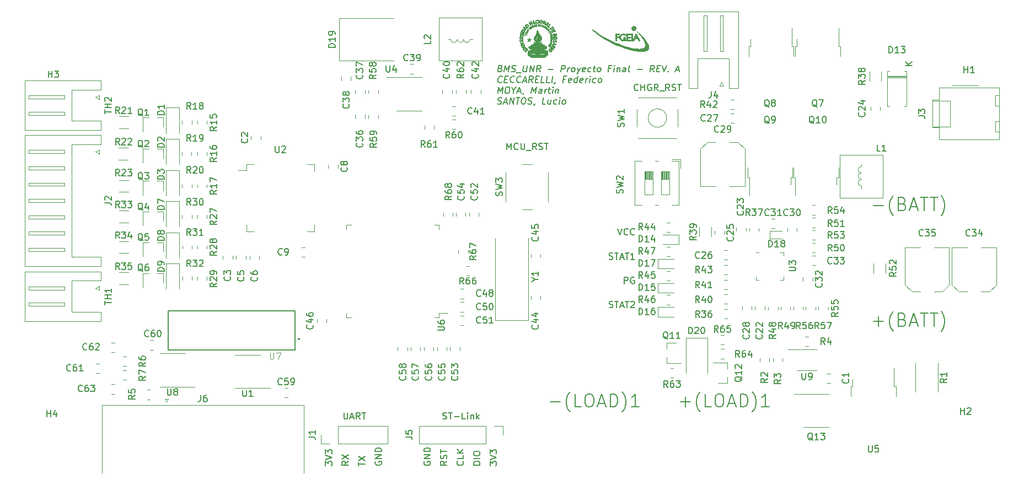
<source format=gbr>
G04 #@! TF.GenerationSoftware,KiCad,Pcbnew,5.1.9-73d0e3b20d~88~ubuntu18.04.1*
G04 #@! TF.CreationDate,2021-03-04T19:42:39-03:00*
G04 #@! TF.ProjectId,bms_hardware,626d735f-6861-4726-9477-6172652e6b69,rev?*
G04 #@! TF.SameCoordinates,Original*
G04 #@! TF.FileFunction,Legend,Top*
G04 #@! TF.FilePolarity,Positive*
%FSLAX46Y46*%
G04 Gerber Fmt 4.6, Leading zero omitted, Abs format (unit mm)*
G04 Created by KiCad (PCBNEW 5.1.9-73d0e3b20d~88~ubuntu18.04.1) date 2021-03-04 19:42:39*
%MOMM*%
%LPD*%
G01*
G04 APERTURE LIST*
%ADD10C,0.150000*%
%ADD11C,0.010000*%
%ADD12C,0.127000*%
%ADD13C,0.200000*%
%ADD14C,0.120000*%
%ADD15C,0.101600*%
%ADD16C,0.100000*%
%ADD17C,0.015000*%
G04 APERTURE END LIST*
D10*
X175873334Y-127104761D02*
X176016191Y-127152380D01*
X176254286Y-127152380D01*
X176349524Y-127104761D01*
X176397143Y-127057142D01*
X176444762Y-126961904D01*
X176444762Y-126866666D01*
X176397143Y-126771428D01*
X176349524Y-126723809D01*
X176254286Y-126676190D01*
X176063810Y-126628571D01*
X175968572Y-126580952D01*
X175920953Y-126533333D01*
X175873334Y-126438095D01*
X175873334Y-126342857D01*
X175920953Y-126247619D01*
X175968572Y-126200000D01*
X176063810Y-126152380D01*
X176301905Y-126152380D01*
X176444762Y-126200000D01*
X176730476Y-126152380D02*
X177301905Y-126152380D01*
X177016191Y-127152380D02*
X177016191Y-126152380D01*
X177587619Y-126866666D02*
X178063810Y-126866666D01*
X177492381Y-127152380D02*
X177825715Y-126152380D01*
X178159048Y-127152380D01*
X178349524Y-126152380D02*
X178920953Y-126152380D01*
X178635238Y-127152380D02*
X178635238Y-126152380D01*
X179206667Y-126247619D02*
X179254286Y-126200000D01*
X179349524Y-126152380D01*
X179587619Y-126152380D01*
X179682857Y-126200000D01*
X179730476Y-126247619D01*
X179778095Y-126342857D01*
X179778095Y-126438095D01*
X179730476Y-126580952D01*
X179159048Y-127152380D01*
X179778095Y-127152380D01*
X178206667Y-123432380D02*
X178206667Y-122432380D01*
X178587619Y-122432380D01*
X178682857Y-122480000D01*
X178730476Y-122527619D01*
X178778095Y-122622857D01*
X178778095Y-122765714D01*
X178730476Y-122860952D01*
X178682857Y-122908571D01*
X178587619Y-122956190D01*
X178206667Y-122956190D01*
X179730476Y-122480000D02*
X179635238Y-122432380D01*
X179492381Y-122432380D01*
X179349524Y-122480000D01*
X179254286Y-122575238D01*
X179206667Y-122670476D01*
X179159048Y-122860952D01*
X179159048Y-123003809D01*
X179206667Y-123194285D01*
X179254286Y-123289523D01*
X179349524Y-123384761D01*
X179492381Y-123432380D01*
X179587619Y-123432380D01*
X179730476Y-123384761D01*
X179778095Y-123337142D01*
X179778095Y-123003809D01*
X179587619Y-123003809D01*
X175873334Y-119664761D02*
X176016191Y-119712380D01*
X176254286Y-119712380D01*
X176349524Y-119664761D01*
X176397143Y-119617142D01*
X176444762Y-119521904D01*
X176444762Y-119426666D01*
X176397143Y-119331428D01*
X176349524Y-119283809D01*
X176254286Y-119236190D01*
X176063810Y-119188571D01*
X175968572Y-119140952D01*
X175920953Y-119093333D01*
X175873334Y-118998095D01*
X175873334Y-118902857D01*
X175920953Y-118807619D01*
X175968572Y-118760000D01*
X176063810Y-118712380D01*
X176301905Y-118712380D01*
X176444762Y-118760000D01*
X176730476Y-118712380D02*
X177301905Y-118712380D01*
X177016191Y-119712380D02*
X177016191Y-118712380D01*
X177587619Y-119426666D02*
X178063810Y-119426666D01*
X177492381Y-119712380D02*
X177825715Y-118712380D01*
X178159048Y-119712380D01*
X178349524Y-118712380D02*
X178920953Y-118712380D01*
X178635238Y-119712380D02*
X178635238Y-118712380D01*
X179778095Y-119712380D02*
X179206667Y-119712380D01*
X179492381Y-119712380D02*
X179492381Y-118712380D01*
X179397143Y-118855238D01*
X179301905Y-118950476D01*
X179206667Y-118998095D01*
X177206666Y-114972380D02*
X177540000Y-115972380D01*
X177873333Y-114972380D01*
X178778095Y-115877142D02*
X178730476Y-115924761D01*
X178587619Y-115972380D01*
X178492380Y-115972380D01*
X178349523Y-115924761D01*
X178254285Y-115829523D01*
X178206666Y-115734285D01*
X178159047Y-115543809D01*
X178159047Y-115400952D01*
X178206666Y-115210476D01*
X178254285Y-115115238D01*
X178349523Y-115020000D01*
X178492380Y-114972380D01*
X178587619Y-114972380D01*
X178730476Y-115020000D01*
X178778095Y-115067619D01*
X179778095Y-115877142D02*
X179730476Y-115924761D01*
X179587619Y-115972380D01*
X179492380Y-115972380D01*
X179349523Y-115924761D01*
X179254285Y-115829523D01*
X179206666Y-115734285D01*
X179159047Y-115543809D01*
X179159047Y-115400952D01*
X179206666Y-115210476D01*
X179254285Y-115115238D01*
X179349523Y-115020000D01*
X179492380Y-114972380D01*
X179587619Y-114972380D01*
X179730476Y-115020000D01*
X179778095Y-115067619D01*
X180347619Y-93687142D02*
X180300000Y-93734761D01*
X180157142Y-93782380D01*
X180061904Y-93782380D01*
X179919047Y-93734761D01*
X179823809Y-93639523D01*
X179776190Y-93544285D01*
X179728571Y-93353809D01*
X179728571Y-93210952D01*
X179776190Y-93020476D01*
X179823809Y-92925238D01*
X179919047Y-92830000D01*
X180061904Y-92782380D01*
X180157142Y-92782380D01*
X180300000Y-92830000D01*
X180347619Y-92877619D01*
X180776190Y-93782380D02*
X180776190Y-92782380D01*
X180776190Y-93258571D02*
X181347619Y-93258571D01*
X181347619Y-93782380D02*
X181347619Y-92782380D01*
X182347619Y-92830000D02*
X182252380Y-92782380D01*
X182109523Y-92782380D01*
X181966666Y-92830000D01*
X181871428Y-92925238D01*
X181823809Y-93020476D01*
X181776190Y-93210952D01*
X181776190Y-93353809D01*
X181823809Y-93544285D01*
X181871428Y-93639523D01*
X181966666Y-93734761D01*
X182109523Y-93782380D01*
X182204761Y-93782380D01*
X182347619Y-93734761D01*
X182395238Y-93687142D01*
X182395238Y-93353809D01*
X182204761Y-93353809D01*
X183395238Y-93782380D02*
X183061904Y-93306190D01*
X182823809Y-93782380D02*
X182823809Y-92782380D01*
X183204761Y-92782380D01*
X183300000Y-92830000D01*
X183347619Y-92877619D01*
X183395238Y-92972857D01*
X183395238Y-93115714D01*
X183347619Y-93210952D01*
X183300000Y-93258571D01*
X183204761Y-93306190D01*
X182823809Y-93306190D01*
X183585714Y-93877619D02*
X184347619Y-93877619D01*
X185157142Y-93782380D02*
X184823809Y-93306190D01*
X184585714Y-93782380D02*
X184585714Y-92782380D01*
X184966666Y-92782380D01*
X185061904Y-92830000D01*
X185109523Y-92877619D01*
X185157142Y-92972857D01*
X185157142Y-93115714D01*
X185109523Y-93210952D01*
X185061904Y-93258571D01*
X184966666Y-93306190D01*
X184585714Y-93306190D01*
X185538095Y-93734761D02*
X185680952Y-93782380D01*
X185919047Y-93782380D01*
X186014285Y-93734761D01*
X186061904Y-93687142D01*
X186109523Y-93591904D01*
X186109523Y-93496666D01*
X186061904Y-93401428D01*
X186014285Y-93353809D01*
X185919047Y-93306190D01*
X185728571Y-93258571D01*
X185633333Y-93210952D01*
X185585714Y-93163333D01*
X185538095Y-93068095D01*
X185538095Y-92972857D01*
X185585714Y-92877619D01*
X185633333Y-92830000D01*
X185728571Y-92782380D01*
X185966666Y-92782380D01*
X186109523Y-92830000D01*
X186395238Y-92782380D02*
X186966666Y-92782380D01*
X186680952Y-93782380D02*
X186680952Y-92782380D01*
X160184761Y-102852380D02*
X160184761Y-101852380D01*
X160518095Y-102566666D01*
X160851428Y-101852380D01*
X160851428Y-102852380D01*
X161899047Y-102757142D02*
X161851428Y-102804761D01*
X161708571Y-102852380D01*
X161613333Y-102852380D01*
X161470476Y-102804761D01*
X161375238Y-102709523D01*
X161327619Y-102614285D01*
X161280000Y-102423809D01*
X161280000Y-102280952D01*
X161327619Y-102090476D01*
X161375238Y-101995238D01*
X161470476Y-101900000D01*
X161613333Y-101852380D01*
X161708571Y-101852380D01*
X161851428Y-101900000D01*
X161899047Y-101947619D01*
X162327619Y-101852380D02*
X162327619Y-102661904D01*
X162375238Y-102757142D01*
X162422857Y-102804761D01*
X162518095Y-102852380D01*
X162708571Y-102852380D01*
X162803809Y-102804761D01*
X162851428Y-102757142D01*
X162899047Y-102661904D01*
X162899047Y-101852380D01*
X163137142Y-102947619D02*
X163899047Y-102947619D01*
X164708571Y-102852380D02*
X164375238Y-102376190D01*
X164137142Y-102852380D02*
X164137142Y-101852380D01*
X164518095Y-101852380D01*
X164613333Y-101900000D01*
X164660952Y-101947619D01*
X164708571Y-102042857D01*
X164708571Y-102185714D01*
X164660952Y-102280952D01*
X164613333Y-102328571D01*
X164518095Y-102376190D01*
X164137142Y-102376190D01*
X165089523Y-102804761D02*
X165232380Y-102852380D01*
X165470476Y-102852380D01*
X165565714Y-102804761D01*
X165613333Y-102757142D01*
X165660952Y-102661904D01*
X165660952Y-102566666D01*
X165613333Y-102471428D01*
X165565714Y-102423809D01*
X165470476Y-102376190D01*
X165280000Y-102328571D01*
X165184761Y-102280952D01*
X165137142Y-102233333D01*
X165089523Y-102138095D01*
X165089523Y-102042857D01*
X165137142Y-101947619D01*
X165184761Y-101900000D01*
X165280000Y-101852380D01*
X165518095Y-101852380D01*
X165660952Y-101900000D01*
X165946666Y-101852380D02*
X166518095Y-101852380D01*
X166232380Y-102852380D02*
X166232380Y-101852380D01*
X150349285Y-144204761D02*
X150492142Y-144252380D01*
X150730238Y-144252380D01*
X150825476Y-144204761D01*
X150873095Y-144157142D01*
X150920714Y-144061904D01*
X150920714Y-143966666D01*
X150873095Y-143871428D01*
X150825476Y-143823809D01*
X150730238Y-143776190D01*
X150539761Y-143728571D01*
X150444523Y-143680952D01*
X150396904Y-143633333D01*
X150349285Y-143538095D01*
X150349285Y-143442857D01*
X150396904Y-143347619D01*
X150444523Y-143300000D01*
X150539761Y-143252380D01*
X150777857Y-143252380D01*
X150920714Y-143300000D01*
X151206428Y-143252380D02*
X151777857Y-143252380D01*
X151492142Y-144252380D02*
X151492142Y-143252380D01*
X152111190Y-143871428D02*
X152873095Y-143871428D01*
X153825476Y-144252380D02*
X153349285Y-144252380D01*
X153349285Y-143252380D01*
X154158809Y-144252380D02*
X154158809Y-143585714D01*
X154158809Y-143252380D02*
X154111190Y-143300000D01*
X154158809Y-143347619D01*
X154206428Y-143300000D01*
X154158809Y-143252380D01*
X154158809Y-143347619D01*
X154635000Y-143585714D02*
X154635000Y-144252380D01*
X154635000Y-143680952D02*
X154682619Y-143633333D01*
X154777857Y-143585714D01*
X154920714Y-143585714D01*
X155015952Y-143633333D01*
X155063571Y-143728571D01*
X155063571Y-144252380D01*
X155539761Y-144252380D02*
X155539761Y-143252380D01*
X155635000Y-143871428D02*
X155920714Y-144252380D01*
X155920714Y-143585714D02*
X155539761Y-143966666D01*
X156054880Y-151292856D02*
X155054880Y-151292856D01*
X155054880Y-151054761D01*
X155102500Y-150911904D01*
X155197738Y-150816666D01*
X155292976Y-150769047D01*
X155483452Y-150721427D01*
X155626309Y-150721427D01*
X155816785Y-150769047D01*
X155912023Y-150816666D01*
X156007261Y-150911904D01*
X156054880Y-151054761D01*
X156054880Y-151292856D01*
X156054880Y-150292856D02*
X155054880Y-150292856D01*
X155054880Y-149626189D02*
X155054880Y-149435713D01*
X155102500Y-149340475D01*
X155197738Y-149245237D01*
X155388214Y-149197618D01*
X155721547Y-149197618D01*
X155912023Y-149245237D01*
X156007261Y-149340475D01*
X156054880Y-149435713D01*
X156054880Y-149626189D01*
X156007261Y-149721427D01*
X155912023Y-149816666D01*
X155721547Y-149864285D01*
X155388214Y-149864285D01*
X155197738Y-149816666D01*
X155102500Y-149721427D01*
X155054880Y-149626189D01*
X153419642Y-150721428D02*
X153467261Y-150769047D01*
X153514880Y-150911904D01*
X153514880Y-151007142D01*
X153467261Y-151149999D01*
X153372023Y-151245237D01*
X153276785Y-151292856D01*
X153086309Y-151340475D01*
X152943452Y-151340475D01*
X152752976Y-151292856D01*
X152657738Y-151245237D01*
X152562500Y-151149999D01*
X152514880Y-151007142D01*
X152514880Y-150911904D01*
X152562500Y-150769047D01*
X152610119Y-150721428D01*
X153514880Y-149816666D02*
X153514880Y-150292856D01*
X152514880Y-150292856D01*
X153514880Y-149483332D02*
X152514880Y-149483332D01*
X153514880Y-148911904D02*
X152943452Y-149340475D01*
X152514880Y-148911904D02*
X153086309Y-149483332D01*
X150974880Y-150721428D02*
X150498690Y-151054761D01*
X150974880Y-151292856D02*
X149974880Y-151292856D01*
X149974880Y-150911904D01*
X150022500Y-150816666D01*
X150070119Y-150769047D01*
X150165357Y-150721428D01*
X150308214Y-150721428D01*
X150403452Y-150769047D01*
X150451071Y-150816666D01*
X150498690Y-150911904D01*
X150498690Y-151292856D01*
X150927261Y-150340475D02*
X150974880Y-150197618D01*
X150974880Y-149959523D01*
X150927261Y-149864285D01*
X150879642Y-149816666D01*
X150784404Y-149769047D01*
X150689166Y-149769047D01*
X150593928Y-149816666D01*
X150546309Y-149864285D01*
X150498690Y-149959523D01*
X150451071Y-150149999D01*
X150403452Y-150245237D01*
X150355833Y-150292856D01*
X150260595Y-150340475D01*
X150165357Y-150340475D01*
X150070119Y-150292856D01*
X150022500Y-150245237D01*
X149974880Y-150149999D01*
X149974880Y-149911904D01*
X150022500Y-149769047D01*
X149974880Y-149483332D02*
X149974880Y-148911904D01*
X150974880Y-149197618D02*
X149974880Y-149197618D01*
X147482500Y-150769047D02*
X147434880Y-150864285D01*
X147434880Y-151007143D01*
X147482500Y-151150000D01*
X147577738Y-151245238D01*
X147672976Y-151292857D01*
X147863452Y-151340476D01*
X148006309Y-151340476D01*
X148196785Y-151292857D01*
X148292023Y-151245238D01*
X148387261Y-151150000D01*
X148434880Y-151007143D01*
X148434880Y-150911904D01*
X148387261Y-150769047D01*
X148339642Y-150721428D01*
X148006309Y-150721428D01*
X148006309Y-150911904D01*
X148434880Y-150292857D02*
X147434880Y-150292857D01*
X148434880Y-149721428D01*
X147434880Y-149721428D01*
X148434880Y-149245238D02*
X147434880Y-149245238D01*
X147434880Y-149007143D01*
X147482500Y-148864285D01*
X147577738Y-148769047D01*
X147672976Y-148721428D01*
X147863452Y-148673809D01*
X148006309Y-148673809D01*
X148196785Y-148721428D01*
X148292023Y-148769047D01*
X148387261Y-148864285D01*
X148434880Y-149007143D01*
X148434880Y-149245238D01*
X157594880Y-151388095D02*
X157594880Y-150769047D01*
X157975833Y-151102380D01*
X157975833Y-150959523D01*
X158023452Y-150864285D01*
X158071071Y-150816666D01*
X158166309Y-150769047D01*
X158404404Y-150769047D01*
X158499642Y-150816666D01*
X158547261Y-150864285D01*
X158594880Y-150959523D01*
X158594880Y-151245238D01*
X158547261Y-151340476D01*
X158499642Y-151388095D01*
X157594880Y-150483333D02*
X158594880Y-150150000D01*
X157594880Y-149816666D01*
X157594880Y-149578571D02*
X157594880Y-148959523D01*
X157975833Y-149292857D01*
X157975833Y-149150000D01*
X158023452Y-149054761D01*
X158071071Y-149007142D01*
X158166309Y-148959523D01*
X158404404Y-148959523D01*
X158499642Y-149007142D01*
X158547261Y-149054761D01*
X158594880Y-149150000D01*
X158594880Y-149435714D01*
X158547261Y-149530952D01*
X158499642Y-149578571D01*
X132334880Y-151388095D02*
X132334880Y-150769047D01*
X132715833Y-151102380D01*
X132715833Y-150959523D01*
X132763452Y-150864285D01*
X132811071Y-150816666D01*
X132906309Y-150769047D01*
X133144404Y-150769047D01*
X133239642Y-150816666D01*
X133287261Y-150864285D01*
X133334880Y-150959523D01*
X133334880Y-151245238D01*
X133287261Y-151340476D01*
X133239642Y-151388095D01*
X132334880Y-150483333D02*
X133334880Y-150150000D01*
X132334880Y-149816666D01*
X132334880Y-149578571D02*
X132334880Y-148959523D01*
X132715833Y-149292857D01*
X132715833Y-149150000D01*
X132763452Y-149054761D01*
X132811071Y-149007142D01*
X132906309Y-148959523D01*
X133144404Y-148959523D01*
X133239642Y-149007142D01*
X133287261Y-149054761D01*
X133334880Y-149150000D01*
X133334880Y-149435714D01*
X133287261Y-149530952D01*
X133239642Y-149578571D01*
X140002500Y-150769047D02*
X139954880Y-150864285D01*
X139954880Y-151007143D01*
X140002500Y-151150000D01*
X140097738Y-151245238D01*
X140192976Y-151292857D01*
X140383452Y-151340476D01*
X140526309Y-151340476D01*
X140716785Y-151292857D01*
X140812023Y-151245238D01*
X140907261Y-151150000D01*
X140954880Y-151007143D01*
X140954880Y-150911904D01*
X140907261Y-150769047D01*
X140859642Y-150721428D01*
X140526309Y-150721428D01*
X140526309Y-150911904D01*
X140954880Y-150292857D02*
X139954880Y-150292857D01*
X140954880Y-149721428D01*
X139954880Y-149721428D01*
X140954880Y-149245238D02*
X139954880Y-149245238D01*
X139954880Y-149007143D01*
X140002500Y-148864285D01*
X140097738Y-148769047D01*
X140192976Y-148721428D01*
X140383452Y-148673809D01*
X140526309Y-148673809D01*
X140716785Y-148721428D01*
X140812023Y-148769047D01*
X140907261Y-148864285D01*
X140954880Y-149007143D01*
X140954880Y-149245238D01*
X137414880Y-151435713D02*
X137414880Y-150864285D01*
X138414880Y-151149999D02*
X137414880Y-151149999D01*
X137414880Y-150626189D02*
X138414880Y-149959523D01*
X137414880Y-149959523D02*
X138414880Y-150626189D01*
X135874880Y-150721428D02*
X135398690Y-151054762D01*
X135874880Y-151292857D02*
X134874880Y-151292857D01*
X134874880Y-150911904D01*
X134922500Y-150816666D01*
X134970119Y-150769047D01*
X135065357Y-150721428D01*
X135208214Y-150721428D01*
X135303452Y-150769047D01*
X135351071Y-150816666D01*
X135398690Y-150911904D01*
X135398690Y-151292857D01*
X134874880Y-150388095D02*
X135874880Y-149721428D01*
X134874880Y-149721428D02*
X135874880Y-150388095D01*
X135154761Y-143252380D02*
X135154761Y-144061904D01*
X135202380Y-144157142D01*
X135250000Y-144204761D01*
X135345238Y-144252380D01*
X135535714Y-144252380D01*
X135630952Y-144204761D01*
X135678571Y-144157142D01*
X135726190Y-144061904D01*
X135726190Y-143252380D01*
X136154761Y-143966666D02*
X136630952Y-143966666D01*
X136059523Y-144252380D02*
X136392857Y-143252380D01*
X136726190Y-144252380D01*
X137630952Y-144252380D02*
X137297619Y-143776190D01*
X137059523Y-144252380D02*
X137059523Y-143252380D01*
X137440476Y-143252380D01*
X137535714Y-143300000D01*
X137583333Y-143347619D01*
X137630952Y-143442857D01*
X137630952Y-143585714D01*
X137583333Y-143680952D01*
X137535714Y-143728571D01*
X137440476Y-143776190D01*
X137059523Y-143776190D01*
X137916666Y-143252380D02*
X138488095Y-143252380D01*
X138202380Y-144252380D02*
X138202380Y-143252380D01*
X159180357Y-90393571D02*
X159317261Y-90441190D01*
X159358928Y-90488809D01*
X159394642Y-90584047D01*
X159376785Y-90726904D01*
X159317261Y-90822142D01*
X159263690Y-90869761D01*
X159162500Y-90917380D01*
X158781547Y-90917380D01*
X158906547Y-89917380D01*
X159239880Y-89917380D01*
X159329166Y-89965000D01*
X159370833Y-90012619D01*
X159406547Y-90107857D01*
X159394642Y-90203095D01*
X159335119Y-90298333D01*
X159281547Y-90345952D01*
X159180357Y-90393571D01*
X158847023Y-90393571D01*
X159781547Y-90917380D02*
X159906547Y-89917380D01*
X160150595Y-90631666D01*
X160573214Y-89917380D01*
X160448214Y-90917380D01*
X160882738Y-90869761D02*
X161019642Y-90917380D01*
X161257738Y-90917380D01*
X161358928Y-90869761D01*
X161412500Y-90822142D01*
X161472023Y-90726904D01*
X161483928Y-90631666D01*
X161448214Y-90536428D01*
X161406547Y-90488809D01*
X161317261Y-90441190D01*
X161132738Y-90393571D01*
X161043452Y-90345952D01*
X161001785Y-90298333D01*
X160966071Y-90203095D01*
X160977976Y-90107857D01*
X161037500Y-90012619D01*
X161091071Y-89965000D01*
X161192261Y-89917380D01*
X161430357Y-89917380D01*
X161567261Y-89965000D01*
X161626785Y-91012619D02*
X162388690Y-91012619D01*
X162763690Y-89917380D02*
X162662500Y-90726904D01*
X162698214Y-90822142D01*
X162739880Y-90869761D01*
X162829166Y-90917380D01*
X163019642Y-90917380D01*
X163120833Y-90869761D01*
X163174404Y-90822142D01*
X163233928Y-90726904D01*
X163335119Y-89917380D01*
X163686309Y-90917380D02*
X163811309Y-89917380D01*
X164257738Y-90917380D01*
X164382738Y-89917380D01*
X165305357Y-90917380D02*
X165031547Y-90441190D01*
X164733928Y-90917380D02*
X164858928Y-89917380D01*
X165239880Y-89917380D01*
X165329166Y-89965000D01*
X165370833Y-90012619D01*
X165406547Y-90107857D01*
X165388690Y-90250714D01*
X165329166Y-90345952D01*
X165275595Y-90393571D01*
X165174404Y-90441190D01*
X164793452Y-90441190D01*
X166543452Y-90536428D02*
X167305357Y-90536428D01*
X168495833Y-90917380D02*
X168620833Y-89917380D01*
X169001785Y-89917380D01*
X169091071Y-89965000D01*
X169132738Y-90012619D01*
X169168452Y-90107857D01*
X169150595Y-90250714D01*
X169091071Y-90345952D01*
X169037500Y-90393571D01*
X168936309Y-90441190D01*
X168555357Y-90441190D01*
X169495833Y-90917380D02*
X169579166Y-90250714D01*
X169555357Y-90441190D02*
X169614880Y-90345952D01*
X169668452Y-90298333D01*
X169769642Y-90250714D01*
X169864880Y-90250714D01*
X170257738Y-90917380D02*
X170168452Y-90869761D01*
X170126785Y-90822142D01*
X170091071Y-90726904D01*
X170126785Y-90441190D01*
X170186309Y-90345952D01*
X170239880Y-90298333D01*
X170341071Y-90250714D01*
X170483928Y-90250714D01*
X170573214Y-90298333D01*
X170614880Y-90345952D01*
X170650595Y-90441190D01*
X170614880Y-90726904D01*
X170555357Y-90822142D01*
X170501785Y-90869761D01*
X170400595Y-90917380D01*
X170257738Y-90917380D01*
X171007738Y-90250714D02*
X171162500Y-90917380D01*
X171483928Y-90250714D02*
X171162500Y-90917380D01*
X171037500Y-91155476D01*
X170983928Y-91203095D01*
X170882738Y-91250714D01*
X172168452Y-90869761D02*
X172067261Y-90917380D01*
X171876785Y-90917380D01*
X171787500Y-90869761D01*
X171751785Y-90774523D01*
X171799404Y-90393571D01*
X171858928Y-90298333D01*
X171960119Y-90250714D01*
X172150595Y-90250714D01*
X172239880Y-90298333D01*
X172275595Y-90393571D01*
X172263690Y-90488809D01*
X171775595Y-90584047D01*
X173073214Y-90869761D02*
X172972023Y-90917380D01*
X172781547Y-90917380D01*
X172692261Y-90869761D01*
X172650595Y-90822142D01*
X172614880Y-90726904D01*
X172650595Y-90441190D01*
X172710119Y-90345952D01*
X172763690Y-90298333D01*
X172864880Y-90250714D01*
X173055357Y-90250714D01*
X173144642Y-90298333D01*
X173436309Y-90250714D02*
X173817261Y-90250714D01*
X173620833Y-89917380D02*
X173513690Y-90774523D01*
X173549404Y-90869761D01*
X173638690Y-90917380D01*
X173733928Y-90917380D01*
X174210119Y-90917380D02*
X174120833Y-90869761D01*
X174079166Y-90822142D01*
X174043452Y-90726904D01*
X174079166Y-90441190D01*
X174138690Y-90345952D01*
X174192261Y-90298333D01*
X174293452Y-90250714D01*
X174436309Y-90250714D01*
X174525595Y-90298333D01*
X174567261Y-90345952D01*
X174602976Y-90441190D01*
X174567261Y-90726904D01*
X174507738Y-90822142D01*
X174454166Y-90869761D01*
X174352976Y-90917380D01*
X174210119Y-90917380D01*
X176132738Y-90393571D02*
X175799404Y-90393571D01*
X175733928Y-90917380D02*
X175858928Y-89917380D01*
X176335119Y-89917380D01*
X176591071Y-90917380D02*
X176674404Y-90250714D01*
X176716071Y-89917380D02*
X176662500Y-89965000D01*
X176704166Y-90012619D01*
X176757738Y-89965000D01*
X176716071Y-89917380D01*
X176704166Y-90012619D01*
X177150595Y-90250714D02*
X177067261Y-90917380D01*
X177138690Y-90345952D02*
X177192261Y-90298333D01*
X177293452Y-90250714D01*
X177436309Y-90250714D01*
X177525595Y-90298333D01*
X177561309Y-90393571D01*
X177495833Y-90917380D01*
X178400595Y-90917380D02*
X178466071Y-90393571D01*
X178430357Y-90298333D01*
X178341071Y-90250714D01*
X178150595Y-90250714D01*
X178049404Y-90298333D01*
X178406547Y-90869761D02*
X178305357Y-90917380D01*
X178067261Y-90917380D01*
X177977976Y-90869761D01*
X177942261Y-90774523D01*
X177954166Y-90679285D01*
X178013690Y-90584047D01*
X178114880Y-90536428D01*
X178352976Y-90536428D01*
X178454166Y-90488809D01*
X179019642Y-90917380D02*
X178930357Y-90869761D01*
X178894642Y-90774523D01*
X179001785Y-89917380D01*
X180210119Y-90536428D02*
X180972023Y-90536428D01*
X182733928Y-90917380D02*
X182460119Y-90441190D01*
X182162500Y-90917380D02*
X182287500Y-89917380D01*
X182668452Y-89917380D01*
X182757738Y-89965000D01*
X182799404Y-90012619D01*
X182835119Y-90107857D01*
X182817261Y-90250714D01*
X182757738Y-90345952D01*
X182704166Y-90393571D01*
X182602976Y-90441190D01*
X182222023Y-90441190D01*
X183227976Y-90393571D02*
X183561309Y-90393571D01*
X183638690Y-90917380D02*
X183162500Y-90917380D01*
X183287500Y-89917380D01*
X183763690Y-89917380D01*
X184049404Y-89917380D02*
X184257738Y-90917380D01*
X184716071Y-89917380D01*
X184936309Y-90822142D02*
X184977976Y-90869761D01*
X184924404Y-90917380D01*
X184882738Y-90869761D01*
X184936309Y-90822142D01*
X184924404Y-90917380D01*
X186150595Y-90631666D02*
X186626785Y-90631666D01*
X186019642Y-90917380D02*
X186477976Y-89917380D01*
X186686309Y-90917380D01*
X159364880Y-92472142D02*
X159311309Y-92519761D01*
X159162500Y-92567380D01*
X159067261Y-92567380D01*
X158930357Y-92519761D01*
X158847023Y-92424523D01*
X158811309Y-92329285D01*
X158787500Y-92138809D01*
X158805357Y-91995952D01*
X158876785Y-91805476D01*
X158936309Y-91710238D01*
X159043452Y-91615000D01*
X159192261Y-91567380D01*
X159287500Y-91567380D01*
X159424404Y-91615000D01*
X159466071Y-91662619D01*
X159847023Y-92043571D02*
X160180357Y-92043571D01*
X160257738Y-92567380D02*
X159781547Y-92567380D01*
X159906547Y-91567380D01*
X160382738Y-91567380D01*
X161269642Y-92472142D02*
X161216071Y-92519761D01*
X161067261Y-92567380D01*
X160972023Y-92567380D01*
X160835119Y-92519761D01*
X160751785Y-92424523D01*
X160716071Y-92329285D01*
X160692261Y-92138809D01*
X160710119Y-91995952D01*
X160781547Y-91805476D01*
X160841071Y-91710238D01*
X160948214Y-91615000D01*
X161097023Y-91567380D01*
X161192261Y-91567380D01*
X161329166Y-91615000D01*
X161370833Y-91662619D01*
X162269642Y-92472142D02*
X162216071Y-92519761D01*
X162067261Y-92567380D01*
X161972023Y-92567380D01*
X161835119Y-92519761D01*
X161751785Y-92424523D01*
X161716071Y-92329285D01*
X161692261Y-92138809D01*
X161710119Y-91995952D01*
X161781547Y-91805476D01*
X161841071Y-91710238D01*
X161948214Y-91615000D01*
X162097023Y-91567380D01*
X162192261Y-91567380D01*
X162329166Y-91615000D01*
X162370833Y-91662619D01*
X162674404Y-92281666D02*
X163150595Y-92281666D01*
X162543452Y-92567380D02*
X163001785Y-91567380D01*
X163210119Y-92567380D01*
X164114880Y-92567380D02*
X163841071Y-92091190D01*
X163543452Y-92567380D02*
X163668452Y-91567380D01*
X164049404Y-91567380D01*
X164138690Y-91615000D01*
X164180357Y-91662619D01*
X164216071Y-91757857D01*
X164198214Y-91900714D01*
X164138690Y-91995952D01*
X164085119Y-92043571D01*
X163983928Y-92091190D01*
X163602976Y-92091190D01*
X164608928Y-92043571D02*
X164942261Y-92043571D01*
X165019642Y-92567380D02*
X164543452Y-92567380D01*
X164668452Y-91567380D01*
X165144642Y-91567380D01*
X165924404Y-92567380D02*
X165448214Y-92567380D01*
X165573214Y-91567380D01*
X166733928Y-92567380D02*
X166257738Y-92567380D01*
X166382738Y-91567380D01*
X167067261Y-92567380D02*
X167192261Y-91567380D01*
X167597023Y-92519761D02*
X167591071Y-92567380D01*
X167531547Y-92662619D01*
X167477976Y-92710238D01*
X169180357Y-92043571D02*
X168847023Y-92043571D01*
X168781547Y-92567380D02*
X168906547Y-91567380D01*
X169382738Y-91567380D01*
X170025595Y-92519761D02*
X169924404Y-92567380D01*
X169733928Y-92567380D01*
X169644642Y-92519761D01*
X169608928Y-92424523D01*
X169656547Y-92043571D01*
X169716071Y-91948333D01*
X169817261Y-91900714D01*
X170007738Y-91900714D01*
X170097023Y-91948333D01*
X170132738Y-92043571D01*
X170120833Y-92138809D01*
X169632738Y-92234047D01*
X170924404Y-92567380D02*
X171049404Y-91567380D01*
X170930357Y-92519761D02*
X170829166Y-92567380D01*
X170638690Y-92567380D01*
X170549404Y-92519761D01*
X170507738Y-92472142D01*
X170472023Y-92376904D01*
X170507738Y-92091190D01*
X170567261Y-91995952D01*
X170620833Y-91948333D01*
X170722023Y-91900714D01*
X170912500Y-91900714D01*
X171001785Y-91948333D01*
X171787500Y-92519761D02*
X171686309Y-92567380D01*
X171495833Y-92567380D01*
X171406547Y-92519761D01*
X171370833Y-92424523D01*
X171418452Y-92043571D01*
X171477976Y-91948333D01*
X171579166Y-91900714D01*
X171769642Y-91900714D01*
X171858928Y-91948333D01*
X171894642Y-92043571D01*
X171882738Y-92138809D01*
X171394642Y-92234047D01*
X172257738Y-92567380D02*
X172341071Y-91900714D01*
X172317261Y-92091190D02*
X172376785Y-91995952D01*
X172430357Y-91948333D01*
X172531547Y-91900714D01*
X172626785Y-91900714D01*
X172876785Y-92567380D02*
X172960119Y-91900714D01*
X173001785Y-91567380D02*
X172948214Y-91615000D01*
X172989880Y-91662619D01*
X173043452Y-91615000D01*
X173001785Y-91567380D01*
X172989880Y-91662619D01*
X173787500Y-92519761D02*
X173686309Y-92567380D01*
X173495833Y-92567380D01*
X173406547Y-92519761D01*
X173364880Y-92472142D01*
X173329166Y-92376904D01*
X173364880Y-92091190D01*
X173424404Y-91995952D01*
X173477976Y-91948333D01*
X173579166Y-91900714D01*
X173769642Y-91900714D01*
X173858928Y-91948333D01*
X174352976Y-92567380D02*
X174263690Y-92519761D01*
X174222023Y-92472142D01*
X174186309Y-92376904D01*
X174222023Y-92091190D01*
X174281547Y-91995952D01*
X174335119Y-91948333D01*
X174436309Y-91900714D01*
X174579166Y-91900714D01*
X174668452Y-91948333D01*
X174710119Y-91995952D01*
X174745833Y-92091190D01*
X174710119Y-92376904D01*
X174650595Y-92472142D01*
X174597023Y-92519761D01*
X174495833Y-92567380D01*
X174352976Y-92567380D01*
X158781547Y-94217380D02*
X158906547Y-93217380D01*
X159150595Y-93931666D01*
X159573214Y-93217380D01*
X159448214Y-94217380D01*
X160239880Y-93217380D02*
X160430357Y-93217380D01*
X160519642Y-93265000D01*
X160602976Y-93360238D01*
X160626785Y-93550714D01*
X160585119Y-93884047D01*
X160513690Y-94074523D01*
X160406547Y-94169761D01*
X160305357Y-94217380D01*
X160114880Y-94217380D01*
X160025595Y-94169761D01*
X159942261Y-94074523D01*
X159918452Y-93884047D01*
X159960119Y-93550714D01*
X160031547Y-93360238D01*
X160138690Y-93265000D01*
X160239880Y-93217380D01*
X161222023Y-93741190D02*
X161162500Y-94217380D01*
X160954166Y-93217380D02*
X161222023Y-93741190D01*
X161620833Y-93217380D01*
X161817261Y-93931666D02*
X162293452Y-93931666D01*
X161686309Y-94217380D02*
X162144642Y-93217380D01*
X162352976Y-94217380D01*
X162739880Y-94169761D02*
X162733928Y-94217380D01*
X162674404Y-94312619D01*
X162620833Y-94360238D01*
X163924404Y-94217380D02*
X164049404Y-93217380D01*
X164293452Y-93931666D01*
X164716071Y-93217380D01*
X164591071Y-94217380D01*
X165495833Y-94217380D02*
X165561309Y-93693571D01*
X165525595Y-93598333D01*
X165436309Y-93550714D01*
X165245833Y-93550714D01*
X165144642Y-93598333D01*
X165501785Y-94169761D02*
X165400595Y-94217380D01*
X165162500Y-94217380D01*
X165073214Y-94169761D01*
X165037500Y-94074523D01*
X165049404Y-93979285D01*
X165108928Y-93884047D01*
X165210119Y-93836428D01*
X165448214Y-93836428D01*
X165549404Y-93788809D01*
X165972023Y-94217380D02*
X166055357Y-93550714D01*
X166031547Y-93741190D02*
X166091071Y-93645952D01*
X166144642Y-93598333D01*
X166245833Y-93550714D01*
X166341071Y-93550714D01*
X166531547Y-93550714D02*
X166912500Y-93550714D01*
X166716071Y-93217380D02*
X166608928Y-94074523D01*
X166644642Y-94169761D01*
X166733928Y-94217380D01*
X166829166Y-94217380D01*
X167162500Y-94217380D02*
X167245833Y-93550714D01*
X167287500Y-93217380D02*
X167233928Y-93265000D01*
X167275595Y-93312619D01*
X167329166Y-93265000D01*
X167287500Y-93217380D01*
X167275595Y-93312619D01*
X167722023Y-93550714D02*
X167638690Y-94217380D01*
X167710119Y-93645952D02*
X167763690Y-93598333D01*
X167864880Y-93550714D01*
X168007738Y-93550714D01*
X168097023Y-93598333D01*
X168132738Y-93693571D01*
X168067261Y-94217380D01*
X158739880Y-95819761D02*
X158876785Y-95867380D01*
X159114880Y-95867380D01*
X159216071Y-95819761D01*
X159269642Y-95772142D01*
X159329166Y-95676904D01*
X159341071Y-95581666D01*
X159305357Y-95486428D01*
X159263690Y-95438809D01*
X159174404Y-95391190D01*
X158989880Y-95343571D01*
X158900595Y-95295952D01*
X158858928Y-95248333D01*
X158823214Y-95153095D01*
X158835119Y-95057857D01*
X158894642Y-94962619D01*
X158948214Y-94915000D01*
X159049404Y-94867380D01*
X159287500Y-94867380D01*
X159424404Y-94915000D01*
X159722023Y-95581666D02*
X160198214Y-95581666D01*
X159591071Y-95867380D02*
X160049404Y-94867380D01*
X160257738Y-95867380D01*
X160591071Y-95867380D02*
X160716071Y-94867380D01*
X161162500Y-95867380D01*
X161287500Y-94867380D01*
X161620833Y-94867380D02*
X162192261Y-94867380D01*
X161781547Y-95867380D02*
X161906547Y-94867380D01*
X162716071Y-94867380D02*
X162906547Y-94867380D01*
X162995833Y-94915000D01*
X163079166Y-95010238D01*
X163102976Y-95200714D01*
X163061309Y-95534047D01*
X162989880Y-95724523D01*
X162882738Y-95819761D01*
X162781547Y-95867380D01*
X162591071Y-95867380D01*
X162501785Y-95819761D01*
X162418452Y-95724523D01*
X162394642Y-95534047D01*
X162436309Y-95200714D01*
X162507738Y-95010238D01*
X162614880Y-94915000D01*
X162716071Y-94867380D01*
X163406547Y-95819761D02*
X163543452Y-95867380D01*
X163781547Y-95867380D01*
X163882738Y-95819761D01*
X163936309Y-95772142D01*
X163995833Y-95676904D01*
X164007738Y-95581666D01*
X163972023Y-95486428D01*
X163930357Y-95438809D01*
X163841071Y-95391190D01*
X163656547Y-95343571D01*
X163567261Y-95295952D01*
X163525595Y-95248333D01*
X163489880Y-95153095D01*
X163501785Y-95057857D01*
X163561309Y-94962619D01*
X163614880Y-94915000D01*
X163716071Y-94867380D01*
X163954166Y-94867380D01*
X164091071Y-94915000D01*
X164454166Y-95819761D02*
X164448214Y-95867380D01*
X164388690Y-95962619D01*
X164335119Y-96010238D01*
X166114880Y-95867380D02*
X165638690Y-95867380D01*
X165763690Y-94867380D01*
X166960119Y-95200714D02*
X166876785Y-95867380D01*
X166531547Y-95200714D02*
X166466071Y-95724523D01*
X166501785Y-95819761D01*
X166591071Y-95867380D01*
X166733928Y-95867380D01*
X166835119Y-95819761D01*
X166888690Y-95772142D01*
X167787500Y-95819761D02*
X167686309Y-95867380D01*
X167495833Y-95867380D01*
X167406547Y-95819761D01*
X167364880Y-95772142D01*
X167329166Y-95676904D01*
X167364880Y-95391190D01*
X167424404Y-95295952D01*
X167477976Y-95248333D01*
X167579166Y-95200714D01*
X167769642Y-95200714D01*
X167858928Y-95248333D01*
X168210119Y-95867380D02*
X168293452Y-95200714D01*
X168335119Y-94867380D02*
X168281547Y-94915000D01*
X168323214Y-94962619D01*
X168376785Y-94915000D01*
X168335119Y-94867380D01*
X168323214Y-94962619D01*
X168829166Y-95867380D02*
X168739880Y-95819761D01*
X168698214Y-95772142D01*
X168662500Y-95676904D01*
X168698214Y-95391190D01*
X168757738Y-95295952D01*
X168811309Y-95248333D01*
X168912500Y-95200714D01*
X169055357Y-95200714D01*
X169144642Y-95248333D01*
X169186309Y-95295952D01*
X169222023Y-95391190D01*
X169186309Y-95676904D01*
X169126785Y-95772142D01*
X169073214Y-95819761D01*
X168972023Y-95867380D01*
X168829166Y-95867380D01*
D11*
G36*
X173278730Y-84374725D02*
G01*
X173333835Y-84411137D01*
X173415135Y-84471410D01*
X173505389Y-84542495D01*
X173871900Y-84820288D01*
X174279486Y-85096967D01*
X174721795Y-85369840D01*
X175192474Y-85636214D01*
X175685172Y-85893395D01*
X176193535Y-86138692D01*
X176711213Y-86369412D01*
X177231852Y-86582861D01*
X177749100Y-86776346D01*
X178256604Y-86947176D01*
X178748014Y-87092657D01*
X179216975Y-87210096D01*
X179657136Y-87296801D01*
X180062145Y-87350078D01*
X180144667Y-87356955D01*
X180468703Y-87368390D01*
X180744857Y-87351064D01*
X180973992Y-87304673D01*
X181156971Y-87228913D01*
X181294659Y-87123481D01*
X181387919Y-86988072D01*
X181418178Y-86908965D01*
X181435122Y-86763313D01*
X181410395Y-86586616D01*
X181346340Y-86383170D01*
X181245297Y-86157272D01*
X181109607Y-85913217D01*
X180941613Y-85655302D01*
X180743654Y-85387823D01*
X180518072Y-85115077D01*
X180323861Y-84900817D01*
X180252513Y-84822933D01*
X180199353Y-84760743D01*
X180173848Y-84725440D01*
X180172889Y-84722363D01*
X180191453Y-84729372D01*
X180242958Y-84770884D01*
X180321123Y-84840814D01*
X180419667Y-84933072D01*
X180532311Y-85041572D01*
X180652773Y-85160226D01*
X180774774Y-85282947D01*
X180892032Y-85403648D01*
X180998267Y-85516240D01*
X181047806Y-85570380D01*
X181309880Y-85872712D01*
X181525068Y-86147680D01*
X181694590Y-86397445D01*
X181819669Y-86624165D01*
X181901527Y-86830001D01*
X181941383Y-87017113D01*
X181943856Y-87154681D01*
X181906945Y-87319919D01*
X181823700Y-87457312D01*
X181693376Y-87567281D01*
X181515232Y-87650246D01*
X181288522Y-87706627D01*
X181012505Y-87736845D01*
X180906667Y-87741250D01*
X180759349Y-87744010D01*
X180621836Y-87744485D01*
X180509867Y-87742750D01*
X180441000Y-87739070D01*
X179922489Y-87666931D01*
X179374162Y-87555616D01*
X178803576Y-87408251D01*
X178218289Y-87227959D01*
X177625857Y-87017865D01*
X177033837Y-86781092D01*
X176449787Y-86520766D01*
X175881264Y-86240010D01*
X175335824Y-85941949D01*
X174821025Y-85629707D01*
X174344423Y-85306408D01*
X174082227Y-85110201D01*
X173960520Y-85012945D01*
X173829955Y-84904340D01*
X173697680Y-84790826D01*
X173570843Y-84678839D01*
X173456593Y-84574820D01*
X173362078Y-84485205D01*
X173294446Y-84416433D01*
X173260846Y-84374942D01*
X173258445Y-84368262D01*
X173278730Y-84374725D01*
G37*
X173278730Y-84374725D02*
X173333835Y-84411137D01*
X173415135Y-84471410D01*
X173505389Y-84542495D01*
X173871900Y-84820288D01*
X174279486Y-85096967D01*
X174721795Y-85369840D01*
X175192474Y-85636214D01*
X175685172Y-85893395D01*
X176193535Y-86138692D01*
X176711213Y-86369412D01*
X177231852Y-86582861D01*
X177749100Y-86776346D01*
X178256604Y-86947176D01*
X178748014Y-87092657D01*
X179216975Y-87210096D01*
X179657136Y-87296801D01*
X180062145Y-87350078D01*
X180144667Y-87356955D01*
X180468703Y-87368390D01*
X180744857Y-87351064D01*
X180973992Y-87304673D01*
X181156971Y-87228913D01*
X181294659Y-87123481D01*
X181387919Y-86988072D01*
X181418178Y-86908965D01*
X181435122Y-86763313D01*
X181410395Y-86586616D01*
X181346340Y-86383170D01*
X181245297Y-86157272D01*
X181109607Y-85913217D01*
X180941613Y-85655302D01*
X180743654Y-85387823D01*
X180518072Y-85115077D01*
X180323861Y-84900817D01*
X180252513Y-84822933D01*
X180199353Y-84760743D01*
X180173848Y-84725440D01*
X180172889Y-84722363D01*
X180191453Y-84729372D01*
X180242958Y-84770884D01*
X180321123Y-84840814D01*
X180419667Y-84933072D01*
X180532311Y-85041572D01*
X180652773Y-85160226D01*
X180774774Y-85282947D01*
X180892032Y-85403648D01*
X180998267Y-85516240D01*
X181047806Y-85570380D01*
X181309880Y-85872712D01*
X181525068Y-86147680D01*
X181694590Y-86397445D01*
X181819669Y-86624165D01*
X181901527Y-86830001D01*
X181941383Y-87017113D01*
X181943856Y-87154681D01*
X181906945Y-87319919D01*
X181823700Y-87457312D01*
X181693376Y-87567281D01*
X181515232Y-87650246D01*
X181288522Y-87706627D01*
X181012505Y-87736845D01*
X180906667Y-87741250D01*
X180759349Y-87744010D01*
X180621836Y-87744485D01*
X180509867Y-87742750D01*
X180441000Y-87739070D01*
X179922489Y-87666931D01*
X179374162Y-87555616D01*
X178803576Y-87408251D01*
X178218289Y-87227959D01*
X177625857Y-87017865D01*
X177033837Y-86781092D01*
X176449787Y-86520766D01*
X175881264Y-86240010D01*
X175335824Y-85941949D01*
X174821025Y-85629707D01*
X174344423Y-85306408D01*
X174082227Y-85110201D01*
X173960520Y-85012945D01*
X173829955Y-84904340D01*
X173697680Y-84790826D01*
X173570843Y-84678839D01*
X173456593Y-84574820D01*
X173362078Y-84485205D01*
X173294446Y-84416433D01*
X173260846Y-84374942D01*
X173258445Y-84368262D01*
X173278730Y-84374725D01*
G36*
X178267878Y-85079716D02*
G01*
X178305100Y-85090316D01*
X178390006Y-85118348D01*
X178433615Y-85145104D01*
X178449479Y-85182633D01*
X178451334Y-85220335D01*
X178445956Y-85278757D01*
X178424038Y-85292793D01*
X178401945Y-85285829D01*
X178216803Y-85226406D01*
X178046388Y-85209177D01*
X177896772Y-85231592D01*
X177774026Y-85291099D01*
X177684222Y-85385146D01*
X177633432Y-85511184D01*
X177624257Y-85612610D01*
X177650404Y-85759858D01*
X177721431Y-85875322D01*
X177833552Y-85955813D01*
X177982982Y-85998142D01*
X178088710Y-86003899D01*
X178172250Y-86001723D01*
X178204545Y-85997263D01*
X178190793Y-85988014D01*
X178148596Y-85975039D01*
X178075700Y-85939709D01*
X178026733Y-85891171D01*
X178026252Y-85890289D01*
X178009973Y-85828776D01*
X178013473Y-85761289D01*
X178033245Y-85710166D01*
X178056760Y-85696000D01*
X178077680Y-85671875D01*
X178084445Y-85626437D01*
X178106368Y-85560340D01*
X178159042Y-85519735D01*
X178218500Y-85518721D01*
X178251286Y-85548729D01*
X178253778Y-85560260D01*
X178233072Y-85576911D01*
X178210376Y-85572495D01*
X178167141Y-85575291D01*
X178147638Y-85610628D01*
X178157397Y-85657615D01*
X178180935Y-85683706D01*
X178212103Y-85711394D01*
X178194265Y-85724069D01*
X178164354Y-85729014D01*
X178108992Y-85756765D01*
X178090073Y-85811305D01*
X178104963Y-85886265D01*
X178159979Y-85938763D01*
X178241276Y-85962853D01*
X178335005Y-85952591D01*
X178378038Y-85934929D01*
X178442955Y-85903004D01*
X178471865Y-85902581D01*
X178479324Y-85940072D01*
X178479556Y-85979662D01*
X178469733Y-86043029D01*
X178429827Y-86083495D01*
X178382860Y-86106171D01*
X178229799Y-86148248D01*
X178055762Y-86162277D01*
X177889679Y-86146584D01*
X177849971Y-86137038D01*
X177697254Y-86066133D01*
X177570642Y-85951184D01*
X177480862Y-85802456D01*
X177469437Y-85772878D01*
X177421331Y-85637433D01*
X176997889Y-85653667D01*
X176989735Y-85900611D01*
X176981580Y-86147556D01*
X176814445Y-86147556D01*
X176814445Y-85075111D01*
X177435334Y-85075111D01*
X177435334Y-85145667D01*
X177432928Y-85180659D01*
X177418032Y-85201612D01*
X177379131Y-85212124D01*
X177304707Y-85215794D01*
X177209556Y-85216222D01*
X176983778Y-85216222D01*
X176983778Y-85498444D01*
X177220607Y-85498444D01*
X177336247Y-85497607D01*
X177407568Y-85492833D01*
X177446697Y-85480729D01*
X177465756Y-85457905D01*
X177475324Y-85427177D01*
X177524593Y-85325541D01*
X177612963Y-85225338D01*
X177724661Y-85141230D01*
X177838705Y-85089384D01*
X177989061Y-85054961D01*
X178122556Y-85051719D01*
X178267878Y-85079716D01*
G37*
X178267878Y-85079716D02*
X178305100Y-85090316D01*
X178390006Y-85118348D01*
X178433615Y-85145104D01*
X178449479Y-85182633D01*
X178451334Y-85220335D01*
X178445956Y-85278757D01*
X178424038Y-85292793D01*
X178401945Y-85285829D01*
X178216803Y-85226406D01*
X178046388Y-85209177D01*
X177896772Y-85231592D01*
X177774026Y-85291099D01*
X177684222Y-85385146D01*
X177633432Y-85511184D01*
X177624257Y-85612610D01*
X177650404Y-85759858D01*
X177721431Y-85875322D01*
X177833552Y-85955813D01*
X177982982Y-85998142D01*
X178088710Y-86003899D01*
X178172250Y-86001723D01*
X178204545Y-85997263D01*
X178190793Y-85988014D01*
X178148596Y-85975039D01*
X178075700Y-85939709D01*
X178026733Y-85891171D01*
X178026252Y-85890289D01*
X178009973Y-85828776D01*
X178013473Y-85761289D01*
X178033245Y-85710166D01*
X178056760Y-85696000D01*
X178077680Y-85671875D01*
X178084445Y-85626437D01*
X178106368Y-85560340D01*
X178159042Y-85519735D01*
X178218500Y-85518721D01*
X178251286Y-85548729D01*
X178253778Y-85560260D01*
X178233072Y-85576911D01*
X178210376Y-85572495D01*
X178167141Y-85575291D01*
X178147638Y-85610628D01*
X178157397Y-85657615D01*
X178180935Y-85683706D01*
X178212103Y-85711394D01*
X178194265Y-85724069D01*
X178164354Y-85729014D01*
X178108992Y-85756765D01*
X178090073Y-85811305D01*
X178104963Y-85886265D01*
X178159979Y-85938763D01*
X178241276Y-85962853D01*
X178335005Y-85952591D01*
X178378038Y-85934929D01*
X178442955Y-85903004D01*
X178471865Y-85902581D01*
X178479324Y-85940072D01*
X178479556Y-85979662D01*
X178469733Y-86043029D01*
X178429827Y-86083495D01*
X178382860Y-86106171D01*
X178229799Y-86148248D01*
X178055762Y-86162277D01*
X177889679Y-86146584D01*
X177849971Y-86137038D01*
X177697254Y-86066133D01*
X177570642Y-85951184D01*
X177480862Y-85802456D01*
X177469437Y-85772878D01*
X177421331Y-85637433D01*
X176997889Y-85653667D01*
X176989735Y-85900611D01*
X176981580Y-86147556D01*
X176814445Y-86147556D01*
X176814445Y-85075111D01*
X177435334Y-85075111D01*
X177435334Y-85145667D01*
X177432928Y-85180659D01*
X177418032Y-85201612D01*
X177379131Y-85212124D01*
X177304707Y-85215794D01*
X177209556Y-85216222D01*
X176983778Y-85216222D01*
X176983778Y-85498444D01*
X177220607Y-85498444D01*
X177336247Y-85497607D01*
X177407568Y-85492833D01*
X177446697Y-85480729D01*
X177465756Y-85457905D01*
X177475324Y-85427177D01*
X177524593Y-85325541D01*
X177612963Y-85225338D01*
X177724661Y-85141230D01*
X177838705Y-85089384D01*
X177989061Y-85054961D01*
X178122556Y-85051719D01*
X178267878Y-85079716D01*
G36*
X179213334Y-85145667D02*
G01*
X179211131Y-85179833D01*
X179197073Y-85200685D01*
X179159985Y-85211509D01*
X179088692Y-85215593D01*
X178973445Y-85216222D01*
X178733556Y-85216222D01*
X178733556Y-85526667D01*
X178973445Y-85526667D01*
X179089618Y-85527342D01*
X179160521Y-85531522D01*
X179197326Y-85542442D01*
X179211206Y-85563332D01*
X179213334Y-85596081D01*
X179210607Y-85630197D01*
X179194877Y-85651326D01*
X179154820Y-85663242D01*
X179079109Y-85669720D01*
X178980500Y-85673692D01*
X178747667Y-85681889D01*
X178739203Y-85844167D01*
X178730739Y-86006444D01*
X178986147Y-86006444D01*
X179106787Y-86006998D01*
X179181814Y-86010655D01*
X179222061Y-86020408D01*
X179238359Y-86039247D01*
X179241540Y-86070167D01*
X179241556Y-86077000D01*
X179241556Y-86147556D01*
X178564222Y-86147556D01*
X178564222Y-85075111D01*
X179213334Y-85075111D01*
X179213334Y-85145667D01*
G37*
X179213334Y-85145667D02*
X179211131Y-85179833D01*
X179197073Y-85200685D01*
X179159985Y-85211509D01*
X179088692Y-85215593D01*
X178973445Y-85216222D01*
X178733556Y-85216222D01*
X178733556Y-85526667D01*
X178973445Y-85526667D01*
X179089618Y-85527342D01*
X179160521Y-85531522D01*
X179197326Y-85542442D01*
X179211206Y-85563332D01*
X179213334Y-85596081D01*
X179210607Y-85630197D01*
X179194877Y-85651326D01*
X179154820Y-85663242D01*
X179079109Y-85669720D01*
X178980500Y-85673692D01*
X178747667Y-85681889D01*
X178739203Y-85844167D01*
X178730739Y-86006444D01*
X178986147Y-86006444D01*
X179106787Y-86006998D01*
X179181814Y-86010655D01*
X179222061Y-86020408D01*
X179238359Y-86039247D01*
X179241540Y-86070167D01*
X179241556Y-86077000D01*
X179241556Y-86147556D01*
X178564222Y-86147556D01*
X178564222Y-85075111D01*
X179213334Y-85075111D01*
X179213334Y-85145667D01*
G36*
X180059884Y-85105919D02*
G01*
X180113105Y-85182232D01*
X180178655Y-85303938D01*
X180260888Y-85473385D01*
X180314000Y-85586067D01*
X180387740Y-85743335D01*
X180453248Y-85883532D01*
X180506732Y-85998503D01*
X180544399Y-86080090D01*
X180562456Y-86120134D01*
X180563296Y-86122207D01*
X180545634Y-86139541D01*
X180489989Y-86147500D01*
X180484124Y-86147556D01*
X180432045Y-86142327D01*
X180394474Y-86118476D01*
X180358812Y-86063754D01*
X180324481Y-85992333D01*
X180253418Y-85837111D01*
X179774655Y-85837111D01*
X179703592Y-85992333D01*
X179632529Y-86147556D01*
X179298000Y-86147556D01*
X179298000Y-85075111D01*
X179466060Y-85075111D01*
X179473752Y-85585303D01*
X179481445Y-86095495D01*
X179594334Y-85833205D01*
X179660672Y-85682381D01*
X179688062Y-85621906D01*
X179876134Y-85621906D01*
X179880561Y-85655019D01*
X179914251Y-85666816D01*
X179980710Y-85667938D01*
X180013081Y-85667778D01*
X180169757Y-85667778D01*
X180093712Y-85499377D01*
X180052986Y-85413464D01*
X180020408Y-85352500D01*
X180003556Y-85330150D01*
X179985636Y-85353265D01*
X179956432Y-85412749D01*
X179941037Y-85449161D01*
X179897461Y-85556834D01*
X179876134Y-85621906D01*
X179688062Y-85621906D01*
X179736787Y-85514329D01*
X179808840Y-85359491D01*
X179826228Y-85323013D01*
X179883153Y-85207603D01*
X179930624Y-85125840D01*
X179972999Y-85080072D01*
X180014634Y-85072648D01*
X180059884Y-85105919D01*
G37*
X180059884Y-85105919D02*
X180113105Y-85182232D01*
X180178655Y-85303938D01*
X180260888Y-85473385D01*
X180314000Y-85586067D01*
X180387740Y-85743335D01*
X180453248Y-85883532D01*
X180506732Y-85998503D01*
X180544399Y-86080090D01*
X180562456Y-86120134D01*
X180563296Y-86122207D01*
X180545634Y-86139541D01*
X180489989Y-86147500D01*
X180484124Y-86147556D01*
X180432045Y-86142327D01*
X180394474Y-86118476D01*
X180358812Y-86063754D01*
X180324481Y-85992333D01*
X180253418Y-85837111D01*
X179774655Y-85837111D01*
X179703592Y-85992333D01*
X179632529Y-86147556D01*
X179298000Y-86147556D01*
X179298000Y-85075111D01*
X179466060Y-85075111D01*
X179473752Y-85585303D01*
X179481445Y-86095495D01*
X179594334Y-85833205D01*
X179660672Y-85682381D01*
X179688062Y-85621906D01*
X179876134Y-85621906D01*
X179880561Y-85655019D01*
X179914251Y-85666816D01*
X179980710Y-85667938D01*
X180013081Y-85667778D01*
X180169757Y-85667778D01*
X180093712Y-85499377D01*
X180052986Y-85413464D01*
X180020408Y-85352500D01*
X180003556Y-85330150D01*
X179985636Y-85353265D01*
X179956432Y-85412749D01*
X179941037Y-85449161D01*
X179897461Y-85556834D01*
X179876134Y-85621906D01*
X179688062Y-85621906D01*
X179736787Y-85514329D01*
X179808840Y-85359491D01*
X179826228Y-85323013D01*
X179883153Y-85207603D01*
X179930624Y-85125840D01*
X179972999Y-85080072D01*
X180014634Y-85072648D01*
X180059884Y-85105919D01*
G36*
X178388369Y-85630049D02*
G01*
X178389546Y-85673471D01*
X178354588Y-85722513D01*
X178352866Y-85723964D01*
X178325369Y-85764418D01*
X178327301Y-85785468D01*
X178334388Y-85831600D01*
X178322708Y-85891332D01*
X178299594Y-85938483D01*
X178281223Y-85950000D01*
X178271545Y-85930676D01*
X178287748Y-85894839D01*
X178307429Y-85840148D01*
X178290415Y-85815440D01*
X178246120Y-85832018D01*
X178239667Y-85837111D01*
X178195179Y-85864640D01*
X178180834Y-85854842D01*
X178196168Y-85817813D01*
X178240715Y-85763653D01*
X178243161Y-85761210D01*
X178292336Y-85702587D01*
X178315425Y-85655115D01*
X178315473Y-85646611D01*
X178330837Y-85615955D01*
X178351319Y-85611333D01*
X178388369Y-85630049D01*
G37*
X178388369Y-85630049D02*
X178389546Y-85673471D01*
X178354588Y-85722513D01*
X178352866Y-85723964D01*
X178325369Y-85764418D01*
X178327301Y-85785468D01*
X178334388Y-85831600D01*
X178322708Y-85891332D01*
X178299594Y-85938483D01*
X178281223Y-85950000D01*
X178271545Y-85930676D01*
X178287748Y-85894839D01*
X178307429Y-85840148D01*
X178290415Y-85815440D01*
X178246120Y-85832018D01*
X178239667Y-85837111D01*
X178195179Y-85864640D01*
X178180834Y-85854842D01*
X178196168Y-85817813D01*
X178240715Y-85763653D01*
X178243161Y-85761210D01*
X178292336Y-85702587D01*
X178315425Y-85655115D01*
X178315473Y-85646611D01*
X178330837Y-85615955D01*
X178351319Y-85611333D01*
X178388369Y-85630049D01*
G36*
X179785616Y-83896720D02*
G01*
X179836693Y-83925903D01*
X179938862Y-84017766D01*
X179988942Y-84124108D01*
X179992643Y-84239920D01*
X179951937Y-84366003D01*
X179867932Y-84460426D01*
X179747908Y-84516587D01*
X179674567Y-84528414D01*
X179580467Y-84529286D01*
X179501717Y-84519907D01*
X179479143Y-84513080D01*
X179423160Y-84475340D01*
X179358742Y-84413860D01*
X179345087Y-84398280D01*
X179283570Y-84290377D01*
X179270339Y-84180999D01*
X179297906Y-84077342D01*
X179358782Y-83986602D01*
X179445480Y-83915975D01*
X179550510Y-83872655D01*
X179666385Y-83863838D01*
X179785616Y-83896720D01*
G37*
X179785616Y-83896720D02*
X179836693Y-83925903D01*
X179938862Y-84017766D01*
X179988942Y-84124108D01*
X179992643Y-84239920D01*
X179951937Y-84366003D01*
X179867932Y-84460426D01*
X179747908Y-84516587D01*
X179674567Y-84528414D01*
X179580467Y-84529286D01*
X179501717Y-84519907D01*
X179479143Y-84513080D01*
X179423160Y-84475340D01*
X179358742Y-84413860D01*
X179345087Y-84398280D01*
X179283570Y-84290377D01*
X179270339Y-84180999D01*
X179297906Y-84077342D01*
X179358782Y-83986602D01*
X179445480Y-83915975D01*
X179550510Y-83872655D01*
X179666385Y-83863838D01*
X179785616Y-83896720D01*
G36*
X164962840Y-88207980D02*
G01*
X165049643Y-88208055D01*
X165135195Y-88208194D01*
X165218761Y-88208395D01*
X165299603Y-88208659D01*
X165376983Y-88208987D01*
X165450164Y-88209377D01*
X165518407Y-88209831D01*
X165580976Y-88210348D01*
X165637133Y-88210927D01*
X165686141Y-88211570D01*
X165727262Y-88212276D01*
X165759758Y-88213045D01*
X165782892Y-88213877D01*
X165795926Y-88214772D01*
X165798605Y-88215351D01*
X165800378Y-88220194D01*
X165801847Y-88231343D01*
X165803031Y-88249525D01*
X165803949Y-88275469D01*
X165804623Y-88309902D01*
X165805072Y-88353553D01*
X165805316Y-88407148D01*
X165805378Y-88460686D01*
X165805361Y-88518844D01*
X165805277Y-88566739D01*
X165805083Y-88605398D01*
X165804731Y-88635847D01*
X165804176Y-88659113D01*
X165803371Y-88676221D01*
X165802272Y-88688199D01*
X165800833Y-88696071D01*
X165799006Y-88700866D01*
X165796747Y-88703609D01*
X165794460Y-88705090D01*
X165787457Y-88705859D01*
X165769915Y-88706573D01*
X165742575Y-88707234D01*
X165706179Y-88707842D01*
X165661469Y-88708395D01*
X165609185Y-88708896D01*
X165550071Y-88709343D01*
X165484866Y-88709738D01*
X165414314Y-88710079D01*
X165339155Y-88710367D01*
X165260131Y-88710602D01*
X165177984Y-88710785D01*
X165093455Y-88710915D01*
X165007286Y-88710992D01*
X164920219Y-88711018D01*
X164832995Y-88710990D01*
X164746355Y-88710911D01*
X164661042Y-88710780D01*
X164577796Y-88710596D01*
X164497361Y-88710361D01*
X164420476Y-88710074D01*
X164347884Y-88709735D01*
X164280326Y-88709344D01*
X164218545Y-88708903D01*
X164163280Y-88708410D01*
X164115275Y-88707865D01*
X164075271Y-88707270D01*
X164044009Y-88706623D01*
X164022231Y-88705925D01*
X164010678Y-88705177D01*
X164009034Y-88704837D01*
X164006618Y-88702784D01*
X164004630Y-88699023D01*
X164003028Y-88692536D01*
X164001770Y-88682303D01*
X164000817Y-88667305D01*
X164000125Y-88646521D01*
X163999655Y-88618932D01*
X163999365Y-88583520D01*
X163999214Y-88539264D01*
X163999159Y-88485144D01*
X163999156Y-88460604D01*
X163999243Y-88398055D01*
X163999518Y-88346066D01*
X164000001Y-88303908D01*
X164000712Y-88270854D01*
X164001671Y-88246176D01*
X164002898Y-88229145D01*
X164004413Y-88219035D01*
X164005929Y-88215351D01*
X164012416Y-88214417D01*
X164029453Y-88213547D01*
X164056305Y-88212739D01*
X164092232Y-88211995D01*
X164136499Y-88211314D01*
X164188366Y-88210695D01*
X164247097Y-88210140D01*
X164311953Y-88209648D01*
X164382199Y-88209219D01*
X164457095Y-88208852D01*
X164535904Y-88208549D01*
X164617890Y-88208309D01*
X164702314Y-88208132D01*
X164788439Y-88208019D01*
X164875527Y-88207968D01*
X164962840Y-88207980D01*
G37*
X164962840Y-88207980D02*
X165049643Y-88208055D01*
X165135195Y-88208194D01*
X165218761Y-88208395D01*
X165299603Y-88208659D01*
X165376983Y-88208987D01*
X165450164Y-88209377D01*
X165518407Y-88209831D01*
X165580976Y-88210348D01*
X165637133Y-88210927D01*
X165686141Y-88211570D01*
X165727262Y-88212276D01*
X165759758Y-88213045D01*
X165782892Y-88213877D01*
X165795926Y-88214772D01*
X165798605Y-88215351D01*
X165800378Y-88220194D01*
X165801847Y-88231343D01*
X165803031Y-88249525D01*
X165803949Y-88275469D01*
X165804623Y-88309902D01*
X165805072Y-88353553D01*
X165805316Y-88407148D01*
X165805378Y-88460686D01*
X165805361Y-88518844D01*
X165805277Y-88566739D01*
X165805083Y-88605398D01*
X165804731Y-88635847D01*
X165804176Y-88659113D01*
X165803371Y-88676221D01*
X165802272Y-88688199D01*
X165800833Y-88696071D01*
X165799006Y-88700866D01*
X165796747Y-88703609D01*
X165794460Y-88705090D01*
X165787457Y-88705859D01*
X165769915Y-88706573D01*
X165742575Y-88707234D01*
X165706179Y-88707842D01*
X165661469Y-88708395D01*
X165609185Y-88708896D01*
X165550071Y-88709343D01*
X165484866Y-88709738D01*
X165414314Y-88710079D01*
X165339155Y-88710367D01*
X165260131Y-88710602D01*
X165177984Y-88710785D01*
X165093455Y-88710915D01*
X165007286Y-88710992D01*
X164920219Y-88711018D01*
X164832995Y-88710990D01*
X164746355Y-88710911D01*
X164661042Y-88710780D01*
X164577796Y-88710596D01*
X164497361Y-88710361D01*
X164420476Y-88710074D01*
X164347884Y-88709735D01*
X164280326Y-88709344D01*
X164218545Y-88708903D01*
X164163280Y-88708410D01*
X164115275Y-88707865D01*
X164075271Y-88707270D01*
X164044009Y-88706623D01*
X164022231Y-88705925D01*
X164010678Y-88705177D01*
X164009034Y-88704837D01*
X164006618Y-88702784D01*
X164004630Y-88699023D01*
X164003028Y-88692536D01*
X164001770Y-88682303D01*
X164000817Y-88667305D01*
X164000125Y-88646521D01*
X163999655Y-88618932D01*
X163999365Y-88583520D01*
X163999214Y-88539264D01*
X163999159Y-88485144D01*
X163999156Y-88460604D01*
X163999243Y-88398055D01*
X163999518Y-88346066D01*
X164000001Y-88303908D01*
X164000712Y-88270854D01*
X164001671Y-88246176D01*
X164002898Y-88229145D01*
X164004413Y-88219035D01*
X164005929Y-88215351D01*
X164012416Y-88214417D01*
X164029453Y-88213547D01*
X164056305Y-88212739D01*
X164092232Y-88211995D01*
X164136499Y-88211314D01*
X164188366Y-88210695D01*
X164247097Y-88210140D01*
X164311953Y-88209648D01*
X164382199Y-88209219D01*
X164457095Y-88208852D01*
X164535904Y-88208549D01*
X164617890Y-88208309D01*
X164702314Y-88208132D01*
X164788439Y-88208019D01*
X164875527Y-88207968D01*
X164962840Y-88207980D01*
G36*
X163368457Y-87820232D02*
G01*
X163383137Y-87829329D01*
X163404966Y-87843519D01*
X163432912Y-87862087D01*
X163465942Y-87884318D01*
X163503025Y-87909499D01*
X163543127Y-87936914D01*
X163585217Y-87965848D01*
X163628261Y-87995588D01*
X163671227Y-88025419D01*
X163713084Y-88054625D01*
X163752797Y-88082494D01*
X163789336Y-88108309D01*
X163821667Y-88131356D01*
X163848757Y-88150922D01*
X163869576Y-88166290D01*
X163883089Y-88176748D01*
X163887678Y-88180794D01*
X163903200Y-88197467D01*
X163903200Y-88422752D01*
X163903157Y-88479882D01*
X163903000Y-88526765D01*
X163902689Y-88564444D01*
X163902187Y-88593963D01*
X163901452Y-88616362D01*
X163900446Y-88632686D01*
X163899129Y-88643976D01*
X163897462Y-88651274D01*
X163895405Y-88655624D01*
X163894330Y-88656908D01*
X163886957Y-88663755D01*
X163884453Y-88665420D01*
X163879126Y-88663308D01*
X163871422Y-88660208D01*
X163864745Y-88655983D01*
X163849917Y-88645601D01*
X163827808Y-88629699D01*
X163799284Y-88608912D01*
X163765212Y-88583877D01*
X163726459Y-88555229D01*
X163683893Y-88523606D01*
X163638380Y-88489642D01*
X163611367Y-88469416D01*
X163551734Y-88424571D01*
X163500867Y-88386003D01*
X163458367Y-88353396D01*
X163423836Y-88326433D01*
X163396876Y-88304798D01*
X163377087Y-88288175D01*
X163364073Y-88276248D01*
X163357435Y-88268701D01*
X163356606Y-88267195D01*
X163354741Y-88259004D01*
X163353273Y-88243967D01*
X163352186Y-88221355D01*
X163351464Y-88190443D01*
X163351091Y-88150504D01*
X163351050Y-88100811D01*
X163351326Y-88040636D01*
X163351373Y-88033600D01*
X163351791Y-87978052D01*
X163352240Y-87932769D01*
X163352771Y-87896726D01*
X163353432Y-87868899D01*
X163354274Y-87848263D01*
X163355348Y-87833794D01*
X163356702Y-87824468D01*
X163358388Y-87819261D01*
X163360455Y-87817147D01*
X163361959Y-87816942D01*
X163368457Y-87820232D01*
G37*
X163368457Y-87820232D02*
X163383137Y-87829329D01*
X163404966Y-87843519D01*
X163432912Y-87862087D01*
X163465942Y-87884318D01*
X163503025Y-87909499D01*
X163543127Y-87936914D01*
X163585217Y-87965848D01*
X163628261Y-87995588D01*
X163671227Y-88025419D01*
X163713084Y-88054625D01*
X163752797Y-88082494D01*
X163789336Y-88108309D01*
X163821667Y-88131356D01*
X163848757Y-88150922D01*
X163869576Y-88166290D01*
X163883089Y-88176748D01*
X163887678Y-88180794D01*
X163903200Y-88197467D01*
X163903200Y-88422752D01*
X163903157Y-88479882D01*
X163903000Y-88526765D01*
X163902689Y-88564444D01*
X163902187Y-88593963D01*
X163901452Y-88616362D01*
X163900446Y-88632686D01*
X163899129Y-88643976D01*
X163897462Y-88651274D01*
X163895405Y-88655624D01*
X163894330Y-88656908D01*
X163886957Y-88663755D01*
X163884453Y-88665420D01*
X163879126Y-88663308D01*
X163871422Y-88660208D01*
X163864745Y-88655983D01*
X163849917Y-88645601D01*
X163827808Y-88629699D01*
X163799284Y-88608912D01*
X163765212Y-88583877D01*
X163726459Y-88555229D01*
X163683893Y-88523606D01*
X163638380Y-88489642D01*
X163611367Y-88469416D01*
X163551734Y-88424571D01*
X163500867Y-88386003D01*
X163458367Y-88353396D01*
X163423836Y-88326433D01*
X163396876Y-88304798D01*
X163377087Y-88288175D01*
X163364073Y-88276248D01*
X163357435Y-88268701D01*
X163356606Y-88267195D01*
X163354741Y-88259004D01*
X163353273Y-88243967D01*
X163352186Y-88221355D01*
X163351464Y-88190443D01*
X163351091Y-88150504D01*
X163351050Y-88100811D01*
X163351326Y-88040636D01*
X163351373Y-88033600D01*
X163351791Y-87978052D01*
X163352240Y-87932769D01*
X163352771Y-87896726D01*
X163353432Y-87868899D01*
X163354274Y-87848263D01*
X163355348Y-87833794D01*
X163356702Y-87824468D01*
X163358388Y-87819261D01*
X163360455Y-87817147D01*
X163361959Y-87816942D01*
X163368457Y-87820232D01*
G36*
X166444905Y-87817645D02*
G01*
X166446823Y-87820803D01*
X166448378Y-87827441D01*
X166449621Y-87838582D01*
X166450601Y-87855252D01*
X166451370Y-87878475D01*
X166451976Y-87909275D01*
X166452469Y-87948677D01*
X166452901Y-87997704D01*
X166453161Y-88033600D01*
X166453469Y-88094884D01*
X166453464Y-88145615D01*
X166453129Y-88186524D01*
X166452447Y-88218344D01*
X166451403Y-88241805D01*
X166449980Y-88257640D01*
X166448161Y-88266581D01*
X166447919Y-88267217D01*
X166443224Y-88273422D01*
X166432335Y-88283867D01*
X166414849Y-88298873D01*
X166390365Y-88318759D01*
X166358480Y-88343842D01*
X166318791Y-88374442D01*
X166270896Y-88410879D01*
X166214394Y-88453472D01*
X166190696Y-88471253D01*
X166143702Y-88506377D01*
X166099186Y-88539466D01*
X166058006Y-88569895D01*
X166021019Y-88597038D01*
X165989082Y-88620270D01*
X165963054Y-88638966D01*
X165943791Y-88652502D01*
X165932151Y-88660252D01*
X165929139Y-88661878D01*
X165916310Y-88660596D01*
X165909701Y-88656405D01*
X165907566Y-88652891D01*
X165905818Y-88646348D01*
X165904420Y-88635760D01*
X165903335Y-88620110D01*
X165902526Y-88598381D01*
X165901959Y-88569555D01*
X165901595Y-88532616D01*
X165901399Y-88486546D01*
X165901334Y-88430329D01*
X165901334Y-88197467D01*
X165916856Y-88180794D01*
X165924567Y-88174250D01*
X165940315Y-88162288D01*
X165963068Y-88145623D01*
X165991792Y-88124969D01*
X166025455Y-88101042D01*
X166063025Y-88074555D01*
X166103469Y-88046223D01*
X166145756Y-88016761D01*
X166188851Y-87986883D01*
X166231724Y-87957304D01*
X166273341Y-87928738D01*
X166312670Y-87901900D01*
X166348679Y-87877505D01*
X166380335Y-87856267D01*
X166406605Y-87838901D01*
X166426458Y-87826121D01*
X166438860Y-87818642D01*
X166442575Y-87816942D01*
X166444905Y-87817645D01*
G37*
X166444905Y-87817645D02*
X166446823Y-87820803D01*
X166448378Y-87827441D01*
X166449621Y-87838582D01*
X166450601Y-87855252D01*
X166451370Y-87878475D01*
X166451976Y-87909275D01*
X166452469Y-87948677D01*
X166452901Y-87997704D01*
X166453161Y-88033600D01*
X166453469Y-88094884D01*
X166453464Y-88145615D01*
X166453129Y-88186524D01*
X166452447Y-88218344D01*
X166451403Y-88241805D01*
X166449980Y-88257640D01*
X166448161Y-88266581D01*
X166447919Y-88267217D01*
X166443224Y-88273422D01*
X166432335Y-88283867D01*
X166414849Y-88298873D01*
X166390365Y-88318759D01*
X166358480Y-88343842D01*
X166318791Y-88374442D01*
X166270896Y-88410879D01*
X166214394Y-88453472D01*
X166190696Y-88471253D01*
X166143702Y-88506377D01*
X166099186Y-88539466D01*
X166058006Y-88569895D01*
X166021019Y-88597038D01*
X165989082Y-88620270D01*
X165963054Y-88638966D01*
X165943791Y-88652502D01*
X165932151Y-88660252D01*
X165929139Y-88661878D01*
X165916310Y-88660596D01*
X165909701Y-88656405D01*
X165907566Y-88652891D01*
X165905818Y-88646348D01*
X165904420Y-88635760D01*
X165903335Y-88620110D01*
X165902526Y-88598381D01*
X165901959Y-88569555D01*
X165901595Y-88532616D01*
X165901399Y-88486546D01*
X165901334Y-88430329D01*
X165901334Y-88197467D01*
X165916856Y-88180794D01*
X165924567Y-88174250D01*
X165940315Y-88162288D01*
X165963068Y-88145623D01*
X165991792Y-88124969D01*
X166025455Y-88101042D01*
X166063025Y-88074555D01*
X166103469Y-88046223D01*
X166145756Y-88016761D01*
X166188851Y-87986883D01*
X166231724Y-87957304D01*
X166273341Y-87928738D01*
X166312670Y-87901900D01*
X166348679Y-87877505D01*
X166380335Y-87856267D01*
X166406605Y-87838901D01*
X166426458Y-87826121D01*
X166438860Y-87818642D01*
X166442575Y-87816942D01*
X166444905Y-87817645D01*
G36*
X163707546Y-87573570D02*
G01*
X163721796Y-87581821D01*
X163743695Y-87594843D01*
X163772268Y-87612047D01*
X163806543Y-87632846D01*
X163845545Y-87656650D01*
X163888301Y-87682872D01*
X163927694Y-87707131D01*
X163973754Y-87735381D01*
X164017648Y-87761984D01*
X164058286Y-87786300D01*
X164094578Y-87807692D01*
X164125435Y-87825522D01*
X164149766Y-87839153D01*
X164166481Y-87847947D01*
X164173620Y-87851064D01*
X164183238Y-87852267D01*
X164203301Y-87853377D01*
X164232965Y-87854394D01*
X164271387Y-87855317D01*
X164317722Y-87856147D01*
X164371127Y-87856884D01*
X164430758Y-87857527D01*
X164495772Y-87858077D01*
X164565325Y-87858534D01*
X164638573Y-87858897D01*
X164714672Y-87859167D01*
X164792779Y-87859344D01*
X164872050Y-87859427D01*
X164951641Y-87859417D01*
X165030708Y-87859314D01*
X165108409Y-87859117D01*
X165183899Y-87858827D01*
X165256334Y-87858443D01*
X165324870Y-87857966D01*
X165388665Y-87857395D01*
X165446874Y-87856731D01*
X165498654Y-87855973D01*
X165543160Y-87855122D01*
X165579550Y-87854177D01*
X165606979Y-87853139D01*
X165624604Y-87852007D01*
X165630914Y-87851087D01*
X165640786Y-87846604D01*
X165659138Y-87836772D01*
X165684879Y-87822228D01*
X165716921Y-87803611D01*
X165754174Y-87781561D01*
X165795546Y-87756714D01*
X165839949Y-87729709D01*
X165876643Y-87707153D01*
X165921873Y-87679291D01*
X165964228Y-87653342D01*
X166002730Y-87629895D01*
X166036400Y-87609539D01*
X166064259Y-87592863D01*
X166085330Y-87580458D01*
X166098633Y-87572911D01*
X166103120Y-87570756D01*
X166110630Y-87572962D01*
X166126743Y-87579097D01*
X166149781Y-87588428D01*
X166178062Y-87600227D01*
X166209909Y-87613763D01*
X166243640Y-87628306D01*
X166277576Y-87643127D01*
X166310038Y-87657494D01*
X166339345Y-87670679D01*
X166363819Y-87681952D01*
X166381778Y-87690581D01*
X166391545Y-87695838D01*
X166392473Y-87696508D01*
X166400944Y-87705704D01*
X166403689Y-87711722D01*
X166401667Y-87717811D01*
X166395135Y-87726151D01*
X166383389Y-87737289D01*
X166365731Y-87751774D01*
X166341458Y-87770154D01*
X166309870Y-87792975D01*
X166270265Y-87820786D01*
X166221941Y-87854135D01*
X166217423Y-87857233D01*
X166154733Y-87900181D01*
X166100600Y-87937213D01*
X166054283Y-87968819D01*
X166015042Y-87995487D01*
X165982137Y-88017706D01*
X165954829Y-88035967D01*
X165932378Y-88050757D01*
X165914043Y-88062567D01*
X165899084Y-88071886D01*
X165886762Y-88079202D01*
X165876338Y-88085005D01*
X165867070Y-88089784D01*
X165861823Y-88092331D01*
X165825134Y-88109800D01*
X164910734Y-88110868D01*
X164787006Y-88110997D01*
X164674116Y-88111078D01*
X164571608Y-88111109D01*
X164479033Y-88111087D01*
X164395936Y-88111009D01*
X164321865Y-88110872D01*
X164256368Y-88110673D01*
X164198993Y-88110409D01*
X164149286Y-88110077D01*
X164106796Y-88109675D01*
X164071069Y-88109198D01*
X164041654Y-88108645D01*
X164018097Y-88108012D01*
X163999947Y-88107296D01*
X163986751Y-88106495D01*
X163978056Y-88105605D01*
X163973756Y-88104743D01*
X163964664Y-88101684D01*
X163955373Y-88098101D01*
X163945251Y-88093581D01*
X163933666Y-88087715D01*
X163919986Y-88080093D01*
X163903579Y-88070303D01*
X163883814Y-88057936D01*
X163860058Y-88042581D01*
X163831680Y-88023827D01*
X163798048Y-88001265D01*
X163758529Y-87974484D01*
X163712493Y-87943073D01*
X163659306Y-87906623D01*
X163598338Y-87864722D01*
X163528957Y-87816961D01*
X163500661Y-87797469D01*
X163463675Y-87771403D01*
X163435844Y-87750397D01*
X163416530Y-87733900D01*
X163405092Y-87721360D01*
X163400893Y-87712226D01*
X163400845Y-87711325D01*
X163402828Y-87705888D01*
X163409406Y-87699454D01*
X163421515Y-87691536D01*
X163440097Y-87681645D01*
X163466089Y-87669292D01*
X163500431Y-87653988D01*
X163544063Y-87635245D01*
X163559920Y-87628534D01*
X163596764Y-87613058D01*
X163630229Y-87599147D01*
X163658897Y-87587378D01*
X163681354Y-87578326D01*
X163696183Y-87572570D01*
X163701917Y-87570678D01*
X163707546Y-87573570D01*
G37*
X163707546Y-87573570D02*
X163721796Y-87581821D01*
X163743695Y-87594843D01*
X163772268Y-87612047D01*
X163806543Y-87632846D01*
X163845545Y-87656650D01*
X163888301Y-87682872D01*
X163927694Y-87707131D01*
X163973754Y-87735381D01*
X164017648Y-87761984D01*
X164058286Y-87786300D01*
X164094578Y-87807692D01*
X164125435Y-87825522D01*
X164149766Y-87839153D01*
X164166481Y-87847947D01*
X164173620Y-87851064D01*
X164183238Y-87852267D01*
X164203301Y-87853377D01*
X164232965Y-87854394D01*
X164271387Y-87855317D01*
X164317722Y-87856147D01*
X164371127Y-87856884D01*
X164430758Y-87857527D01*
X164495772Y-87858077D01*
X164565325Y-87858534D01*
X164638573Y-87858897D01*
X164714672Y-87859167D01*
X164792779Y-87859344D01*
X164872050Y-87859427D01*
X164951641Y-87859417D01*
X165030708Y-87859314D01*
X165108409Y-87859117D01*
X165183899Y-87858827D01*
X165256334Y-87858443D01*
X165324870Y-87857966D01*
X165388665Y-87857395D01*
X165446874Y-87856731D01*
X165498654Y-87855973D01*
X165543160Y-87855122D01*
X165579550Y-87854177D01*
X165606979Y-87853139D01*
X165624604Y-87852007D01*
X165630914Y-87851087D01*
X165640786Y-87846604D01*
X165659138Y-87836772D01*
X165684879Y-87822228D01*
X165716921Y-87803611D01*
X165754174Y-87781561D01*
X165795546Y-87756714D01*
X165839949Y-87729709D01*
X165876643Y-87707153D01*
X165921873Y-87679291D01*
X165964228Y-87653342D01*
X166002730Y-87629895D01*
X166036400Y-87609539D01*
X166064259Y-87592863D01*
X166085330Y-87580458D01*
X166098633Y-87572911D01*
X166103120Y-87570756D01*
X166110630Y-87572962D01*
X166126743Y-87579097D01*
X166149781Y-87588428D01*
X166178062Y-87600227D01*
X166209909Y-87613763D01*
X166243640Y-87628306D01*
X166277576Y-87643127D01*
X166310038Y-87657494D01*
X166339345Y-87670679D01*
X166363819Y-87681952D01*
X166381778Y-87690581D01*
X166391545Y-87695838D01*
X166392473Y-87696508D01*
X166400944Y-87705704D01*
X166403689Y-87711722D01*
X166401667Y-87717811D01*
X166395135Y-87726151D01*
X166383389Y-87737289D01*
X166365731Y-87751774D01*
X166341458Y-87770154D01*
X166309870Y-87792975D01*
X166270265Y-87820786D01*
X166221941Y-87854135D01*
X166217423Y-87857233D01*
X166154733Y-87900181D01*
X166100600Y-87937213D01*
X166054283Y-87968819D01*
X166015042Y-87995487D01*
X165982137Y-88017706D01*
X165954829Y-88035967D01*
X165932378Y-88050757D01*
X165914043Y-88062567D01*
X165899084Y-88071886D01*
X165886762Y-88079202D01*
X165876338Y-88085005D01*
X165867070Y-88089784D01*
X165861823Y-88092331D01*
X165825134Y-88109800D01*
X164910734Y-88110868D01*
X164787006Y-88110997D01*
X164674116Y-88111078D01*
X164571608Y-88111109D01*
X164479033Y-88111087D01*
X164395936Y-88111009D01*
X164321865Y-88110872D01*
X164256368Y-88110673D01*
X164198993Y-88110409D01*
X164149286Y-88110077D01*
X164106796Y-88109675D01*
X164071069Y-88109198D01*
X164041654Y-88108645D01*
X164018097Y-88108012D01*
X163999947Y-88107296D01*
X163986751Y-88106495D01*
X163978056Y-88105605D01*
X163973756Y-88104743D01*
X163964664Y-88101684D01*
X163955373Y-88098101D01*
X163945251Y-88093581D01*
X163933666Y-88087715D01*
X163919986Y-88080093D01*
X163903579Y-88070303D01*
X163883814Y-88057936D01*
X163860058Y-88042581D01*
X163831680Y-88023827D01*
X163798048Y-88001265D01*
X163758529Y-87974484D01*
X163712493Y-87943073D01*
X163659306Y-87906623D01*
X163598338Y-87864722D01*
X163528957Y-87816961D01*
X163500661Y-87797469D01*
X163463675Y-87771403D01*
X163435844Y-87750397D01*
X163416530Y-87733900D01*
X163405092Y-87721360D01*
X163400893Y-87712226D01*
X163400845Y-87711325D01*
X163402828Y-87705888D01*
X163409406Y-87699454D01*
X163421515Y-87691536D01*
X163440097Y-87681645D01*
X163466089Y-87669292D01*
X163500431Y-87653988D01*
X163544063Y-87635245D01*
X163559920Y-87628534D01*
X163596764Y-87613058D01*
X163630229Y-87599147D01*
X163658897Y-87587378D01*
X163681354Y-87578326D01*
X163696183Y-87572570D01*
X163701917Y-87570678D01*
X163707546Y-87573570D01*
G36*
X163146593Y-87257072D02*
G01*
X163175045Y-87268571D01*
X163203689Y-87287272D01*
X163233052Y-87313243D01*
X163259923Y-87343166D01*
X163281093Y-87373728D01*
X163286340Y-87383508D01*
X163295718Y-87405422D01*
X163300472Y-87425751D01*
X163301886Y-87450390D01*
X163301888Y-87455044D01*
X163298899Y-87487715D01*
X163289468Y-87517659D01*
X163272426Y-87547472D01*
X163246605Y-87579750D01*
X163244842Y-87581720D01*
X163234934Y-87591876D01*
X163218062Y-87608232D01*
X163195671Y-87629461D01*
X163169208Y-87654233D01*
X163140118Y-87681218D01*
X163109846Y-87709088D01*
X163079839Y-87736513D01*
X163051542Y-87762163D01*
X163026400Y-87784710D01*
X163005860Y-87802823D01*
X162991368Y-87815175D01*
X162988002Y-87817882D01*
X162982510Y-87820418D01*
X162976003Y-87818420D01*
X162966628Y-87810609D01*
X162952533Y-87795707D01*
X162947106Y-87789660D01*
X162932598Y-87772679D01*
X162921587Y-87758425D01*
X162915868Y-87749272D01*
X162915448Y-87747766D01*
X162919467Y-87742371D01*
X162930789Y-87730549D01*
X162948292Y-87713384D01*
X162970852Y-87691962D01*
X162997346Y-87667366D01*
X163021625Y-87645223D01*
X163067807Y-87603126D01*
X163105977Y-87567504D01*
X163136748Y-87537554D01*
X163160736Y-87512470D01*
X163178556Y-87491448D01*
X163190821Y-87473683D01*
X163198148Y-87458371D01*
X163201150Y-87444706D01*
X163200443Y-87431884D01*
X163196640Y-87419100D01*
X163195847Y-87417151D01*
X163184096Y-87397619D01*
X163167080Y-87379416D01*
X163147860Y-87365089D01*
X163129495Y-87357184D01*
X163122840Y-87356391D01*
X163111002Y-87357067D01*
X163099294Y-87359375D01*
X163086795Y-87363977D01*
X163072588Y-87371538D01*
X163055754Y-87382721D01*
X163035372Y-87398189D01*
X163010526Y-87418607D01*
X162980294Y-87444638D01*
X162943760Y-87476945D01*
X162900002Y-87516193D01*
X162893629Y-87521936D01*
X162865708Y-87546936D01*
X162840495Y-87569190D01*
X162819217Y-87587644D01*
X162803096Y-87601243D01*
X162793360Y-87608931D01*
X162791091Y-87610267D01*
X162784775Y-87606240D01*
X162773842Y-87595803D01*
X162760433Y-87581419D01*
X162746693Y-87565550D01*
X162734765Y-87550661D01*
X162726793Y-87539215D01*
X162724734Y-87534004D01*
X162729274Y-87528529D01*
X162741105Y-87516683D01*
X162759043Y-87499553D01*
X162781902Y-87478222D01*
X162808497Y-87453776D01*
X162837642Y-87427299D01*
X162868151Y-87399877D01*
X162898840Y-87372594D01*
X162928522Y-87346535D01*
X162948500Y-87329230D01*
X162993241Y-87294391D01*
X163034726Y-87269942D01*
X163073650Y-87255696D01*
X163110708Y-87251468D01*
X163146593Y-87257072D01*
G37*
X163146593Y-87257072D02*
X163175045Y-87268571D01*
X163203689Y-87287272D01*
X163233052Y-87313243D01*
X163259923Y-87343166D01*
X163281093Y-87373728D01*
X163286340Y-87383508D01*
X163295718Y-87405422D01*
X163300472Y-87425751D01*
X163301886Y-87450390D01*
X163301888Y-87455044D01*
X163298899Y-87487715D01*
X163289468Y-87517659D01*
X163272426Y-87547472D01*
X163246605Y-87579750D01*
X163244842Y-87581720D01*
X163234934Y-87591876D01*
X163218062Y-87608232D01*
X163195671Y-87629461D01*
X163169208Y-87654233D01*
X163140118Y-87681218D01*
X163109846Y-87709088D01*
X163079839Y-87736513D01*
X163051542Y-87762163D01*
X163026400Y-87784710D01*
X163005860Y-87802823D01*
X162991368Y-87815175D01*
X162988002Y-87817882D01*
X162982510Y-87820418D01*
X162976003Y-87818420D01*
X162966628Y-87810609D01*
X162952533Y-87795707D01*
X162947106Y-87789660D01*
X162932598Y-87772679D01*
X162921587Y-87758425D01*
X162915868Y-87749272D01*
X162915448Y-87747766D01*
X162919467Y-87742371D01*
X162930789Y-87730549D01*
X162948292Y-87713384D01*
X162970852Y-87691962D01*
X162997346Y-87667366D01*
X163021625Y-87645223D01*
X163067807Y-87603126D01*
X163105977Y-87567504D01*
X163136748Y-87537554D01*
X163160736Y-87512470D01*
X163178556Y-87491448D01*
X163190821Y-87473683D01*
X163198148Y-87458371D01*
X163201150Y-87444706D01*
X163200443Y-87431884D01*
X163196640Y-87419100D01*
X163195847Y-87417151D01*
X163184096Y-87397619D01*
X163167080Y-87379416D01*
X163147860Y-87365089D01*
X163129495Y-87357184D01*
X163122840Y-87356391D01*
X163111002Y-87357067D01*
X163099294Y-87359375D01*
X163086795Y-87363977D01*
X163072588Y-87371538D01*
X163055754Y-87382721D01*
X163035372Y-87398189D01*
X163010526Y-87418607D01*
X162980294Y-87444638D01*
X162943760Y-87476945D01*
X162900002Y-87516193D01*
X162893629Y-87521936D01*
X162865708Y-87546936D01*
X162840495Y-87569190D01*
X162819217Y-87587644D01*
X162803096Y-87601243D01*
X162793360Y-87608931D01*
X162791091Y-87610267D01*
X162784775Y-87606240D01*
X162773842Y-87595803D01*
X162760433Y-87581419D01*
X162746693Y-87565550D01*
X162734765Y-87550661D01*
X162726793Y-87539215D01*
X162724734Y-87534004D01*
X162729274Y-87528529D01*
X162741105Y-87516683D01*
X162759043Y-87499553D01*
X162781902Y-87478222D01*
X162808497Y-87453776D01*
X162837642Y-87427299D01*
X162868151Y-87399877D01*
X162898840Y-87372594D01*
X162928522Y-87346535D01*
X162948500Y-87329230D01*
X162993241Y-87294391D01*
X163034726Y-87269942D01*
X163073650Y-87255696D01*
X163110708Y-87251468D01*
X163146593Y-87257072D01*
G36*
X166835042Y-87307839D02*
G01*
X166864463Y-87314417D01*
X166903705Y-87331276D01*
X166944351Y-87356715D01*
X166984070Y-87388662D01*
X167020530Y-87425045D01*
X167051399Y-87463792D01*
X167072760Y-87499548D01*
X167091520Y-87548018D01*
X167099122Y-87594776D01*
X167095575Y-87639776D01*
X167080885Y-87682972D01*
X167055060Y-87724321D01*
X167030674Y-87751829D01*
X166998513Y-87780481D01*
X166967430Y-87799969D01*
X166934457Y-87811667D01*
X166896622Y-87816951D01*
X166889111Y-87817325D01*
X166861650Y-87817693D01*
X166840624Y-87815865D01*
X166821286Y-87811189D01*
X166806468Y-87805968D01*
X166769131Y-87787935D01*
X166729923Y-87762323D01*
X166692255Y-87731530D01*
X166670840Y-87710541D01*
X166631905Y-87663466D01*
X166604147Y-87616606D01*
X166587585Y-87570041D01*
X166582238Y-87523852D01*
X166584851Y-87503555D01*
X166685387Y-87503555D01*
X166689703Y-87536801D01*
X166697740Y-87557759D01*
X166713723Y-87583574D01*
X166737055Y-87612052D01*
X166765263Y-87640910D01*
X166795874Y-87667867D01*
X166826415Y-87690641D01*
X166854412Y-87706949D01*
X166863711Y-87710917D01*
X166891878Y-87716167D01*
X166921421Y-87713000D01*
X166947884Y-87702094D01*
X166955062Y-87697010D01*
X166978838Y-87671384D01*
X166992736Y-87641834D01*
X166996312Y-87609985D01*
X166989124Y-87577466D01*
X166988245Y-87575299D01*
X166972409Y-87546551D01*
X166948884Y-87515400D01*
X166920153Y-87484340D01*
X166888700Y-87455862D01*
X166857008Y-87432459D01*
X166832036Y-87418553D01*
X166798235Y-87408379D01*
X166765947Y-87408825D01*
X166736373Y-87419847D01*
X166732717Y-87422102D01*
X166707293Y-87444657D01*
X166691383Y-87472324D01*
X166685387Y-87503555D01*
X166584851Y-87503555D01*
X166588126Y-87478119D01*
X166605229Y-87432996D01*
X166622648Y-87406039D01*
X166647103Y-87377856D01*
X166675281Y-87351725D01*
X166703867Y-87330926D01*
X166714437Y-87324955D01*
X166751230Y-87311695D01*
X166792758Y-87305897D01*
X166835042Y-87307839D01*
G37*
X166835042Y-87307839D02*
X166864463Y-87314417D01*
X166903705Y-87331276D01*
X166944351Y-87356715D01*
X166984070Y-87388662D01*
X167020530Y-87425045D01*
X167051399Y-87463792D01*
X167072760Y-87499548D01*
X167091520Y-87548018D01*
X167099122Y-87594776D01*
X167095575Y-87639776D01*
X167080885Y-87682972D01*
X167055060Y-87724321D01*
X167030674Y-87751829D01*
X166998513Y-87780481D01*
X166967430Y-87799969D01*
X166934457Y-87811667D01*
X166896622Y-87816951D01*
X166889111Y-87817325D01*
X166861650Y-87817693D01*
X166840624Y-87815865D01*
X166821286Y-87811189D01*
X166806468Y-87805968D01*
X166769131Y-87787935D01*
X166729923Y-87762323D01*
X166692255Y-87731530D01*
X166670840Y-87710541D01*
X166631905Y-87663466D01*
X166604147Y-87616606D01*
X166587585Y-87570041D01*
X166582238Y-87523852D01*
X166584851Y-87503555D01*
X166685387Y-87503555D01*
X166689703Y-87536801D01*
X166697740Y-87557759D01*
X166713723Y-87583574D01*
X166737055Y-87612052D01*
X166765263Y-87640910D01*
X166795874Y-87667867D01*
X166826415Y-87690641D01*
X166854412Y-87706949D01*
X166863711Y-87710917D01*
X166891878Y-87716167D01*
X166921421Y-87713000D01*
X166947884Y-87702094D01*
X166955062Y-87697010D01*
X166978838Y-87671384D01*
X166992736Y-87641834D01*
X166996312Y-87609985D01*
X166989124Y-87577466D01*
X166988245Y-87575299D01*
X166972409Y-87546551D01*
X166948884Y-87515400D01*
X166920153Y-87484340D01*
X166888700Y-87455862D01*
X166857008Y-87432459D01*
X166832036Y-87418553D01*
X166798235Y-87408379D01*
X166765947Y-87408825D01*
X166736373Y-87419847D01*
X166732717Y-87422102D01*
X166707293Y-87444657D01*
X166691383Y-87472324D01*
X166685387Y-87503555D01*
X166584851Y-87503555D01*
X166588126Y-87478119D01*
X166605229Y-87432996D01*
X166622648Y-87406039D01*
X166647103Y-87377856D01*
X166675281Y-87351725D01*
X166703867Y-87330926D01*
X166714437Y-87324955D01*
X166751230Y-87311695D01*
X166792758Y-87305897D01*
X166835042Y-87307839D01*
G36*
X163869433Y-87472047D02*
G01*
X163883601Y-87480248D01*
X163904972Y-87493044D01*
X163932372Y-87509725D01*
X163964629Y-87529578D01*
X164000568Y-87551890D01*
X164022441Y-87565554D01*
X164060592Y-87589389D01*
X164096272Y-87611582D01*
X164128198Y-87631343D01*
X164155086Y-87647881D01*
X164175652Y-87660404D01*
X164188612Y-87668122D01*
X164191923Y-87669976D01*
X164198000Y-87672132D01*
X164207759Y-87673884D01*
X164222252Y-87675269D01*
X164242529Y-87676324D01*
X164269639Y-87677086D01*
X164304633Y-87677594D01*
X164348562Y-87677885D01*
X164402475Y-87677996D01*
X164417098Y-87678000D01*
X164626757Y-87678000D01*
X164665068Y-87719023D01*
X164683143Y-87737590D01*
X164700064Y-87753597D01*
X164713335Y-87764741D01*
X164718156Y-87767955D01*
X164728698Y-87775007D01*
X164732934Y-87780554D01*
X164727514Y-87781543D01*
X164712154Y-87782382D01*
X164688201Y-87783075D01*
X164657003Y-87783624D01*
X164619906Y-87784029D01*
X164578258Y-87784294D01*
X164533407Y-87784421D01*
X164486700Y-87784412D01*
X164439483Y-87784269D01*
X164393106Y-87783995D01*
X164348915Y-87783590D01*
X164308257Y-87783058D01*
X164272480Y-87782401D01*
X164242932Y-87781621D01*
X164220959Y-87780720D01*
X164208000Y-87779712D01*
X164198325Y-87777958D01*
X164187702Y-87774791D01*
X164174978Y-87769594D01*
X164158996Y-87761755D01*
X164138604Y-87750657D01*
X164112644Y-87735687D01*
X164079963Y-87716231D01*
X164039406Y-87691672D01*
X164017762Y-87678478D01*
X163968591Y-87648169D01*
X163927826Y-87622419D01*
X163895769Y-87601429D01*
X163872718Y-87585400D01*
X163858975Y-87574531D01*
X163854886Y-87569696D01*
X163851635Y-87552899D01*
X163850537Y-87532248D01*
X163851337Y-87510656D01*
X163853782Y-87491034D01*
X163857619Y-87476296D01*
X163862594Y-87469353D01*
X163863640Y-87469156D01*
X163869433Y-87472047D01*
G37*
X163869433Y-87472047D02*
X163883601Y-87480248D01*
X163904972Y-87493044D01*
X163932372Y-87509725D01*
X163964629Y-87529578D01*
X164000568Y-87551890D01*
X164022441Y-87565554D01*
X164060592Y-87589389D01*
X164096272Y-87611582D01*
X164128198Y-87631343D01*
X164155086Y-87647881D01*
X164175652Y-87660404D01*
X164188612Y-87668122D01*
X164191923Y-87669976D01*
X164198000Y-87672132D01*
X164207759Y-87673884D01*
X164222252Y-87675269D01*
X164242529Y-87676324D01*
X164269639Y-87677086D01*
X164304633Y-87677594D01*
X164348562Y-87677885D01*
X164402475Y-87677996D01*
X164417098Y-87678000D01*
X164626757Y-87678000D01*
X164665068Y-87719023D01*
X164683143Y-87737590D01*
X164700064Y-87753597D01*
X164713335Y-87764741D01*
X164718156Y-87767955D01*
X164728698Y-87775007D01*
X164732934Y-87780554D01*
X164727514Y-87781543D01*
X164712154Y-87782382D01*
X164688201Y-87783075D01*
X164657003Y-87783624D01*
X164619906Y-87784029D01*
X164578258Y-87784294D01*
X164533407Y-87784421D01*
X164486700Y-87784412D01*
X164439483Y-87784269D01*
X164393106Y-87783995D01*
X164348915Y-87783590D01*
X164308257Y-87783058D01*
X164272480Y-87782401D01*
X164242932Y-87781621D01*
X164220959Y-87780720D01*
X164208000Y-87779712D01*
X164198325Y-87777958D01*
X164187702Y-87774791D01*
X164174978Y-87769594D01*
X164158996Y-87761755D01*
X164138604Y-87750657D01*
X164112644Y-87735687D01*
X164079963Y-87716231D01*
X164039406Y-87691672D01*
X164017762Y-87678478D01*
X163968591Y-87648169D01*
X163927826Y-87622419D01*
X163895769Y-87601429D01*
X163872718Y-87585400D01*
X163858975Y-87574531D01*
X163854886Y-87569696D01*
X163851635Y-87552899D01*
X163850537Y-87532248D01*
X163851337Y-87510656D01*
X163853782Y-87491034D01*
X163857619Y-87476296D01*
X163862594Y-87469353D01*
X163863640Y-87469156D01*
X163869433Y-87472047D01*
G36*
X165924677Y-87477121D02*
G01*
X165930041Y-87489875D01*
X165933151Y-87508136D01*
X165933872Y-87529102D01*
X165932068Y-87549971D01*
X165927604Y-87567939D01*
X165922269Y-87578035D01*
X165915916Y-87583053D01*
X165901119Y-87593137D01*
X165879092Y-87607509D01*
X165851049Y-87625391D01*
X165818205Y-87646005D01*
X165781774Y-87668574D01*
X165761614Y-87680947D01*
X165718713Y-87707137D01*
X165684168Y-87728026D01*
X165656736Y-87744255D01*
X165635176Y-87756466D01*
X165618245Y-87765298D01*
X165604700Y-87771393D01*
X165593300Y-87775393D01*
X165582801Y-87777937D01*
X165571961Y-87779668D01*
X165569703Y-87779965D01*
X165555898Y-87781014D01*
X165532211Y-87781980D01*
X165500048Y-87782840D01*
X165460814Y-87783569D01*
X165415915Y-87784143D01*
X165366758Y-87784539D01*
X165314749Y-87784732D01*
X165288911Y-87784746D01*
X165046200Y-87784617D01*
X165063134Y-87772421D01*
X165074428Y-87763098D01*
X165090848Y-87748080D01*
X165109732Y-87729844D01*
X165120429Y-87719112D01*
X165160790Y-87678000D01*
X165367653Y-87678000D01*
X165422411Y-87677950D01*
X165467033Y-87677767D01*
X165502672Y-87677404D01*
X165530479Y-87676814D01*
X165551608Y-87675947D01*
X165567211Y-87674757D01*
X165578440Y-87673195D01*
X165586449Y-87671214D01*
X165592389Y-87668766D01*
X165592581Y-87668668D01*
X165601799Y-87663393D01*
X165619235Y-87652934D01*
X165643549Y-87638113D01*
X165673399Y-87619753D01*
X165707445Y-87598677D01*
X165744348Y-87575707D01*
X165759315Y-87566357D01*
X165796409Y-87543315D01*
X165830714Y-87522308D01*
X165860988Y-87504071D01*
X165885993Y-87489340D01*
X165904488Y-87478850D01*
X165915233Y-87473338D01*
X165917192Y-87472678D01*
X165924677Y-87477121D01*
G37*
X165924677Y-87477121D02*
X165930041Y-87489875D01*
X165933151Y-87508136D01*
X165933872Y-87529102D01*
X165932068Y-87549971D01*
X165927604Y-87567939D01*
X165922269Y-87578035D01*
X165915916Y-87583053D01*
X165901119Y-87593137D01*
X165879092Y-87607509D01*
X165851049Y-87625391D01*
X165818205Y-87646005D01*
X165781774Y-87668574D01*
X165761614Y-87680947D01*
X165718713Y-87707137D01*
X165684168Y-87728026D01*
X165656736Y-87744255D01*
X165635176Y-87756466D01*
X165618245Y-87765298D01*
X165604700Y-87771393D01*
X165593300Y-87775393D01*
X165582801Y-87777937D01*
X165571961Y-87779668D01*
X165569703Y-87779965D01*
X165555898Y-87781014D01*
X165532211Y-87781980D01*
X165500048Y-87782840D01*
X165460814Y-87783569D01*
X165415915Y-87784143D01*
X165366758Y-87784539D01*
X165314749Y-87784732D01*
X165288911Y-87784746D01*
X165046200Y-87784617D01*
X165063134Y-87772421D01*
X165074428Y-87763098D01*
X165090848Y-87748080D01*
X165109732Y-87729844D01*
X165120429Y-87719112D01*
X165160790Y-87678000D01*
X165367653Y-87678000D01*
X165422411Y-87677950D01*
X165467033Y-87677767D01*
X165502672Y-87677404D01*
X165530479Y-87676814D01*
X165551608Y-87675947D01*
X165567211Y-87674757D01*
X165578440Y-87673195D01*
X165586449Y-87671214D01*
X165592389Y-87668766D01*
X165592581Y-87668668D01*
X165601799Y-87663393D01*
X165619235Y-87652934D01*
X165643549Y-87638113D01*
X165673399Y-87619753D01*
X165707445Y-87598677D01*
X165744348Y-87575707D01*
X165759315Y-87566357D01*
X165796409Y-87543315D01*
X165830714Y-87522308D01*
X165860988Y-87504071D01*
X165885993Y-87489340D01*
X165904488Y-87478850D01*
X165915233Y-87473338D01*
X165917192Y-87472678D01*
X165924677Y-87477121D01*
G36*
X165014401Y-87292229D02*
G01*
X165029822Y-87301983D01*
X165047899Y-87315795D01*
X165066008Y-87331664D01*
X165081091Y-87347097D01*
X165111192Y-87389175D01*
X165131276Y-87434521D01*
X165141627Y-87481785D01*
X165142529Y-87529615D01*
X165134267Y-87576661D01*
X165117123Y-87621572D01*
X165091381Y-87662997D01*
X165057327Y-87699586D01*
X165015243Y-87729988D01*
X164998737Y-87738884D01*
X164978308Y-87748587D01*
X164961771Y-87754803D01*
X164945230Y-87758414D01*
X164924789Y-87760302D01*
X164899959Y-87761253D01*
X164869249Y-87761533D01*
X164846332Y-87760091D01*
X164827797Y-87756574D01*
X164814778Y-87752382D01*
X164785137Y-87740388D01*
X164761908Y-87728124D01*
X164740498Y-87712805D01*
X164719557Y-87694622D01*
X164690422Y-87661594D01*
X164666183Y-87621586D01*
X164648970Y-87578563D01*
X164642662Y-87551506D01*
X164640353Y-87504504D01*
X164647421Y-87455920D01*
X164662976Y-87408865D01*
X164686128Y-87366452D01*
X164701152Y-87346944D01*
X164714738Y-87333236D01*
X164731844Y-87318529D01*
X164749745Y-87304868D01*
X164765712Y-87294296D01*
X164777021Y-87288858D01*
X164779057Y-87288533D01*
X164781236Y-87293729D01*
X164782874Y-87307530D01*
X164783690Y-87327255D01*
X164783734Y-87333340D01*
X164783439Y-87356207D01*
X164781931Y-87371175D01*
X164778273Y-87381634D01*
X164771527Y-87390970D01*
X164766175Y-87396840D01*
X164742795Y-87429512D01*
X164728314Y-87466796D01*
X164722707Y-87506509D01*
X164725945Y-87546471D01*
X164738001Y-87584499D01*
X164758847Y-87618411D01*
X164769095Y-87629792D01*
X164801134Y-87656296D01*
X164835073Y-87672613D01*
X164873515Y-87679825D01*
X164890978Y-87680402D01*
X164935685Y-87675585D01*
X164974162Y-87661364D01*
X165006603Y-87637621D01*
X165033199Y-87604237D01*
X165043114Y-87586435D01*
X165057324Y-87545981D01*
X165060862Y-87504262D01*
X165053964Y-87462929D01*
X165036864Y-87423634D01*
X165015898Y-87394663D01*
X165006811Y-87383451D01*
X165001519Y-87373187D01*
X164999006Y-87360244D01*
X164998257Y-87340991D01*
X164998223Y-87331533D01*
X164998981Y-87308114D01*
X165001130Y-87293342D01*
X165004261Y-87288533D01*
X165014401Y-87292229D01*
G37*
X165014401Y-87292229D02*
X165029822Y-87301983D01*
X165047899Y-87315795D01*
X165066008Y-87331664D01*
X165081091Y-87347097D01*
X165111192Y-87389175D01*
X165131276Y-87434521D01*
X165141627Y-87481785D01*
X165142529Y-87529615D01*
X165134267Y-87576661D01*
X165117123Y-87621572D01*
X165091381Y-87662997D01*
X165057327Y-87699586D01*
X165015243Y-87729988D01*
X164998737Y-87738884D01*
X164978308Y-87748587D01*
X164961771Y-87754803D01*
X164945230Y-87758414D01*
X164924789Y-87760302D01*
X164899959Y-87761253D01*
X164869249Y-87761533D01*
X164846332Y-87760091D01*
X164827797Y-87756574D01*
X164814778Y-87752382D01*
X164785137Y-87740388D01*
X164761908Y-87728124D01*
X164740498Y-87712805D01*
X164719557Y-87694622D01*
X164690422Y-87661594D01*
X164666183Y-87621586D01*
X164648970Y-87578563D01*
X164642662Y-87551506D01*
X164640353Y-87504504D01*
X164647421Y-87455920D01*
X164662976Y-87408865D01*
X164686128Y-87366452D01*
X164701152Y-87346944D01*
X164714738Y-87333236D01*
X164731844Y-87318529D01*
X164749745Y-87304868D01*
X164765712Y-87294296D01*
X164777021Y-87288858D01*
X164779057Y-87288533D01*
X164781236Y-87293729D01*
X164782874Y-87307530D01*
X164783690Y-87327255D01*
X164783734Y-87333340D01*
X164783439Y-87356207D01*
X164781931Y-87371175D01*
X164778273Y-87381634D01*
X164771527Y-87390970D01*
X164766175Y-87396840D01*
X164742795Y-87429512D01*
X164728314Y-87466796D01*
X164722707Y-87506509D01*
X164725945Y-87546471D01*
X164738001Y-87584499D01*
X164758847Y-87618411D01*
X164769095Y-87629792D01*
X164801134Y-87656296D01*
X164835073Y-87672613D01*
X164873515Y-87679825D01*
X164890978Y-87680402D01*
X164935685Y-87675585D01*
X164974162Y-87661364D01*
X165006603Y-87637621D01*
X165033199Y-87604237D01*
X165043114Y-87586435D01*
X165057324Y-87545981D01*
X165060862Y-87504262D01*
X165053964Y-87462929D01*
X165036864Y-87423634D01*
X165015898Y-87394663D01*
X165006811Y-87383451D01*
X165001519Y-87373187D01*
X164999006Y-87360244D01*
X164998257Y-87340991D01*
X164998223Y-87331533D01*
X164998981Y-87308114D01*
X165001130Y-87293342D01*
X165004261Y-87288533D01*
X165014401Y-87292229D01*
G36*
X164988883Y-87057123D02*
G01*
X165075394Y-87057165D01*
X165151858Y-87057246D01*
X165218896Y-87057375D01*
X165277130Y-87057561D01*
X165327179Y-87057812D01*
X165369665Y-87058137D01*
X165405210Y-87058546D01*
X165434433Y-87059047D01*
X165457957Y-87059648D01*
X165476401Y-87060359D01*
X165490387Y-87061189D01*
X165500536Y-87062146D01*
X165507470Y-87063240D01*
X165511808Y-87064478D01*
X165514172Y-87065871D01*
X165514286Y-87065981D01*
X165516441Y-87069206D01*
X165518222Y-87074837D01*
X165519664Y-87083870D01*
X165520801Y-87097297D01*
X165521667Y-87116112D01*
X165522299Y-87141310D01*
X165522728Y-87173886D01*
X165522992Y-87214832D01*
X165523123Y-87265143D01*
X165523156Y-87321547D01*
X165523114Y-87381762D01*
X165522965Y-87431694D01*
X165522675Y-87472346D01*
X165522211Y-87504724D01*
X165521537Y-87529832D01*
X165520621Y-87548675D01*
X165519427Y-87562257D01*
X165517922Y-87571585D01*
X165516072Y-87577661D01*
X165514369Y-87580788D01*
X165511521Y-87584495D01*
X165507907Y-87587388D01*
X165502213Y-87589569D01*
X165493126Y-87591138D01*
X165479329Y-87592197D01*
X165459508Y-87592845D01*
X165432350Y-87593183D01*
X165396539Y-87593313D01*
X165350761Y-87593333D01*
X165195389Y-87593333D01*
X165199817Y-87563700D01*
X165203608Y-87502797D01*
X165196748Y-87444219D01*
X165179567Y-87388940D01*
X165152392Y-87337931D01*
X165115551Y-87292167D01*
X165104616Y-87281422D01*
X165082820Y-87263059D01*
X165058192Y-87245415D01*
X165035842Y-87232135D01*
X165034612Y-87231521D01*
X165015270Y-87221307D01*
X165003934Y-87212942D01*
X164998109Y-87204131D01*
X164995863Y-87195884D01*
X164986193Y-87168672D01*
X164969101Y-87142741D01*
X164947526Y-87122026D01*
X164934992Y-87114369D01*
X164911227Y-87105077D01*
X164889816Y-87102845D01*
X164865118Y-87107181D01*
X164861981Y-87108032D01*
X164840799Y-87118710D01*
X164819975Y-87137329D01*
X164802276Y-87160801D01*
X164790468Y-87186041D01*
X164789655Y-87188768D01*
X164784507Y-87204242D01*
X164777746Y-87214639D01*
X164766341Y-87223259D01*
X164749857Y-87232094D01*
X164706258Y-87259924D01*
X164666483Y-87296599D01*
X164632484Y-87339831D01*
X164606213Y-87387330D01*
X164596697Y-87411636D01*
X164589783Y-87439957D01*
X164585157Y-87474797D01*
X164583066Y-87511821D01*
X164583755Y-87546694D01*
X164587448Y-87574989D01*
X164591540Y-87593333D01*
X164434766Y-87593333D01*
X164384097Y-87593181D01*
X164343899Y-87592700D01*
X164313357Y-87591858D01*
X164291657Y-87590620D01*
X164277984Y-87588953D01*
X164271523Y-87586824D01*
X164271218Y-87586560D01*
X164269524Y-87579343D01*
X164268053Y-87562233D01*
X164266804Y-87536625D01*
X164265779Y-87503910D01*
X164264977Y-87465485D01*
X164264397Y-87422741D01*
X164264041Y-87377073D01*
X164263908Y-87329875D01*
X164263997Y-87282541D01*
X164264310Y-87236463D01*
X164264846Y-87193037D01*
X164265604Y-87153656D01*
X164266586Y-87119713D01*
X164267790Y-87092602D01*
X164269218Y-87073718D01*
X164270869Y-87064453D01*
X164271218Y-87063884D01*
X164274926Y-87062761D01*
X164284006Y-87061758D01*
X164298945Y-87060869D01*
X164320232Y-87060090D01*
X164348355Y-87059414D01*
X164383800Y-87058838D01*
X164427056Y-87058354D01*
X164478611Y-87057958D01*
X164538953Y-87057645D01*
X164608569Y-87057409D01*
X164687948Y-87057245D01*
X164777576Y-87057148D01*
X164877943Y-87057112D01*
X164891704Y-87057111D01*
X164988883Y-87057123D01*
G37*
X164988883Y-87057123D02*
X165075394Y-87057165D01*
X165151858Y-87057246D01*
X165218896Y-87057375D01*
X165277130Y-87057561D01*
X165327179Y-87057812D01*
X165369665Y-87058137D01*
X165405210Y-87058546D01*
X165434433Y-87059047D01*
X165457957Y-87059648D01*
X165476401Y-87060359D01*
X165490387Y-87061189D01*
X165500536Y-87062146D01*
X165507470Y-87063240D01*
X165511808Y-87064478D01*
X165514172Y-87065871D01*
X165514286Y-87065981D01*
X165516441Y-87069206D01*
X165518222Y-87074837D01*
X165519664Y-87083870D01*
X165520801Y-87097297D01*
X165521667Y-87116112D01*
X165522299Y-87141310D01*
X165522728Y-87173886D01*
X165522992Y-87214832D01*
X165523123Y-87265143D01*
X165523156Y-87321547D01*
X165523114Y-87381762D01*
X165522965Y-87431694D01*
X165522675Y-87472346D01*
X165522211Y-87504724D01*
X165521537Y-87529832D01*
X165520621Y-87548675D01*
X165519427Y-87562257D01*
X165517922Y-87571585D01*
X165516072Y-87577661D01*
X165514369Y-87580788D01*
X165511521Y-87584495D01*
X165507907Y-87587388D01*
X165502213Y-87589569D01*
X165493126Y-87591138D01*
X165479329Y-87592197D01*
X165459508Y-87592845D01*
X165432350Y-87593183D01*
X165396539Y-87593313D01*
X165350761Y-87593333D01*
X165195389Y-87593333D01*
X165199817Y-87563700D01*
X165203608Y-87502797D01*
X165196748Y-87444219D01*
X165179567Y-87388940D01*
X165152392Y-87337931D01*
X165115551Y-87292167D01*
X165104616Y-87281422D01*
X165082820Y-87263059D01*
X165058192Y-87245415D01*
X165035842Y-87232135D01*
X165034612Y-87231521D01*
X165015270Y-87221307D01*
X165003934Y-87212942D01*
X164998109Y-87204131D01*
X164995863Y-87195884D01*
X164986193Y-87168672D01*
X164969101Y-87142741D01*
X164947526Y-87122026D01*
X164934992Y-87114369D01*
X164911227Y-87105077D01*
X164889816Y-87102845D01*
X164865118Y-87107181D01*
X164861981Y-87108032D01*
X164840799Y-87118710D01*
X164819975Y-87137329D01*
X164802276Y-87160801D01*
X164790468Y-87186041D01*
X164789655Y-87188768D01*
X164784507Y-87204242D01*
X164777746Y-87214639D01*
X164766341Y-87223259D01*
X164749857Y-87232094D01*
X164706258Y-87259924D01*
X164666483Y-87296599D01*
X164632484Y-87339831D01*
X164606213Y-87387330D01*
X164596697Y-87411636D01*
X164589783Y-87439957D01*
X164585157Y-87474797D01*
X164583066Y-87511821D01*
X164583755Y-87546694D01*
X164587448Y-87574989D01*
X164591540Y-87593333D01*
X164434766Y-87593333D01*
X164384097Y-87593181D01*
X164343899Y-87592700D01*
X164313357Y-87591858D01*
X164291657Y-87590620D01*
X164277984Y-87588953D01*
X164271523Y-87586824D01*
X164271218Y-87586560D01*
X164269524Y-87579343D01*
X164268053Y-87562233D01*
X164266804Y-87536625D01*
X164265779Y-87503910D01*
X164264977Y-87465485D01*
X164264397Y-87422741D01*
X164264041Y-87377073D01*
X164263908Y-87329875D01*
X164263997Y-87282541D01*
X164264310Y-87236463D01*
X164264846Y-87193037D01*
X164265604Y-87153656D01*
X164266586Y-87119713D01*
X164267790Y-87092602D01*
X164269218Y-87073718D01*
X164270869Y-87064453D01*
X164271218Y-87063884D01*
X164274926Y-87062761D01*
X164284006Y-87061758D01*
X164298945Y-87060869D01*
X164320232Y-87060090D01*
X164348355Y-87059414D01*
X164383800Y-87058838D01*
X164427056Y-87058354D01*
X164478611Y-87057958D01*
X164538953Y-87057645D01*
X164608569Y-87057409D01*
X164687948Y-87057245D01*
X164777576Y-87057148D01*
X164877943Y-87057112D01*
X164891704Y-87057111D01*
X164988883Y-87057123D01*
G36*
X165000816Y-87470559D02*
G01*
X165008737Y-87502486D01*
X165005806Y-87535174D01*
X164994895Y-87564003D01*
X164980279Y-87593333D01*
X164801436Y-87593333D01*
X164790503Y-87577811D01*
X164778789Y-87557310D01*
X164772932Y-87535399D01*
X164771504Y-87510688D01*
X164773089Y-87491144D01*
X164777177Y-87472754D01*
X164782765Y-87458742D01*
X164788852Y-87452330D01*
X164789682Y-87452222D01*
X164794900Y-87456855D01*
X164797705Y-87463072D01*
X164807713Y-87479487D01*
X164825627Y-87495950D01*
X164848257Y-87510450D01*
X164872410Y-87520978D01*
X164894893Y-87525521D01*
X164896925Y-87525568D01*
X164914193Y-87521653D01*
X164934945Y-87511387D01*
X164955504Y-87497146D01*
X164972192Y-87481306D01*
X164978211Y-87473071D01*
X164992120Y-87449747D01*
X165000816Y-87470559D01*
G37*
X165000816Y-87470559D02*
X165008737Y-87502486D01*
X165005806Y-87535174D01*
X164994895Y-87564003D01*
X164980279Y-87593333D01*
X164801436Y-87593333D01*
X164790503Y-87577811D01*
X164778789Y-87557310D01*
X164772932Y-87535399D01*
X164771504Y-87510688D01*
X164773089Y-87491144D01*
X164777177Y-87472754D01*
X164782765Y-87458742D01*
X164788852Y-87452330D01*
X164789682Y-87452222D01*
X164794900Y-87456855D01*
X164797705Y-87463072D01*
X164807713Y-87479487D01*
X164825627Y-87495950D01*
X164848257Y-87510450D01*
X164872410Y-87520978D01*
X164894893Y-87525521D01*
X164896925Y-87525568D01*
X164914193Y-87521653D01*
X164934945Y-87511387D01*
X164955504Y-87497146D01*
X164972192Y-87481306D01*
X164978211Y-87473071D01*
X164992120Y-87449747D01*
X165000816Y-87470559D01*
G36*
X163814703Y-86854154D02*
G01*
X163822576Y-86856790D01*
X163839077Y-86864145D01*
X163862904Y-86875574D01*
X163892752Y-86890434D01*
X163927316Y-86908079D01*
X163965294Y-86927866D01*
X163985045Y-86938304D01*
X164032694Y-86963781D01*
X164071200Y-86984809D01*
X164101528Y-87001965D01*
X164124642Y-87015826D01*
X164141508Y-87026970D01*
X164153091Y-87035973D01*
X164160023Y-87043000D01*
X164176956Y-87063791D01*
X164178543Y-87299760D01*
X164178899Y-87358143D01*
X164179087Y-87406265D01*
X164179076Y-87445152D01*
X164178834Y-87475832D01*
X164178330Y-87499332D01*
X164177533Y-87516678D01*
X164176412Y-87528896D01*
X164174935Y-87537015D01*
X164173071Y-87542061D01*
X164171085Y-87544776D01*
X164161258Y-87552022D01*
X164150431Y-87552598D01*
X164134817Y-87546530D01*
X164131800Y-87545034D01*
X164122784Y-87540005D01*
X164105485Y-87529914D01*
X164081264Y-87515569D01*
X164051479Y-87497782D01*
X164017490Y-87477361D01*
X163980656Y-87455117D01*
X163968573Y-87447796D01*
X163921950Y-87419324D01*
X163884163Y-87395658D01*
X163854255Y-87375991D01*
X163831266Y-87359518D01*
X163814240Y-87345432D01*
X163802218Y-87332929D01*
X163794240Y-87321200D01*
X163789350Y-87309441D01*
X163786587Y-87296846D01*
X163786244Y-87294437D01*
X163785107Y-87281020D01*
X163787135Y-87270891D01*
X163793945Y-87260489D01*
X163807155Y-87246254D01*
X163808990Y-87244382D01*
X163826159Y-87223846D01*
X163842523Y-87199355D01*
X163850710Y-87184111D01*
X163858224Y-87166707D01*
X163862915Y-87151222D01*
X163865425Y-87133985D01*
X163866398Y-87111324D01*
X163866511Y-87093800D01*
X163866133Y-87066031D01*
X163864585Y-87045924D01*
X163861253Y-87029865D01*
X163855520Y-87014239D01*
X163851384Y-87005080D01*
X163838673Y-86982580D01*
X163822012Y-86958920D01*
X163810462Y-86945228D01*
X163795977Y-86928646D01*
X163788117Y-86915845D01*
X163785018Y-86903167D01*
X163784667Y-86894651D01*
X163788203Y-86872788D01*
X163798296Y-86858940D01*
X163814175Y-86854148D01*
X163814703Y-86854154D01*
G37*
X163814703Y-86854154D02*
X163822576Y-86856790D01*
X163839077Y-86864145D01*
X163862904Y-86875574D01*
X163892752Y-86890434D01*
X163927316Y-86908079D01*
X163965294Y-86927866D01*
X163985045Y-86938304D01*
X164032694Y-86963781D01*
X164071200Y-86984809D01*
X164101528Y-87001965D01*
X164124642Y-87015826D01*
X164141508Y-87026970D01*
X164153091Y-87035973D01*
X164160023Y-87043000D01*
X164176956Y-87063791D01*
X164178543Y-87299760D01*
X164178899Y-87358143D01*
X164179087Y-87406265D01*
X164179076Y-87445152D01*
X164178834Y-87475832D01*
X164178330Y-87499332D01*
X164177533Y-87516678D01*
X164176412Y-87528896D01*
X164174935Y-87537015D01*
X164173071Y-87542061D01*
X164171085Y-87544776D01*
X164161258Y-87552022D01*
X164150431Y-87552598D01*
X164134817Y-87546530D01*
X164131800Y-87545034D01*
X164122784Y-87540005D01*
X164105485Y-87529914D01*
X164081264Y-87515569D01*
X164051479Y-87497782D01*
X164017490Y-87477361D01*
X163980656Y-87455117D01*
X163968573Y-87447796D01*
X163921950Y-87419324D01*
X163884163Y-87395658D01*
X163854255Y-87375991D01*
X163831266Y-87359518D01*
X163814240Y-87345432D01*
X163802218Y-87332929D01*
X163794240Y-87321200D01*
X163789350Y-87309441D01*
X163786587Y-87296846D01*
X163786244Y-87294437D01*
X163785107Y-87281020D01*
X163787135Y-87270891D01*
X163793945Y-87260489D01*
X163807155Y-87246254D01*
X163808990Y-87244382D01*
X163826159Y-87223846D01*
X163842523Y-87199355D01*
X163850710Y-87184111D01*
X163858224Y-87166707D01*
X163862915Y-87151222D01*
X163865425Y-87133985D01*
X163866398Y-87111324D01*
X163866511Y-87093800D01*
X163866133Y-87066031D01*
X163864585Y-87045924D01*
X163861253Y-87029865D01*
X163855520Y-87014239D01*
X163851384Y-87005080D01*
X163838673Y-86982580D01*
X163822012Y-86958920D01*
X163810462Y-86945228D01*
X163795977Y-86928646D01*
X163788117Y-86915845D01*
X163785018Y-86903167D01*
X163784667Y-86894651D01*
X163788203Y-86872788D01*
X163798296Y-86858940D01*
X163814175Y-86854148D01*
X163814703Y-86854154D01*
G36*
X165981707Y-86855839D02*
G01*
X165992285Y-86864903D01*
X165996967Y-86883291D01*
X165997289Y-86891911D01*
X165996404Y-86906355D01*
X165992586Y-86918187D01*
X165984091Y-86930904D01*
X165969465Y-86947683D01*
X165941886Y-86985920D01*
X165923440Y-87029152D01*
X165914395Y-87075385D01*
X165915016Y-87122631D01*
X165925568Y-87168898D01*
X165936490Y-87194791D01*
X165946600Y-87211151D01*
X165961120Y-87230364D01*
X165972413Y-87243354D01*
X165990302Y-87266910D01*
X165997605Y-87288998D01*
X165994286Y-87311064D01*
X165980307Y-87334550D01*
X165969788Y-87346764D01*
X165961786Y-87353113D01*
X165945525Y-87364305D01*
X165922467Y-87379441D01*
X165894072Y-87397622D01*
X165861802Y-87417951D01*
X165827118Y-87439528D01*
X165791482Y-87461456D01*
X165756354Y-87482836D01*
X165723196Y-87502769D01*
X165693470Y-87520357D01*
X165668635Y-87534701D01*
X165650155Y-87544904D01*
X165639489Y-87550066D01*
X165638694Y-87550338D01*
X165625089Y-87549823D01*
X165614705Y-87545023D01*
X165602178Y-87536249D01*
X165602178Y-87077858D01*
X165616439Y-87053524D01*
X165633014Y-87032520D01*
X165653778Y-87015910D01*
X165654539Y-87015466D01*
X165676220Y-87003290D01*
X165703741Y-86988299D01*
X165735580Y-86971280D01*
X165770212Y-86953016D01*
X165806114Y-86934292D01*
X165841763Y-86915893D01*
X165875633Y-86898605D01*
X165906203Y-86883211D01*
X165931947Y-86870497D01*
X165951343Y-86861248D01*
X165962867Y-86856249D01*
X165964820Y-86855636D01*
X165981707Y-86855839D01*
G37*
X165981707Y-86855839D02*
X165992285Y-86864903D01*
X165996967Y-86883291D01*
X165997289Y-86891911D01*
X165996404Y-86906355D01*
X165992586Y-86918187D01*
X165984091Y-86930904D01*
X165969465Y-86947683D01*
X165941886Y-86985920D01*
X165923440Y-87029152D01*
X165914395Y-87075385D01*
X165915016Y-87122631D01*
X165925568Y-87168898D01*
X165936490Y-87194791D01*
X165946600Y-87211151D01*
X165961120Y-87230364D01*
X165972413Y-87243354D01*
X165990302Y-87266910D01*
X165997605Y-87288998D01*
X165994286Y-87311064D01*
X165980307Y-87334550D01*
X165969788Y-87346764D01*
X165961786Y-87353113D01*
X165945525Y-87364305D01*
X165922467Y-87379441D01*
X165894072Y-87397622D01*
X165861802Y-87417951D01*
X165827118Y-87439528D01*
X165791482Y-87461456D01*
X165756354Y-87482836D01*
X165723196Y-87502769D01*
X165693470Y-87520357D01*
X165668635Y-87534701D01*
X165650155Y-87544904D01*
X165639489Y-87550066D01*
X165638694Y-87550338D01*
X165625089Y-87549823D01*
X165614705Y-87545023D01*
X165602178Y-87536249D01*
X165602178Y-87077858D01*
X165616439Y-87053524D01*
X165633014Y-87032520D01*
X165653778Y-87015910D01*
X165654539Y-87015466D01*
X165676220Y-87003290D01*
X165703741Y-86988299D01*
X165735580Y-86971280D01*
X165770212Y-86953016D01*
X165806114Y-86934292D01*
X165841763Y-86915893D01*
X165875633Y-86898605D01*
X165906203Y-86883211D01*
X165931947Y-86870497D01*
X165951343Y-86861248D01*
X165962867Y-86856249D01*
X165964820Y-86855636D01*
X165981707Y-86855839D01*
G36*
X166905581Y-87094151D02*
G01*
X166918717Y-87103140D01*
X166938775Y-87117147D01*
X166964641Y-87135374D01*
X166995202Y-87157026D01*
X167029343Y-87181303D01*
X167065950Y-87207410D01*
X167103911Y-87234549D01*
X167142110Y-87261922D01*
X167179434Y-87288732D01*
X167214770Y-87314183D01*
X167247003Y-87337476D01*
X167275020Y-87357815D01*
X167297707Y-87374403D01*
X167313951Y-87386441D01*
X167322636Y-87393133D01*
X167322795Y-87393266D01*
X167321276Y-87398656D01*
X167314636Y-87410316D01*
X167304682Y-87425601D01*
X167293219Y-87441863D01*
X167282051Y-87456459D01*
X167272984Y-87466741D01*
X167272073Y-87467606D01*
X167258390Y-87480167D01*
X167052699Y-87330561D01*
X167010143Y-87299582D01*
X166970366Y-87270576D01*
X166934306Y-87244230D01*
X166902900Y-87221231D01*
X166877086Y-87202267D01*
X166857803Y-87188026D01*
X166845987Y-87179195D01*
X166842559Y-87176505D01*
X166843659Y-87170394D01*
X166850015Y-87157982D01*
X166859891Y-87141830D01*
X166871552Y-87124502D01*
X166883264Y-87108559D01*
X166893291Y-87096565D01*
X166899897Y-87091080D01*
X166900480Y-87090978D01*
X166905581Y-87094151D01*
G37*
X166905581Y-87094151D02*
X166918717Y-87103140D01*
X166938775Y-87117147D01*
X166964641Y-87135374D01*
X166995202Y-87157026D01*
X167029343Y-87181303D01*
X167065950Y-87207410D01*
X167103911Y-87234549D01*
X167142110Y-87261922D01*
X167179434Y-87288732D01*
X167214770Y-87314183D01*
X167247003Y-87337476D01*
X167275020Y-87357815D01*
X167297707Y-87374403D01*
X167313951Y-87386441D01*
X167322636Y-87393133D01*
X167322795Y-87393266D01*
X167321276Y-87398656D01*
X167314636Y-87410316D01*
X167304682Y-87425601D01*
X167293219Y-87441863D01*
X167282051Y-87456459D01*
X167272984Y-87466741D01*
X167272073Y-87467606D01*
X167258390Y-87480167D01*
X167052699Y-87330561D01*
X167010143Y-87299582D01*
X166970366Y-87270576D01*
X166934306Y-87244230D01*
X166902900Y-87221231D01*
X166877086Y-87202267D01*
X166857803Y-87188026D01*
X166845987Y-87179195D01*
X166842559Y-87176505D01*
X166843659Y-87170394D01*
X166850015Y-87157982D01*
X166859891Y-87141830D01*
X166871552Y-87124502D01*
X166883264Y-87108559D01*
X166893291Y-87096565D01*
X166899897Y-87091080D01*
X166900480Y-87090978D01*
X166905581Y-87094151D01*
G36*
X164921207Y-87165997D02*
G01*
X164924185Y-87167915D01*
X164933836Y-87176164D01*
X164941126Y-87186641D01*
X164946364Y-87200927D01*
X164949864Y-87220601D01*
X164951937Y-87247241D01*
X164952894Y-87282427D01*
X164953067Y-87314310D01*
X164952733Y-87356567D01*
X164951476Y-87389089D01*
X164948907Y-87413417D01*
X164944642Y-87431094D01*
X164938294Y-87443660D01*
X164929476Y-87452656D01*
X164917804Y-87459625D01*
X164916500Y-87460253D01*
X164898907Y-87467175D01*
X164885046Y-87468004D01*
X164870591Y-87463624D01*
X164858771Y-87455836D01*
X164846824Y-87443745D01*
X164846602Y-87443465D01*
X164842475Y-87437625D01*
X164839413Y-87430971D01*
X164837257Y-87421831D01*
X164835849Y-87408533D01*
X164835032Y-87389406D01*
X164834647Y-87362778D01*
X164834537Y-87326976D01*
X164834534Y-87315714D01*
X164834735Y-87273904D01*
X164835400Y-87241968D01*
X164836615Y-87218499D01*
X164838470Y-87202087D01*
X164841053Y-87191325D01*
X164842577Y-87187752D01*
X164857043Y-87170992D01*
X164877391Y-87161192D01*
X164899990Y-87159232D01*
X164921207Y-87165997D01*
G37*
X164921207Y-87165997D02*
X164924185Y-87167915D01*
X164933836Y-87176164D01*
X164941126Y-87186641D01*
X164946364Y-87200927D01*
X164949864Y-87220601D01*
X164951937Y-87247241D01*
X164952894Y-87282427D01*
X164953067Y-87314310D01*
X164952733Y-87356567D01*
X164951476Y-87389089D01*
X164948907Y-87413417D01*
X164944642Y-87431094D01*
X164938294Y-87443660D01*
X164929476Y-87452656D01*
X164917804Y-87459625D01*
X164916500Y-87460253D01*
X164898907Y-87467175D01*
X164885046Y-87468004D01*
X164870591Y-87463624D01*
X164858771Y-87455836D01*
X164846824Y-87443745D01*
X164846602Y-87443465D01*
X164842475Y-87437625D01*
X164839413Y-87430971D01*
X164837257Y-87421831D01*
X164835849Y-87408533D01*
X164835032Y-87389406D01*
X164834647Y-87362778D01*
X164834537Y-87326976D01*
X164834534Y-87315714D01*
X164834735Y-87273904D01*
X164835400Y-87241968D01*
X164836615Y-87218499D01*
X164838470Y-87202087D01*
X164841053Y-87191325D01*
X164842577Y-87187752D01*
X164857043Y-87170992D01*
X164877391Y-87161192D01*
X164899990Y-87159232D01*
X164921207Y-87165997D01*
G36*
X163670849Y-87043468D02*
G01*
X163687331Y-87054903D01*
X163689146Y-87056677D01*
X163705645Y-87073176D01*
X163705645Y-87402291D01*
X163689146Y-87418790D01*
X163669195Y-87432120D01*
X163646620Y-87434558D01*
X163628638Y-87429692D01*
X163620294Y-87425925D01*
X163613645Y-87421272D01*
X163608497Y-87414506D01*
X163604660Y-87404397D01*
X163601941Y-87389717D01*
X163600149Y-87369235D01*
X163599091Y-87341725D01*
X163598576Y-87305955D01*
X163598411Y-87260698D01*
X163598400Y-87236043D01*
X163598400Y-87073176D01*
X163614899Y-87056677D01*
X163631442Y-87044248D01*
X163649773Y-87040210D01*
X163652023Y-87040178D01*
X163670849Y-87043468D01*
G37*
X163670849Y-87043468D02*
X163687331Y-87054903D01*
X163689146Y-87056677D01*
X163705645Y-87073176D01*
X163705645Y-87402291D01*
X163689146Y-87418790D01*
X163669195Y-87432120D01*
X163646620Y-87434558D01*
X163628638Y-87429692D01*
X163620294Y-87425925D01*
X163613645Y-87421272D01*
X163608497Y-87414506D01*
X163604660Y-87404397D01*
X163601941Y-87389717D01*
X163600149Y-87369235D01*
X163599091Y-87341725D01*
X163598576Y-87305955D01*
X163598411Y-87260698D01*
X163598400Y-87236043D01*
X163598400Y-87073176D01*
X163614899Y-87056677D01*
X163631442Y-87044248D01*
X163649773Y-87040210D01*
X163652023Y-87040178D01*
X163670849Y-87043468D01*
G36*
X166156959Y-87046077D02*
G01*
X166168675Y-87055059D01*
X166183556Y-87069939D01*
X166183556Y-87402291D01*
X166167057Y-87418790D01*
X166147034Y-87432204D01*
X166125201Y-87434498D01*
X166105155Y-87427412D01*
X166097247Y-87422564D01*
X166090956Y-87416908D01*
X166086095Y-87409180D01*
X166082478Y-87398115D01*
X166079920Y-87382449D01*
X166078232Y-87360916D01*
X166077230Y-87332252D01*
X166076726Y-87295193D01*
X166076535Y-87248473D01*
X166076511Y-87233066D01*
X166076311Y-87073176D01*
X166092811Y-87056677D01*
X166113166Y-87043127D01*
X166135423Y-87039574D01*
X166156959Y-87046077D01*
G37*
X166156959Y-87046077D02*
X166168675Y-87055059D01*
X166183556Y-87069939D01*
X166183556Y-87402291D01*
X166167057Y-87418790D01*
X166147034Y-87432204D01*
X166125201Y-87434498D01*
X166105155Y-87427412D01*
X166097247Y-87422564D01*
X166090956Y-87416908D01*
X166086095Y-87409180D01*
X166082478Y-87398115D01*
X166079920Y-87382449D01*
X166078232Y-87360916D01*
X166077230Y-87332252D01*
X166076726Y-87295193D01*
X166076535Y-87248473D01*
X166076511Y-87233066D01*
X166076311Y-87073176D01*
X166092811Y-87056677D01*
X166113166Y-87043127D01*
X166135423Y-87039574D01*
X166156959Y-87046077D01*
G36*
X162871087Y-86811152D02*
G01*
X162880282Y-86819887D01*
X162891898Y-86837662D01*
X162900996Y-86854245D01*
X162914521Y-86879978D01*
X162827689Y-87046156D01*
X162806927Y-87085995D01*
X162787932Y-87122646D01*
X162771316Y-87154911D01*
X162757693Y-87181592D01*
X162747675Y-87201490D01*
X162741874Y-87213409D01*
X162740651Y-87216347D01*
X162745219Y-87214603D01*
X162758225Y-87207693D01*
X162778459Y-87196309D01*
X162804710Y-87181146D01*
X162835767Y-87162895D01*
X162870420Y-87142250D01*
X162877212Y-87138174D01*
X162920640Y-87112290D01*
X162955314Y-87092126D01*
X162981972Y-87077292D01*
X163001351Y-87067395D01*
X163014190Y-87062046D01*
X163021226Y-87060852D01*
X163022298Y-87061234D01*
X163029131Y-87068650D01*
X163038946Y-87082968D01*
X163049266Y-87100469D01*
X163067917Y-87134458D01*
X162845375Y-87267940D01*
X162799874Y-87295188D01*
X162757355Y-87320568D01*
X162718793Y-87343503D01*
X162685161Y-87363418D01*
X162657433Y-87379738D01*
X162636584Y-87391887D01*
X162623586Y-87399290D01*
X162619426Y-87401422D01*
X162614792Y-87397054D01*
X162606390Y-87385776D01*
X162598985Y-87374611D01*
X162588846Y-87357354D01*
X162581272Y-87342105D01*
X162578838Y-87335483D01*
X162579110Y-87330076D01*
X162581961Y-87320588D01*
X162587725Y-87306351D01*
X162596732Y-87286693D01*
X162609315Y-87260946D01*
X162625807Y-87228441D01*
X162646538Y-87188507D01*
X162671842Y-87140475D01*
X162702050Y-87083675D01*
X162725011Y-87040731D01*
X162736064Y-87019520D01*
X162744144Y-87002881D01*
X162748378Y-86992695D01*
X162748349Y-86990486D01*
X162742342Y-86994022D01*
X162727947Y-87002583D01*
X162706463Y-87015392D01*
X162679188Y-87031676D01*
X162647420Y-87050659D01*
X162612457Y-87071567D01*
X162609747Y-87073188D01*
X162574645Y-87094086D01*
X162542646Y-87112943D01*
X162515041Y-87129013D01*
X162493122Y-87141551D01*
X162478181Y-87149811D01*
X162471508Y-87153047D01*
X162471368Y-87153067D01*
X162465306Y-87148516D01*
X162456224Y-87136939D01*
X162446072Y-87121446D01*
X162436795Y-87105147D01*
X162430342Y-87091154D01*
X162428580Y-87084729D01*
X162429244Y-87081095D01*
X162432507Y-87076449D01*
X162439172Y-87070259D01*
X162450039Y-87061990D01*
X162465909Y-87051110D01*
X162487584Y-87037086D01*
X162515864Y-87019384D01*
X162551551Y-86997471D01*
X162595446Y-86970815D01*
X162641667Y-86942908D01*
X162686471Y-86915931D01*
X162728429Y-86890722D01*
X162766525Y-86867886D01*
X162799743Y-86848031D01*
X162827068Y-86831762D01*
X162847484Y-86819685D01*
X162859977Y-86812408D01*
X162863483Y-86810485D01*
X162871087Y-86811152D01*
G37*
X162871087Y-86811152D02*
X162880282Y-86819887D01*
X162891898Y-86837662D01*
X162900996Y-86854245D01*
X162914521Y-86879978D01*
X162827689Y-87046156D01*
X162806927Y-87085995D01*
X162787932Y-87122646D01*
X162771316Y-87154911D01*
X162757693Y-87181592D01*
X162747675Y-87201490D01*
X162741874Y-87213409D01*
X162740651Y-87216347D01*
X162745219Y-87214603D01*
X162758225Y-87207693D01*
X162778459Y-87196309D01*
X162804710Y-87181146D01*
X162835767Y-87162895D01*
X162870420Y-87142250D01*
X162877212Y-87138174D01*
X162920640Y-87112290D01*
X162955314Y-87092126D01*
X162981972Y-87077292D01*
X163001351Y-87067395D01*
X163014190Y-87062046D01*
X163021226Y-87060852D01*
X163022298Y-87061234D01*
X163029131Y-87068650D01*
X163038946Y-87082968D01*
X163049266Y-87100469D01*
X163067917Y-87134458D01*
X162845375Y-87267940D01*
X162799874Y-87295188D01*
X162757355Y-87320568D01*
X162718793Y-87343503D01*
X162685161Y-87363418D01*
X162657433Y-87379738D01*
X162636584Y-87391887D01*
X162623586Y-87399290D01*
X162619426Y-87401422D01*
X162614792Y-87397054D01*
X162606390Y-87385776D01*
X162598985Y-87374611D01*
X162588846Y-87357354D01*
X162581272Y-87342105D01*
X162578838Y-87335483D01*
X162579110Y-87330076D01*
X162581961Y-87320588D01*
X162587725Y-87306351D01*
X162596732Y-87286693D01*
X162609315Y-87260946D01*
X162625807Y-87228441D01*
X162646538Y-87188507D01*
X162671842Y-87140475D01*
X162702050Y-87083675D01*
X162725011Y-87040731D01*
X162736064Y-87019520D01*
X162744144Y-87002881D01*
X162748378Y-86992695D01*
X162748349Y-86990486D01*
X162742342Y-86994022D01*
X162727947Y-87002583D01*
X162706463Y-87015392D01*
X162679188Y-87031676D01*
X162647420Y-87050659D01*
X162612457Y-87071567D01*
X162609747Y-87073188D01*
X162574645Y-87094086D01*
X162542646Y-87112943D01*
X162515041Y-87129013D01*
X162493122Y-87141551D01*
X162478181Y-87149811D01*
X162471508Y-87153047D01*
X162471368Y-87153067D01*
X162465306Y-87148516D01*
X162456224Y-87136939D01*
X162446072Y-87121446D01*
X162436795Y-87105147D01*
X162430342Y-87091154D01*
X162428580Y-87084729D01*
X162429244Y-87081095D01*
X162432507Y-87076449D01*
X162439172Y-87070259D01*
X162450039Y-87061990D01*
X162465909Y-87051110D01*
X162487584Y-87037086D01*
X162515864Y-87019384D01*
X162551551Y-86997471D01*
X162595446Y-86970815D01*
X162641667Y-86942908D01*
X162686471Y-86915931D01*
X162728429Y-86890722D01*
X162766525Y-86867886D01*
X162799743Y-86848031D01*
X162827068Y-86831762D01*
X162847484Y-86819685D01*
X162859977Y-86812408D01*
X162863483Y-86810485D01*
X162871087Y-86811152D01*
G36*
X167110582Y-86753376D02*
G01*
X167118948Y-86756193D01*
X167131066Y-86761561D01*
X167147808Y-86769913D01*
X167170042Y-86781682D01*
X167198638Y-86797303D01*
X167234465Y-86817207D01*
X167278394Y-86841829D01*
X167329777Y-86870748D01*
X167375736Y-86896680D01*
X167418707Y-86921004D01*
X167457681Y-86943143D01*
X167491649Y-86962522D01*
X167519602Y-86978561D01*
X167540530Y-86990686D01*
X167553426Y-86998319D01*
X167557274Y-87000798D01*
X167557107Y-87007734D01*
X167552132Y-87022351D01*
X167543363Y-87042652D01*
X167531812Y-87066645D01*
X167518491Y-87092335D01*
X167504412Y-87117728D01*
X167490588Y-87140830D01*
X167478030Y-87159647D01*
X167473768Y-87165301D01*
X167440168Y-87201056D01*
X167404611Y-87226043D01*
X167367483Y-87240149D01*
X167329171Y-87243259D01*
X167290059Y-87235259D01*
X167268417Y-87226117D01*
X167231939Y-87202216D01*
X167204392Y-87171696D01*
X167186218Y-87135171D01*
X167178624Y-87101218D01*
X167175249Y-87072720D01*
X167049113Y-87076833D01*
X167012754Y-87077901D01*
X166980499Y-87078623D01*
X166953945Y-87078982D01*
X166934688Y-87078961D01*
X166924325Y-87078543D01*
X166922978Y-87078184D01*
X166925655Y-87068618D01*
X166932682Y-87052479D01*
X166935550Y-87046772D01*
X167259419Y-87046772D01*
X167262766Y-87072118D01*
X167270642Y-87089138D01*
X167292261Y-87110410D01*
X167318480Y-87124056D01*
X167346611Y-87129408D01*
X167373966Y-87125795D01*
X167389440Y-87118709D01*
X167400049Y-87109827D01*
X167412020Y-87096481D01*
X167423364Y-87081439D01*
X167432091Y-87067469D01*
X167436212Y-87057339D01*
X167435711Y-87054318D01*
X167430244Y-87050907D01*
X167416666Y-87043001D01*
X167396727Y-87031603D01*
X167372174Y-87017714D01*
X167357414Y-87009420D01*
X167281400Y-86966806D01*
X167270737Y-86990792D01*
X167262077Y-87018488D01*
X167259419Y-87046772D01*
X166935550Y-87046772D01*
X166942549Y-87032845D01*
X166953748Y-87012792D01*
X166960142Y-87002366D01*
X166979282Y-86972444D01*
X167203109Y-86972444D01*
X167212460Y-86952836D01*
X167221811Y-86933227D01*
X167140128Y-86887111D01*
X167112961Y-86871487D01*
X167089619Y-86857519D01*
X167071731Y-86846225D01*
X167060926Y-86838623D01*
X167058445Y-86836003D01*
X167060975Y-86828244D01*
X167067479Y-86813880D01*
X167076329Y-86796104D01*
X167085894Y-86778111D01*
X167094544Y-86763094D01*
X167099309Y-86755895D01*
X167101633Y-86753660D01*
X167105101Y-86752676D01*
X167110582Y-86753376D01*
G37*
X167110582Y-86753376D02*
X167118948Y-86756193D01*
X167131066Y-86761561D01*
X167147808Y-86769913D01*
X167170042Y-86781682D01*
X167198638Y-86797303D01*
X167234465Y-86817207D01*
X167278394Y-86841829D01*
X167329777Y-86870748D01*
X167375736Y-86896680D01*
X167418707Y-86921004D01*
X167457681Y-86943143D01*
X167491649Y-86962522D01*
X167519602Y-86978561D01*
X167540530Y-86990686D01*
X167553426Y-86998319D01*
X167557274Y-87000798D01*
X167557107Y-87007734D01*
X167552132Y-87022351D01*
X167543363Y-87042652D01*
X167531812Y-87066645D01*
X167518491Y-87092335D01*
X167504412Y-87117728D01*
X167490588Y-87140830D01*
X167478030Y-87159647D01*
X167473768Y-87165301D01*
X167440168Y-87201056D01*
X167404611Y-87226043D01*
X167367483Y-87240149D01*
X167329171Y-87243259D01*
X167290059Y-87235259D01*
X167268417Y-87226117D01*
X167231939Y-87202216D01*
X167204392Y-87171696D01*
X167186218Y-87135171D01*
X167178624Y-87101218D01*
X167175249Y-87072720D01*
X167049113Y-87076833D01*
X167012754Y-87077901D01*
X166980499Y-87078623D01*
X166953945Y-87078982D01*
X166934688Y-87078961D01*
X166924325Y-87078543D01*
X166922978Y-87078184D01*
X166925655Y-87068618D01*
X166932682Y-87052479D01*
X166935550Y-87046772D01*
X167259419Y-87046772D01*
X167262766Y-87072118D01*
X167270642Y-87089138D01*
X167292261Y-87110410D01*
X167318480Y-87124056D01*
X167346611Y-87129408D01*
X167373966Y-87125795D01*
X167389440Y-87118709D01*
X167400049Y-87109827D01*
X167412020Y-87096481D01*
X167423364Y-87081439D01*
X167432091Y-87067469D01*
X167436212Y-87057339D01*
X167435711Y-87054318D01*
X167430244Y-87050907D01*
X167416666Y-87043001D01*
X167396727Y-87031603D01*
X167372174Y-87017714D01*
X167357414Y-87009420D01*
X167281400Y-86966806D01*
X167270737Y-86990792D01*
X167262077Y-87018488D01*
X167259419Y-87046772D01*
X166935550Y-87046772D01*
X166942549Y-87032845D01*
X166953748Y-87012792D01*
X166960142Y-87002366D01*
X166979282Y-86972444D01*
X167203109Y-86972444D01*
X167212460Y-86952836D01*
X167221811Y-86933227D01*
X167140128Y-86887111D01*
X167112961Y-86871487D01*
X167089619Y-86857519D01*
X167071731Y-86846225D01*
X167060926Y-86838623D01*
X167058445Y-86836003D01*
X167060975Y-86828244D01*
X167067479Y-86813880D01*
X167076329Y-86796104D01*
X167085894Y-86778111D01*
X167094544Y-86763094D01*
X167099309Y-86755895D01*
X167101633Y-86753660D01*
X167105101Y-86752676D01*
X167110582Y-86753376D01*
G36*
X163681529Y-86940538D02*
G01*
X163713057Y-86948566D01*
X163742193Y-86965055D01*
X163758505Y-86978177D01*
X163785253Y-87008272D01*
X163802140Y-87043259D01*
X163809515Y-87083944D01*
X163809924Y-87096622D01*
X163809318Y-87120991D01*
X163806592Y-87138875D01*
X163800671Y-87155029D01*
X163793714Y-87168465D01*
X163782990Y-87186259D01*
X163772581Y-87201022D01*
X163766904Y-87207440D01*
X163762411Y-87210995D01*
X163759431Y-87210884D01*
X163757652Y-87205475D01*
X163756763Y-87193138D01*
X163756453Y-87172241D01*
X163756413Y-87152530D01*
X163755712Y-87114640D01*
X163753269Y-87085666D01*
X163748514Y-87063297D01*
X163740877Y-87045219D01*
X163729786Y-87029122D01*
X163724405Y-87022886D01*
X163699019Y-87002438D01*
X163669984Y-86991746D01*
X163639496Y-86990978D01*
X163609750Y-87000302D01*
X163590875Y-87012651D01*
X163576279Y-87025855D01*
X163565640Y-87039202D01*
X163558234Y-87054876D01*
X163553332Y-87075065D01*
X163550209Y-87101954D01*
X163548139Y-87137730D01*
X163547966Y-87141778D01*
X163544778Y-87217978D01*
X163529922Y-87198222D01*
X163512222Y-87172475D01*
X163501430Y-87149950D01*
X163496044Y-87126335D01*
X163494564Y-87097318D01*
X163494564Y-87096622D01*
X163495447Y-87070943D01*
X163498735Y-87051581D01*
X163505453Y-87033649D01*
X163509445Y-87025558D01*
X163532962Y-86990202D01*
X163562264Y-86964389D01*
X163597891Y-86947776D01*
X163640380Y-86940020D01*
X163644045Y-86939775D01*
X163681529Y-86940538D01*
G37*
X163681529Y-86940538D02*
X163713057Y-86948566D01*
X163742193Y-86965055D01*
X163758505Y-86978177D01*
X163785253Y-87008272D01*
X163802140Y-87043259D01*
X163809515Y-87083944D01*
X163809924Y-87096622D01*
X163809318Y-87120991D01*
X163806592Y-87138875D01*
X163800671Y-87155029D01*
X163793714Y-87168465D01*
X163782990Y-87186259D01*
X163772581Y-87201022D01*
X163766904Y-87207440D01*
X163762411Y-87210995D01*
X163759431Y-87210884D01*
X163757652Y-87205475D01*
X163756763Y-87193138D01*
X163756453Y-87172241D01*
X163756413Y-87152530D01*
X163755712Y-87114640D01*
X163753269Y-87085666D01*
X163748514Y-87063297D01*
X163740877Y-87045219D01*
X163729786Y-87029122D01*
X163724405Y-87022886D01*
X163699019Y-87002438D01*
X163669984Y-86991746D01*
X163639496Y-86990978D01*
X163609750Y-87000302D01*
X163590875Y-87012651D01*
X163576279Y-87025855D01*
X163565640Y-87039202D01*
X163558234Y-87054876D01*
X163553332Y-87075065D01*
X163550209Y-87101954D01*
X163548139Y-87137730D01*
X163547966Y-87141778D01*
X163544778Y-87217978D01*
X163529922Y-87198222D01*
X163512222Y-87172475D01*
X163501430Y-87149950D01*
X163496044Y-87126335D01*
X163494564Y-87097318D01*
X163494564Y-87096622D01*
X163495447Y-87070943D01*
X163498735Y-87051581D01*
X163505453Y-87033649D01*
X163509445Y-87025558D01*
X163532962Y-86990202D01*
X163562264Y-86964389D01*
X163597891Y-86947776D01*
X163640380Y-86940020D01*
X163644045Y-86939775D01*
X163681529Y-86940538D01*
G36*
X166175679Y-86943982D02*
G01*
X166210046Y-86958797D01*
X166241463Y-86983002D01*
X166249669Y-86991699D01*
X166272890Y-87025886D01*
X166286438Y-87063455D01*
X166290256Y-87102483D01*
X166284287Y-87141044D01*
X166268475Y-87177213D01*
X166255685Y-87195241D01*
X166237178Y-87217660D01*
X166234356Y-87138378D01*
X166233091Y-87106517D01*
X166231669Y-87083646D01*
X166229688Y-87067469D01*
X166226742Y-87055691D01*
X166222429Y-87046016D01*
X166216384Y-87036209D01*
X166196940Y-87015177D01*
X166171497Y-86999167D01*
X166144132Y-86990445D01*
X166132385Y-86989502D01*
X166108068Y-86993694D01*
X166082280Y-87004365D01*
X166060471Y-87019077D01*
X166055521Y-87023911D01*
X166045800Y-87036377D01*
X166038974Y-87050534D01*
X166034577Y-87068579D01*
X166032146Y-87092708D01*
X166031214Y-87125117D01*
X166031156Y-87138990D01*
X166030773Y-87165934D01*
X166029727Y-87188573D01*
X166028176Y-87204632D01*
X166026276Y-87211835D01*
X166026139Y-87211945D01*
X166020041Y-87209793D01*
X166010514Y-87200746D01*
X166006095Y-87195343D01*
X165986319Y-87163171D01*
X165975655Y-87129017D01*
X165972793Y-87096240D01*
X165977282Y-87056119D01*
X165990707Y-87020900D01*
X166011579Y-86991147D01*
X166038415Y-86967419D01*
X166069729Y-86950278D01*
X166104035Y-86940284D01*
X166139846Y-86937998D01*
X166175679Y-86943982D01*
G37*
X166175679Y-86943982D02*
X166210046Y-86958797D01*
X166241463Y-86983002D01*
X166249669Y-86991699D01*
X166272890Y-87025886D01*
X166286438Y-87063455D01*
X166290256Y-87102483D01*
X166284287Y-87141044D01*
X166268475Y-87177213D01*
X166255685Y-87195241D01*
X166237178Y-87217660D01*
X166234356Y-87138378D01*
X166233091Y-87106517D01*
X166231669Y-87083646D01*
X166229688Y-87067469D01*
X166226742Y-87055691D01*
X166222429Y-87046016D01*
X166216384Y-87036209D01*
X166196940Y-87015177D01*
X166171497Y-86999167D01*
X166144132Y-86990445D01*
X166132385Y-86989502D01*
X166108068Y-86993694D01*
X166082280Y-87004365D01*
X166060471Y-87019077D01*
X166055521Y-87023911D01*
X166045800Y-87036377D01*
X166038974Y-87050534D01*
X166034577Y-87068579D01*
X166032146Y-87092708D01*
X166031214Y-87125117D01*
X166031156Y-87138990D01*
X166030773Y-87165934D01*
X166029727Y-87188573D01*
X166028176Y-87204632D01*
X166026276Y-87211835D01*
X166026139Y-87211945D01*
X166020041Y-87209793D01*
X166010514Y-87200746D01*
X166006095Y-87195343D01*
X165986319Y-87163171D01*
X165975655Y-87129017D01*
X165972793Y-87096240D01*
X165977282Y-87056119D01*
X165990707Y-87020900D01*
X166011579Y-86991147D01*
X166038415Y-86967419D01*
X166069729Y-86950278D01*
X166104035Y-86940284D01*
X166139846Y-86937998D01*
X166175679Y-86943982D01*
G36*
X166629276Y-86726096D02*
G01*
X166637490Y-86729709D01*
X166649688Y-86737004D01*
X166667049Y-86748642D01*
X166690749Y-86765287D01*
X166721967Y-86787600D01*
X166736711Y-86798182D01*
X166767523Y-86820415D01*
X166795122Y-86840551D01*
X166818229Y-86857638D01*
X166835564Y-86870725D01*
X166845848Y-86878860D01*
X166848159Y-86881074D01*
X166845886Y-86887602D01*
X166838511Y-86898685D01*
X166836725Y-86900972D01*
X166823909Y-86916989D01*
X166742554Y-86902511D01*
X166713712Y-86897545D01*
X166689061Y-86893618D01*
X166670614Y-86891026D01*
X166660380Y-86890063D01*
X166659001Y-86890229D01*
X166661291Y-86895357D01*
X166669059Y-86908018D01*
X166681233Y-86926556D01*
X166696737Y-86949313D01*
X166705081Y-86961297D01*
X166724052Y-86988567D01*
X166737086Y-87008446D01*
X166744763Y-87022764D01*
X166747661Y-87033349D01*
X166746357Y-87042030D01*
X166741431Y-87050636D01*
X166735714Y-87058134D01*
X166732599Y-87060719D01*
X166727798Y-87061297D01*
X166720094Y-87059300D01*
X166708271Y-87054163D01*
X166691112Y-87045319D01*
X166667401Y-87032201D01*
X166635921Y-87014244D01*
X166612731Y-87000872D01*
X166580100Y-86981820D01*
X166550873Y-86964385D01*
X166526438Y-86949423D01*
X166508177Y-86937791D01*
X166497477Y-86930345D01*
X166495243Y-86928195D01*
X166496186Y-86918112D01*
X166502131Y-86906892D01*
X166509977Y-86899743D01*
X166512543Y-86899164D01*
X166519559Y-86901938D01*
X166534417Y-86909527D01*
X166555281Y-86920937D01*
X166580314Y-86935175D01*
X166595448Y-86944002D01*
X166621523Y-86959186D01*
X166643954Y-86971952D01*
X166661056Y-86981365D01*
X166671142Y-86986487D01*
X166673119Y-86987118D01*
X166670765Y-86982117D01*
X166663169Y-86969612D01*
X166651472Y-86951413D01*
X166636813Y-86929327D01*
X166634600Y-86926044D01*
X166617899Y-86900932D01*
X166606934Y-86883202D01*
X166600860Y-86871065D01*
X166598832Y-86862730D01*
X166600006Y-86856409D01*
X166600872Y-86854607D01*
X166604617Y-86848704D01*
X166609590Y-86845009D01*
X166617658Y-86843503D01*
X166630689Y-86844167D01*
X166650552Y-86846981D01*
X166679114Y-86851926D01*
X166688938Y-86853692D01*
X166713779Y-86857978D01*
X166734163Y-86861130D01*
X166747762Y-86862811D01*
X166752250Y-86862831D01*
X166748563Y-86859095D01*
X166737130Y-86850008D01*
X166719446Y-86836706D01*
X166697009Y-86820320D01*
X166680535Y-86808517D01*
X166655562Y-86790341D01*
X166634215Y-86774017D01*
X166618057Y-86760803D01*
X166608648Y-86751957D01*
X166606889Y-86749202D01*
X166610293Y-86739999D01*
X166616767Y-86730722D01*
X166620093Y-86727265D01*
X166623870Y-86725502D01*
X166629276Y-86726096D01*
G37*
X166629276Y-86726096D02*
X166637490Y-86729709D01*
X166649688Y-86737004D01*
X166667049Y-86748642D01*
X166690749Y-86765287D01*
X166721967Y-86787600D01*
X166736711Y-86798182D01*
X166767523Y-86820415D01*
X166795122Y-86840551D01*
X166818229Y-86857638D01*
X166835564Y-86870725D01*
X166845848Y-86878860D01*
X166848159Y-86881074D01*
X166845886Y-86887602D01*
X166838511Y-86898685D01*
X166836725Y-86900972D01*
X166823909Y-86916989D01*
X166742554Y-86902511D01*
X166713712Y-86897545D01*
X166689061Y-86893618D01*
X166670614Y-86891026D01*
X166660380Y-86890063D01*
X166659001Y-86890229D01*
X166661291Y-86895357D01*
X166669059Y-86908018D01*
X166681233Y-86926556D01*
X166696737Y-86949313D01*
X166705081Y-86961297D01*
X166724052Y-86988567D01*
X166737086Y-87008446D01*
X166744763Y-87022764D01*
X166747661Y-87033349D01*
X166746357Y-87042030D01*
X166741431Y-87050636D01*
X166735714Y-87058134D01*
X166732599Y-87060719D01*
X166727798Y-87061297D01*
X166720094Y-87059300D01*
X166708271Y-87054163D01*
X166691112Y-87045319D01*
X166667401Y-87032201D01*
X166635921Y-87014244D01*
X166612731Y-87000872D01*
X166580100Y-86981820D01*
X166550873Y-86964385D01*
X166526438Y-86949423D01*
X166508177Y-86937791D01*
X166497477Y-86930345D01*
X166495243Y-86928195D01*
X166496186Y-86918112D01*
X166502131Y-86906892D01*
X166509977Y-86899743D01*
X166512543Y-86899164D01*
X166519559Y-86901938D01*
X166534417Y-86909527D01*
X166555281Y-86920937D01*
X166580314Y-86935175D01*
X166595448Y-86944002D01*
X166621523Y-86959186D01*
X166643954Y-86971952D01*
X166661056Y-86981365D01*
X166671142Y-86986487D01*
X166673119Y-86987118D01*
X166670765Y-86982117D01*
X166663169Y-86969612D01*
X166651472Y-86951413D01*
X166636813Y-86929327D01*
X166634600Y-86926044D01*
X166617899Y-86900932D01*
X166606934Y-86883202D01*
X166600860Y-86871065D01*
X166598832Y-86862730D01*
X166600006Y-86856409D01*
X166600872Y-86854607D01*
X166604617Y-86848704D01*
X166609590Y-86845009D01*
X166617658Y-86843503D01*
X166630689Y-86844167D01*
X166650552Y-86846981D01*
X166679114Y-86851926D01*
X166688938Y-86853692D01*
X166713779Y-86857978D01*
X166734163Y-86861130D01*
X166747762Y-86862811D01*
X166752250Y-86862831D01*
X166748563Y-86859095D01*
X166737130Y-86850008D01*
X166719446Y-86836706D01*
X166697009Y-86820320D01*
X166680535Y-86808517D01*
X166655562Y-86790341D01*
X166634215Y-86774017D01*
X166618057Y-86760803D01*
X166608648Y-86751957D01*
X166606889Y-86749202D01*
X166610293Y-86739999D01*
X166616767Y-86730722D01*
X166620093Y-86727265D01*
X166623870Y-86725502D01*
X166629276Y-86726096D01*
G36*
X165744645Y-86707670D02*
G01*
X165787259Y-86718335D01*
X165826679Y-86728572D01*
X165861470Y-86737978D01*
X165890193Y-86746152D01*
X165911412Y-86752692D01*
X165923691Y-86757195D01*
X165925842Y-86758386D01*
X165933198Y-86765245D01*
X165932525Y-86770695D01*
X165925140Y-86778142D01*
X165917504Y-86783162D01*
X165901008Y-86792591D01*
X165876881Y-86805774D01*
X165846350Y-86822054D01*
X165810646Y-86840776D01*
X165770996Y-86861285D01*
X165732962Y-86880722D01*
X165552478Y-86972444D01*
X164904228Y-86971999D01*
X164790803Y-86971876D01*
X164688497Y-86971668D01*
X164597142Y-86971376D01*
X164516569Y-86970995D01*
X164446608Y-86970527D01*
X164387090Y-86969967D01*
X164337847Y-86969315D01*
X164298708Y-86968570D01*
X164269506Y-86967729D01*
X164250072Y-86966791D01*
X164240235Y-86965754D01*
X164239352Y-86965516D01*
X164230373Y-86961495D01*
X164212889Y-86953015D01*
X164188401Y-86940845D01*
X164158409Y-86925755D01*
X164124413Y-86908515D01*
X164087913Y-86889893D01*
X164050409Y-86870660D01*
X164013402Y-86851585D01*
X163978392Y-86833437D01*
X163946878Y-86816987D01*
X163920362Y-86803003D01*
X163900344Y-86792255D01*
X163888323Y-86785513D01*
X163887678Y-86785124D01*
X163873402Y-86773537D01*
X163870162Y-86763007D01*
X163878018Y-86753809D01*
X163880391Y-86752435D01*
X163888512Y-86749672D01*
X163906169Y-86744705D01*
X163931908Y-86737907D01*
X163964274Y-86729652D01*
X164001812Y-86720317D01*
X164043068Y-86710274D01*
X164058539Y-86706561D01*
X164225630Y-86666604D01*
X164271848Y-86686319D01*
X164361000Y-86719680D01*
X164457051Y-86746558D01*
X164560500Y-86767030D01*
X164671846Y-86781172D01*
X164791587Y-86789060D01*
X164920224Y-86790771D01*
X164951405Y-86790293D01*
X165075470Y-86784931D01*
X165189782Y-86774098D01*
X165294475Y-86757769D01*
X165389685Y-86735921D01*
X165475547Y-86708529D01*
X165530454Y-86685909D01*
X165574440Y-86665852D01*
X165744645Y-86707670D01*
G37*
X165744645Y-86707670D02*
X165787259Y-86718335D01*
X165826679Y-86728572D01*
X165861470Y-86737978D01*
X165890193Y-86746152D01*
X165911412Y-86752692D01*
X165923691Y-86757195D01*
X165925842Y-86758386D01*
X165933198Y-86765245D01*
X165932525Y-86770695D01*
X165925140Y-86778142D01*
X165917504Y-86783162D01*
X165901008Y-86792591D01*
X165876881Y-86805774D01*
X165846350Y-86822054D01*
X165810646Y-86840776D01*
X165770996Y-86861285D01*
X165732962Y-86880722D01*
X165552478Y-86972444D01*
X164904228Y-86971999D01*
X164790803Y-86971876D01*
X164688497Y-86971668D01*
X164597142Y-86971376D01*
X164516569Y-86970995D01*
X164446608Y-86970527D01*
X164387090Y-86969967D01*
X164337847Y-86969315D01*
X164298708Y-86968570D01*
X164269506Y-86967729D01*
X164250072Y-86966791D01*
X164240235Y-86965754D01*
X164239352Y-86965516D01*
X164230373Y-86961495D01*
X164212889Y-86953015D01*
X164188401Y-86940845D01*
X164158409Y-86925755D01*
X164124413Y-86908515D01*
X164087913Y-86889893D01*
X164050409Y-86870660D01*
X164013402Y-86851585D01*
X163978392Y-86833437D01*
X163946878Y-86816987D01*
X163920362Y-86803003D01*
X163900344Y-86792255D01*
X163888323Y-86785513D01*
X163887678Y-86785124D01*
X163873402Y-86773537D01*
X163870162Y-86763007D01*
X163878018Y-86753809D01*
X163880391Y-86752435D01*
X163888512Y-86749672D01*
X163906169Y-86744705D01*
X163931908Y-86737907D01*
X163964274Y-86729652D01*
X164001812Y-86720317D01*
X164043068Y-86710274D01*
X164058539Y-86706561D01*
X164225630Y-86666604D01*
X164271848Y-86686319D01*
X164361000Y-86719680D01*
X164457051Y-86746558D01*
X164560500Y-86767030D01*
X164671846Y-86781172D01*
X164791587Y-86789060D01*
X164920224Y-86790771D01*
X164951405Y-86790293D01*
X165075470Y-86784931D01*
X165189782Y-86774098D01*
X165294475Y-86757769D01*
X165389685Y-86735921D01*
X165475547Y-86708529D01*
X165530454Y-86685909D01*
X165574440Y-86665852D01*
X165744645Y-86707670D01*
G36*
X162806579Y-86649819D02*
G01*
X162813486Y-86662130D01*
X162821868Y-86679079D01*
X162830365Y-86697747D01*
X162837614Y-86715214D01*
X162842253Y-86728559D01*
X162843054Y-86731977D01*
X162842227Y-86735125D01*
X162838241Y-86739211D01*
X162830266Y-86744647D01*
X162817473Y-86751843D01*
X162799035Y-86761211D01*
X162774122Y-86773163D01*
X162741905Y-86788110D01*
X162701556Y-86806463D01*
X162652245Y-86828635D01*
X162613445Y-86845981D01*
X162565448Y-86867347D01*
X162520527Y-86887234D01*
X162479749Y-86905176D01*
X162444182Y-86920709D01*
X162414895Y-86933369D01*
X162392954Y-86942690D01*
X162379429Y-86948207D01*
X162375427Y-86949572D01*
X162368501Y-86945351D01*
X162359724Y-86934541D01*
X162357819Y-86931522D01*
X162348871Y-86914637D01*
X162340521Y-86895584D01*
X162333880Y-86877413D01*
X162330060Y-86863171D01*
X162330172Y-86855906D01*
X162330223Y-86855851D01*
X162335971Y-86852869D01*
X162350768Y-86845903D01*
X162373354Y-86835515D01*
X162402467Y-86822268D01*
X162436845Y-86806726D01*
X162475226Y-86789451D01*
X162516349Y-86771008D01*
X162558952Y-86751958D01*
X162601773Y-86732865D01*
X162643551Y-86714292D01*
X162683023Y-86696802D01*
X162718928Y-86680959D01*
X162750004Y-86667325D01*
X162774990Y-86656464D01*
X162792623Y-86648938D01*
X162801643Y-86645312D01*
X162802511Y-86645067D01*
X162806579Y-86649819D01*
G37*
X162806579Y-86649819D02*
X162813486Y-86662130D01*
X162821868Y-86679079D01*
X162830365Y-86697747D01*
X162837614Y-86715214D01*
X162842253Y-86728559D01*
X162843054Y-86731977D01*
X162842227Y-86735125D01*
X162838241Y-86739211D01*
X162830266Y-86744647D01*
X162817473Y-86751843D01*
X162799035Y-86761211D01*
X162774122Y-86773163D01*
X162741905Y-86788110D01*
X162701556Y-86806463D01*
X162652245Y-86828635D01*
X162613445Y-86845981D01*
X162565448Y-86867347D01*
X162520527Y-86887234D01*
X162479749Y-86905176D01*
X162444182Y-86920709D01*
X162414895Y-86933369D01*
X162392954Y-86942690D01*
X162379429Y-86948207D01*
X162375427Y-86949572D01*
X162368501Y-86945351D01*
X162359724Y-86934541D01*
X162357819Y-86931522D01*
X162348871Y-86914637D01*
X162340521Y-86895584D01*
X162333880Y-86877413D01*
X162330060Y-86863171D01*
X162330172Y-86855906D01*
X162330223Y-86855851D01*
X162335971Y-86852869D01*
X162350768Y-86845903D01*
X162373354Y-86835515D01*
X162402467Y-86822268D01*
X162436845Y-86806726D01*
X162475226Y-86789451D01*
X162516349Y-86771008D01*
X162558952Y-86751958D01*
X162601773Y-86732865D01*
X162643551Y-86714292D01*
X162683023Y-86696802D01*
X162718928Y-86680959D01*
X162750004Y-86667325D01*
X162774990Y-86656464D01*
X162792623Y-86648938D01*
X162801643Y-86645312D01*
X162802511Y-86645067D01*
X162806579Y-86649819D01*
G36*
X166732762Y-86528982D02*
G01*
X166746844Y-86535749D01*
X166767524Y-86545961D01*
X166793088Y-86558749D01*
X166821823Y-86573239D01*
X166852015Y-86588561D01*
X166881951Y-86603844D01*
X166909916Y-86618216D01*
X166934196Y-86630806D01*
X166953079Y-86640742D01*
X166964850Y-86647154D01*
X166967852Y-86648999D01*
X166966792Y-86654791D01*
X166961349Y-86668179D01*
X166952673Y-86686919D01*
X166941917Y-86708767D01*
X166930232Y-86731481D01*
X166918770Y-86752817D01*
X166908682Y-86770531D01*
X166901120Y-86782381D01*
X166897434Y-86786178D01*
X166888388Y-86783093D01*
X166880312Y-86778132D01*
X166875480Y-86773949D01*
X166873593Y-86768943D01*
X166875161Y-86760915D01*
X166880690Y-86747661D01*
X166890687Y-86726981D01*
X166893345Y-86721605D01*
X166903658Y-86700502D01*
X166911750Y-86683455D01*
X166916521Y-86672803D01*
X166917334Y-86670479D01*
X166912760Y-86666695D01*
X166901332Y-86660037D01*
X166886491Y-86652261D01*
X166871678Y-86645125D01*
X166860333Y-86640386D01*
X166856523Y-86639422D01*
X166851981Y-86644140D01*
X166844266Y-86656626D01*
X166834894Y-86674378D01*
X166833016Y-86678211D01*
X166822511Y-86698592D01*
X166814635Y-86710111D01*
X166808020Y-86714463D01*
X166803889Y-86714290D01*
X166791805Y-86709348D01*
X166786425Y-86701390D01*
X166787650Y-86688586D01*
X166795382Y-86669105D01*
X166800885Y-86657819D01*
X166820514Y-86618841D01*
X166784150Y-86600910D01*
X166765650Y-86592082D01*
X166751092Y-86585680D01*
X166743421Y-86582993D01*
X166743196Y-86582978D01*
X166738784Y-86587662D01*
X166730683Y-86600252D01*
X166720246Y-86618551D01*
X166713670Y-86630889D01*
X166700754Y-86654690D01*
X166690858Y-86669511D01*
X166682396Y-86676676D01*
X166673780Y-86677509D01*
X166663425Y-86673337D01*
X166663063Y-86673144D01*
X166659066Y-86670253D01*
X166657491Y-86665842D01*
X166658873Y-86658230D01*
X166663746Y-86645735D01*
X166672646Y-86626677D01*
X166686109Y-86599374D01*
X166687319Y-86596944D01*
X166700297Y-86571516D01*
X166711784Y-86550175D01*
X166720751Y-86534747D01*
X166726168Y-86527060D01*
X166726993Y-86526533D01*
X166732762Y-86528982D01*
G37*
X166732762Y-86528982D02*
X166746844Y-86535749D01*
X166767524Y-86545961D01*
X166793088Y-86558749D01*
X166821823Y-86573239D01*
X166852015Y-86588561D01*
X166881951Y-86603844D01*
X166909916Y-86618216D01*
X166934196Y-86630806D01*
X166953079Y-86640742D01*
X166964850Y-86647154D01*
X166967852Y-86648999D01*
X166966792Y-86654791D01*
X166961349Y-86668179D01*
X166952673Y-86686919D01*
X166941917Y-86708767D01*
X166930232Y-86731481D01*
X166918770Y-86752817D01*
X166908682Y-86770531D01*
X166901120Y-86782381D01*
X166897434Y-86786178D01*
X166888388Y-86783093D01*
X166880312Y-86778132D01*
X166875480Y-86773949D01*
X166873593Y-86768943D01*
X166875161Y-86760915D01*
X166880690Y-86747661D01*
X166890687Y-86726981D01*
X166893345Y-86721605D01*
X166903658Y-86700502D01*
X166911750Y-86683455D01*
X166916521Y-86672803D01*
X166917334Y-86670479D01*
X166912760Y-86666695D01*
X166901332Y-86660037D01*
X166886491Y-86652261D01*
X166871678Y-86645125D01*
X166860333Y-86640386D01*
X166856523Y-86639422D01*
X166851981Y-86644140D01*
X166844266Y-86656626D01*
X166834894Y-86674378D01*
X166833016Y-86678211D01*
X166822511Y-86698592D01*
X166814635Y-86710111D01*
X166808020Y-86714463D01*
X166803889Y-86714290D01*
X166791805Y-86709348D01*
X166786425Y-86701390D01*
X166787650Y-86688586D01*
X166795382Y-86669105D01*
X166800885Y-86657819D01*
X166820514Y-86618841D01*
X166784150Y-86600910D01*
X166765650Y-86592082D01*
X166751092Y-86585680D01*
X166743421Y-86582993D01*
X166743196Y-86582978D01*
X166738784Y-86587662D01*
X166730683Y-86600252D01*
X166720246Y-86618551D01*
X166713670Y-86630889D01*
X166700754Y-86654690D01*
X166690858Y-86669511D01*
X166682396Y-86676676D01*
X166673780Y-86677509D01*
X166663425Y-86673337D01*
X166663063Y-86673144D01*
X166659066Y-86670253D01*
X166657491Y-86665842D01*
X166658873Y-86658230D01*
X166663746Y-86645735D01*
X166672646Y-86626677D01*
X166686109Y-86599374D01*
X166687319Y-86596944D01*
X166700297Y-86571516D01*
X166711784Y-86550175D01*
X166720751Y-86534747D01*
X166726168Y-86527060D01*
X166726993Y-86526533D01*
X166732762Y-86528982D01*
G36*
X162342511Y-86350288D02*
G01*
X162392226Y-86350803D01*
X162443307Y-86351489D01*
X162493312Y-86352301D01*
X162539797Y-86353195D01*
X162580320Y-86354129D01*
X162612440Y-86355057D01*
X162617161Y-86355221D01*
X162711189Y-86358598D01*
X162725817Y-86402858D01*
X162732669Y-86425196D01*
X162737739Y-86444796D01*
X162740139Y-86458131D01*
X162740219Y-86460014D01*
X162738687Y-86464111D01*
X162733739Y-86470071D01*
X162724671Y-86478419D01*
X162710781Y-86489684D01*
X162691366Y-86504393D01*
X162665722Y-86523072D01*
X162633145Y-86546248D01*
X162592934Y-86574448D01*
X162544385Y-86608200D01*
X162519672Y-86625311D01*
X162475266Y-86655997D01*
X162433671Y-86684685D01*
X162395811Y-86710739D01*
X162362611Y-86733527D01*
X162334997Y-86752414D01*
X162313894Y-86766765D01*
X162300228Y-86775946D01*
X162294933Y-86779321D01*
X162291296Y-86775109D01*
X162285410Y-86762483D01*
X162278332Y-86743824D01*
X162275592Y-86735774D01*
X162268678Y-86713689D01*
X162263464Y-86694813D01*
X162260825Y-86682393D01*
X162260667Y-86680432D01*
X162264182Y-86675194D01*
X162275016Y-86665871D01*
X162293600Y-86652164D01*
X162320366Y-86633772D01*
X162355745Y-86610395D01*
X162400170Y-86581733D01*
X162428589Y-86563624D01*
X162467998Y-86538528D01*
X162504597Y-86515081D01*
X162537236Y-86494031D01*
X162564764Y-86476126D01*
X162586030Y-86462114D01*
X162599884Y-86452743D01*
X162604978Y-86448979D01*
X162608427Y-86444562D01*
X162605295Y-86442704D01*
X162593804Y-86443015D01*
X162582400Y-86444059D01*
X162569086Y-86444876D01*
X162546142Y-86445714D01*
X162515230Y-86446537D01*
X162478007Y-86447308D01*
X162436133Y-86447991D01*
X162391270Y-86448548D01*
X162370734Y-86448746D01*
X162190111Y-86450333D01*
X162177926Y-86413644D01*
X162171354Y-86392656D01*
X162166226Y-86374078D01*
X162163815Y-86362844D01*
X162161889Y-86348733D01*
X162342511Y-86350288D01*
G37*
X162342511Y-86350288D02*
X162392226Y-86350803D01*
X162443307Y-86351489D01*
X162493312Y-86352301D01*
X162539797Y-86353195D01*
X162580320Y-86354129D01*
X162612440Y-86355057D01*
X162617161Y-86355221D01*
X162711189Y-86358598D01*
X162725817Y-86402858D01*
X162732669Y-86425196D01*
X162737739Y-86444796D01*
X162740139Y-86458131D01*
X162740219Y-86460014D01*
X162738687Y-86464111D01*
X162733739Y-86470071D01*
X162724671Y-86478419D01*
X162710781Y-86489684D01*
X162691366Y-86504393D01*
X162665722Y-86523072D01*
X162633145Y-86546248D01*
X162592934Y-86574448D01*
X162544385Y-86608200D01*
X162519672Y-86625311D01*
X162475266Y-86655997D01*
X162433671Y-86684685D01*
X162395811Y-86710739D01*
X162362611Y-86733527D01*
X162334997Y-86752414D01*
X162313894Y-86766765D01*
X162300228Y-86775946D01*
X162294933Y-86779321D01*
X162291296Y-86775109D01*
X162285410Y-86762483D01*
X162278332Y-86743824D01*
X162275592Y-86735774D01*
X162268678Y-86713689D01*
X162263464Y-86694813D01*
X162260825Y-86682393D01*
X162260667Y-86680432D01*
X162264182Y-86675194D01*
X162275016Y-86665871D01*
X162293600Y-86652164D01*
X162320366Y-86633772D01*
X162355745Y-86610395D01*
X162400170Y-86581733D01*
X162428589Y-86563624D01*
X162467998Y-86538528D01*
X162504597Y-86515081D01*
X162537236Y-86494031D01*
X162564764Y-86476126D01*
X162586030Y-86462114D01*
X162599884Y-86452743D01*
X162604978Y-86448979D01*
X162608427Y-86444562D01*
X162605295Y-86442704D01*
X162593804Y-86443015D01*
X162582400Y-86444059D01*
X162569086Y-86444876D01*
X162546142Y-86445714D01*
X162515230Y-86446537D01*
X162478007Y-86447308D01*
X162436133Y-86447991D01*
X162391270Y-86448548D01*
X162370734Y-86448746D01*
X162190111Y-86450333D01*
X162177926Y-86413644D01*
X162171354Y-86392656D01*
X162166226Y-86374078D01*
X162163815Y-86362844D01*
X162161889Y-86348733D01*
X162342511Y-86350288D01*
G36*
X167486081Y-86459740D02*
G01*
X167702050Y-86625311D01*
X167698682Y-86645067D01*
X167694138Y-86663549D01*
X167686887Y-86684591D01*
X167678176Y-86705411D01*
X167669252Y-86723228D01*
X167661364Y-86735261D01*
X167656616Y-86738857D01*
X167649432Y-86738740D01*
X167632127Y-86738108D01*
X167605853Y-86737012D01*
X167571765Y-86735504D01*
X167531016Y-86733637D01*
X167484759Y-86731462D01*
X167434147Y-86729031D01*
X167385823Y-86726667D01*
X167332541Y-86724031D01*
X167282796Y-86721555D01*
X167237705Y-86719298D01*
X167198387Y-86717314D01*
X167165960Y-86715661D01*
X167141542Y-86714395D01*
X167126251Y-86713574D01*
X167121206Y-86713259D01*
X167119850Y-86707769D01*
X167122005Y-86694562D01*
X167126943Y-86676385D01*
X167133937Y-86655985D01*
X167140737Y-86639437D01*
X167150029Y-86620832D01*
X167359707Y-86620832D01*
X167365893Y-86622165D01*
X167381089Y-86624156D01*
X167403051Y-86626595D01*
X167429535Y-86629269D01*
X167458296Y-86631966D01*
X167487088Y-86634474D01*
X167513669Y-86636582D01*
X167535792Y-86638077D01*
X167548912Y-86638695D01*
X167573713Y-86639422D01*
X167548912Y-86620641D01*
X167534898Y-86610166D01*
X167514358Y-86594987D01*
X167489902Y-86577027D01*
X167464143Y-86558207D01*
X167460530Y-86555576D01*
X167435324Y-86537331D01*
X167417691Y-86525049D01*
X167406119Y-86517990D01*
X167399095Y-86515416D01*
X167395109Y-86516587D01*
X167392646Y-86520766D01*
X167392110Y-86522146D01*
X167379713Y-86555755D01*
X167369903Y-86583734D01*
X167363113Y-86604766D01*
X167359775Y-86617533D01*
X167359707Y-86620832D01*
X167150029Y-86620832D01*
X167150559Y-86619772D01*
X167158358Y-86609683D01*
X167165102Y-86607859D01*
X167174850Y-86609292D01*
X167192414Y-86610775D01*
X167214326Y-86612024D01*
X167218682Y-86612211D01*
X167263209Y-86614022D01*
X167290565Y-86540644D01*
X167300529Y-86513462D01*
X167308882Y-86489806D01*
X167314894Y-86471814D01*
X167317832Y-86461621D01*
X167318005Y-86460433D01*
X167313767Y-86454291D01*
X167302329Y-86443489D01*
X167285725Y-86429863D01*
X167275674Y-86422232D01*
X167255472Y-86406977D01*
X167242795Y-86395111D01*
X167237049Y-86383880D01*
X167237640Y-86370532D01*
X167243976Y-86352312D01*
X167255178Y-86327096D01*
X167270111Y-86294170D01*
X167486081Y-86459740D01*
G37*
X167486081Y-86459740D02*
X167702050Y-86625311D01*
X167698682Y-86645067D01*
X167694138Y-86663549D01*
X167686887Y-86684591D01*
X167678176Y-86705411D01*
X167669252Y-86723228D01*
X167661364Y-86735261D01*
X167656616Y-86738857D01*
X167649432Y-86738740D01*
X167632127Y-86738108D01*
X167605853Y-86737012D01*
X167571765Y-86735504D01*
X167531016Y-86733637D01*
X167484759Y-86731462D01*
X167434147Y-86729031D01*
X167385823Y-86726667D01*
X167332541Y-86724031D01*
X167282796Y-86721555D01*
X167237705Y-86719298D01*
X167198387Y-86717314D01*
X167165960Y-86715661D01*
X167141542Y-86714395D01*
X167126251Y-86713574D01*
X167121206Y-86713259D01*
X167119850Y-86707769D01*
X167122005Y-86694562D01*
X167126943Y-86676385D01*
X167133937Y-86655985D01*
X167140737Y-86639437D01*
X167150029Y-86620832D01*
X167359707Y-86620832D01*
X167365893Y-86622165D01*
X167381089Y-86624156D01*
X167403051Y-86626595D01*
X167429535Y-86629269D01*
X167458296Y-86631966D01*
X167487088Y-86634474D01*
X167513669Y-86636582D01*
X167535792Y-86638077D01*
X167548912Y-86638695D01*
X167573713Y-86639422D01*
X167548912Y-86620641D01*
X167534898Y-86610166D01*
X167514358Y-86594987D01*
X167489902Y-86577027D01*
X167464143Y-86558207D01*
X167460530Y-86555576D01*
X167435324Y-86537331D01*
X167417691Y-86525049D01*
X167406119Y-86517990D01*
X167399095Y-86515416D01*
X167395109Y-86516587D01*
X167392646Y-86520766D01*
X167392110Y-86522146D01*
X167379713Y-86555755D01*
X167369903Y-86583734D01*
X167363113Y-86604766D01*
X167359775Y-86617533D01*
X167359707Y-86620832D01*
X167150029Y-86620832D01*
X167150559Y-86619772D01*
X167158358Y-86609683D01*
X167165102Y-86607859D01*
X167174850Y-86609292D01*
X167192414Y-86610775D01*
X167214326Y-86612024D01*
X167218682Y-86612211D01*
X167263209Y-86614022D01*
X167290565Y-86540644D01*
X167300529Y-86513462D01*
X167308882Y-86489806D01*
X167314894Y-86471814D01*
X167317832Y-86461621D01*
X167318005Y-86460433D01*
X167313767Y-86454291D01*
X167302329Y-86443489D01*
X167285725Y-86429863D01*
X167275674Y-86422232D01*
X167255472Y-86406977D01*
X167242795Y-86395111D01*
X167237049Y-86383880D01*
X167237640Y-86370532D01*
X167243976Y-86352312D01*
X167255178Y-86327096D01*
X167270111Y-86294170D01*
X167486081Y-86459740D01*
G36*
X165534057Y-86532267D02*
G01*
X165536866Y-86547173D01*
X165537687Y-86564589D01*
X165536149Y-86580158D01*
X165534805Y-86584851D01*
X165525070Y-86596910D01*
X165505386Y-86609993D01*
X165477004Y-86623727D01*
X165441177Y-86637740D01*
X165399158Y-86651657D01*
X165352199Y-86665107D01*
X165301552Y-86677715D01*
X165248470Y-86689109D01*
X165194205Y-86698915D01*
X165140010Y-86706761D01*
X165116371Y-86709511D01*
X165053610Y-86715005D01*
X164986068Y-86718779D01*
X164917590Y-86720730D01*
X164852024Y-86720756D01*
X164793216Y-86718752D01*
X164786556Y-86718355D01*
X164752785Y-86715965D01*
X164717298Y-86713009D01*
X164684644Y-86709889D01*
X164662378Y-86707392D01*
X164613345Y-86700213D01*
X164562852Y-86690917D01*
X164512272Y-86679920D01*
X164462979Y-86667639D01*
X164416347Y-86654491D01*
X164373748Y-86640892D01*
X164336558Y-86627259D01*
X164306150Y-86614008D01*
X164283897Y-86601556D01*
X164271173Y-86590319D01*
X164269967Y-86588395D01*
X164266539Y-86575179D01*
X164266043Y-86557444D01*
X164268173Y-86540048D01*
X164272623Y-86527850D01*
X164273877Y-86526353D01*
X164280961Y-86526212D01*
X164295564Y-86529828D01*
X164314852Y-86536457D01*
X164319955Y-86538450D01*
X164428625Y-86576216D01*
X164544162Y-86605441D01*
X164665922Y-86626010D01*
X164793262Y-86637811D01*
X164902267Y-86640866D01*
X165035488Y-86636381D01*
X165162381Y-86622860D01*
X165283515Y-86600205D01*
X165399459Y-86568317D01*
X165475089Y-86541517D01*
X165497222Y-86533311D01*
X165515313Y-86527306D01*
X165526879Y-86524288D01*
X165529631Y-86524224D01*
X165534057Y-86532267D01*
G37*
X165534057Y-86532267D02*
X165536866Y-86547173D01*
X165537687Y-86564589D01*
X165536149Y-86580158D01*
X165534805Y-86584851D01*
X165525070Y-86596910D01*
X165505386Y-86609993D01*
X165477004Y-86623727D01*
X165441177Y-86637740D01*
X165399158Y-86651657D01*
X165352199Y-86665107D01*
X165301552Y-86677715D01*
X165248470Y-86689109D01*
X165194205Y-86698915D01*
X165140010Y-86706761D01*
X165116371Y-86709511D01*
X165053610Y-86715005D01*
X164986068Y-86718779D01*
X164917590Y-86720730D01*
X164852024Y-86720756D01*
X164793216Y-86718752D01*
X164786556Y-86718355D01*
X164752785Y-86715965D01*
X164717298Y-86713009D01*
X164684644Y-86709889D01*
X164662378Y-86707392D01*
X164613345Y-86700213D01*
X164562852Y-86690917D01*
X164512272Y-86679920D01*
X164462979Y-86667639D01*
X164416347Y-86654491D01*
X164373748Y-86640892D01*
X164336558Y-86627259D01*
X164306150Y-86614008D01*
X164283897Y-86601556D01*
X164271173Y-86590319D01*
X164269967Y-86588395D01*
X164266539Y-86575179D01*
X164266043Y-86557444D01*
X164268173Y-86540048D01*
X164272623Y-86527850D01*
X164273877Y-86526353D01*
X164280961Y-86526212D01*
X164295564Y-86529828D01*
X164314852Y-86536457D01*
X164319955Y-86538450D01*
X164428625Y-86576216D01*
X164544162Y-86605441D01*
X164665922Y-86626010D01*
X164793262Y-86637811D01*
X164902267Y-86640866D01*
X165035488Y-86636381D01*
X165162381Y-86622860D01*
X165283515Y-86600205D01*
X165399459Y-86568317D01*
X165475089Y-86541517D01*
X165497222Y-86533311D01*
X165515313Y-86527306D01*
X165526879Y-86524288D01*
X165529631Y-86524224D01*
X165534057Y-86532267D01*
G36*
X164400571Y-86462540D02*
G01*
X164415674Y-86466105D01*
X164436095Y-86472158D01*
X164447406Y-86475884D01*
X164554248Y-86506703D01*
X164666417Y-86528683D01*
X164782237Y-86541838D01*
X164900031Y-86546183D01*
X165018124Y-86541735D01*
X165134840Y-86528507D01*
X165248503Y-86506514D01*
X165357438Y-86475773D01*
X165381653Y-86467465D01*
X165400256Y-86462378D01*
X165410860Y-86464314D01*
X165415096Y-86474404D01*
X165414885Y-86490512D01*
X165412679Y-86504335D01*
X165406963Y-86513327D01*
X165394789Y-86521197D01*
X165387689Y-86524746D01*
X165365066Y-86533987D01*
X165333807Y-86544308D01*
X165296427Y-86555030D01*
X165255441Y-86565471D01*
X165213363Y-86574954D01*
X165173200Y-86582712D01*
X165085150Y-86594918D01*
X164990552Y-86602307D01*
X164893141Y-86604728D01*
X164796647Y-86602031D01*
X164758334Y-86599420D01*
X164687374Y-86591720D01*
X164615951Y-86580291D01*
X164547040Y-86565755D01*
X164483618Y-86548733D01*
X164432502Y-86531346D01*
X164388623Y-86514424D01*
X164388623Y-86489767D01*
X164389631Y-86474085D01*
X164392167Y-86463793D01*
X164393434Y-86462137D01*
X164400571Y-86462540D01*
G37*
X164400571Y-86462540D02*
X164415674Y-86466105D01*
X164436095Y-86472158D01*
X164447406Y-86475884D01*
X164554248Y-86506703D01*
X164666417Y-86528683D01*
X164782237Y-86541838D01*
X164900031Y-86546183D01*
X165018124Y-86541735D01*
X165134840Y-86528507D01*
X165248503Y-86506514D01*
X165357438Y-86475773D01*
X165381653Y-86467465D01*
X165400256Y-86462378D01*
X165410860Y-86464314D01*
X165415096Y-86474404D01*
X165414885Y-86490512D01*
X165412679Y-86504335D01*
X165406963Y-86513327D01*
X165394789Y-86521197D01*
X165387689Y-86524746D01*
X165365066Y-86533987D01*
X165333807Y-86544308D01*
X165296427Y-86555030D01*
X165255441Y-86565471D01*
X165213363Y-86574954D01*
X165173200Y-86582712D01*
X165085150Y-86594918D01*
X164990552Y-86602307D01*
X164893141Y-86604728D01*
X164796647Y-86602031D01*
X164758334Y-86599420D01*
X164687374Y-86591720D01*
X164615951Y-86580291D01*
X164547040Y-86565755D01*
X164483618Y-86548733D01*
X164432502Y-86531346D01*
X164388623Y-86514424D01*
X164388623Y-86489767D01*
X164389631Y-86474085D01*
X164392167Y-86463793D01*
X164393434Y-86462137D01*
X164400571Y-86462540D01*
G36*
X166788214Y-86372559D02*
G01*
X166803567Y-86376579D01*
X166826164Y-86383661D01*
X166854368Y-86393285D01*
X166886540Y-86404930D01*
X166894756Y-86408000D01*
X166927550Y-86420031D01*
X166956763Y-86430181D01*
X166980762Y-86437929D01*
X166997914Y-86442753D01*
X167006587Y-86444134D01*
X167007238Y-86443881D01*
X167011491Y-86436098D01*
X167017688Y-86421625D01*
X167021369Y-86412026D01*
X167027941Y-86396096D01*
X167033612Y-86388806D01*
X167040499Y-86387920D01*
X167043468Y-86388672D01*
X167055511Y-86393660D01*
X167060753Y-86397114D01*
X167060583Y-86403696D01*
X167056857Y-86418448D01*
X167050403Y-86439134D01*
X167042044Y-86463518D01*
X167032607Y-86489365D01*
X167022918Y-86514441D01*
X167013801Y-86536509D01*
X167006083Y-86553334D01*
X167000589Y-86562682D01*
X166999178Y-86563833D01*
X166989941Y-86563043D01*
X166980834Y-86560204D01*
X166973038Y-86556918D01*
X166969452Y-86553159D01*
X166969998Y-86546156D01*
X166974596Y-86533136D01*
X166979698Y-86520190D01*
X166986109Y-86501642D01*
X166987291Y-86490969D01*
X166984600Y-86486733D01*
X166977442Y-86483564D01*
X166961433Y-86477164D01*
X166938312Y-86468206D01*
X166909818Y-86457365D01*
X166877693Y-86445312D01*
X166873991Y-86443933D01*
X166838427Y-86430643D01*
X166812127Y-86420553D01*
X166793759Y-86412962D01*
X166781991Y-86407170D01*
X166775493Y-86402478D01*
X166772934Y-86398184D01*
X166772982Y-86393591D01*
X166773533Y-86391103D01*
X166777928Y-86378467D01*
X166781740Y-86372119D01*
X166788214Y-86372559D01*
G37*
X166788214Y-86372559D02*
X166803567Y-86376579D01*
X166826164Y-86383661D01*
X166854368Y-86393285D01*
X166886540Y-86404930D01*
X166894756Y-86408000D01*
X166927550Y-86420031D01*
X166956763Y-86430181D01*
X166980762Y-86437929D01*
X166997914Y-86442753D01*
X167006587Y-86444134D01*
X167007238Y-86443881D01*
X167011491Y-86436098D01*
X167017688Y-86421625D01*
X167021369Y-86412026D01*
X167027941Y-86396096D01*
X167033612Y-86388806D01*
X167040499Y-86387920D01*
X167043468Y-86388672D01*
X167055511Y-86393660D01*
X167060753Y-86397114D01*
X167060583Y-86403696D01*
X167056857Y-86418448D01*
X167050403Y-86439134D01*
X167042044Y-86463518D01*
X167032607Y-86489365D01*
X167022918Y-86514441D01*
X167013801Y-86536509D01*
X167006083Y-86553334D01*
X167000589Y-86562682D01*
X166999178Y-86563833D01*
X166989941Y-86563043D01*
X166980834Y-86560204D01*
X166973038Y-86556918D01*
X166969452Y-86553159D01*
X166969998Y-86546156D01*
X166974596Y-86533136D01*
X166979698Y-86520190D01*
X166986109Y-86501642D01*
X166987291Y-86490969D01*
X166984600Y-86486733D01*
X166977442Y-86483564D01*
X166961433Y-86477164D01*
X166938312Y-86468206D01*
X166909818Y-86457365D01*
X166877693Y-86445312D01*
X166873991Y-86443933D01*
X166838427Y-86430643D01*
X166812127Y-86420553D01*
X166793759Y-86412962D01*
X166781991Y-86407170D01*
X166775493Y-86402478D01*
X166772934Y-86398184D01*
X166772982Y-86393591D01*
X166773533Y-86391103D01*
X166777928Y-86378467D01*
X166781740Y-86372119D01*
X166788214Y-86372559D01*
G36*
X165464910Y-86330940D02*
G01*
X165467363Y-86337816D01*
X165470000Y-86351425D01*
X165470574Y-86355410D01*
X165470898Y-86371208D01*
X165466189Y-86384068D01*
X165455044Y-86395277D01*
X165436063Y-86406125D01*
X165407843Y-86417900D01*
X165398978Y-86421214D01*
X165317936Y-86447058D01*
X165228637Y-86468211D01*
X165133295Y-86484205D01*
X165060311Y-86492433D01*
X165018446Y-86495202D01*
X164968825Y-86496881D01*
X164914597Y-86497494D01*
X164858907Y-86497067D01*
X164804905Y-86495625D01*
X164755737Y-86493193D01*
X164714551Y-86489797D01*
X164713178Y-86489648D01*
X164636591Y-86479214D01*
X164560869Y-86464982D01*
X164488709Y-86447592D01*
X164422808Y-86427681D01*
X164374511Y-86409578D01*
X164353443Y-86400203D01*
X164340857Y-86392212D01*
X164334597Y-86383216D01*
X164332507Y-86370823D01*
X164332351Y-86362844D01*
X164332941Y-86347251D01*
X164335827Y-86337485D01*
X164342687Y-86333194D01*
X164355196Y-86334026D01*
X164375031Y-86339630D01*
X164400658Y-86348508D01*
X164448589Y-86364069D01*
X164504060Y-86379542D01*
X164563351Y-86394025D01*
X164622740Y-86406619D01*
X164678509Y-86416420D01*
X164684956Y-86417391D01*
X164722038Y-86421598D01*
X164767558Y-86424759D01*
X164819061Y-86426874D01*
X164874092Y-86427942D01*
X164930196Y-86427962D01*
X164984920Y-86426935D01*
X165035807Y-86424860D01*
X165080404Y-86421736D01*
X165116256Y-86417562D01*
X165116756Y-86417485D01*
X165225206Y-86397572D01*
X165325655Y-86372504D01*
X165386825Y-86353496D01*
X165414074Y-86344589D01*
X165437333Y-86337453D01*
X165454609Y-86332664D01*
X165463909Y-86330797D01*
X165464910Y-86330940D01*
G37*
X165464910Y-86330940D02*
X165467363Y-86337816D01*
X165470000Y-86351425D01*
X165470574Y-86355410D01*
X165470898Y-86371208D01*
X165466189Y-86384068D01*
X165455044Y-86395277D01*
X165436063Y-86406125D01*
X165407843Y-86417900D01*
X165398978Y-86421214D01*
X165317936Y-86447058D01*
X165228637Y-86468211D01*
X165133295Y-86484205D01*
X165060311Y-86492433D01*
X165018446Y-86495202D01*
X164968825Y-86496881D01*
X164914597Y-86497494D01*
X164858907Y-86497067D01*
X164804905Y-86495625D01*
X164755737Y-86493193D01*
X164714551Y-86489797D01*
X164713178Y-86489648D01*
X164636591Y-86479214D01*
X164560869Y-86464982D01*
X164488709Y-86447592D01*
X164422808Y-86427681D01*
X164374511Y-86409578D01*
X164353443Y-86400203D01*
X164340857Y-86392212D01*
X164334597Y-86383216D01*
X164332507Y-86370823D01*
X164332351Y-86362844D01*
X164332941Y-86347251D01*
X164335827Y-86337485D01*
X164342687Y-86333194D01*
X164355196Y-86334026D01*
X164375031Y-86339630D01*
X164400658Y-86348508D01*
X164448589Y-86364069D01*
X164504060Y-86379542D01*
X164563351Y-86394025D01*
X164622740Y-86406619D01*
X164678509Y-86416420D01*
X164684956Y-86417391D01*
X164722038Y-86421598D01*
X164767558Y-86424759D01*
X164819061Y-86426874D01*
X164874092Y-86427942D01*
X164930196Y-86427962D01*
X164984920Y-86426935D01*
X165035807Y-86424860D01*
X165080404Y-86421736D01*
X165116256Y-86417562D01*
X165116756Y-86417485D01*
X165225206Y-86397572D01*
X165325655Y-86372504D01*
X165386825Y-86353496D01*
X165414074Y-86344589D01*
X165437333Y-86337453D01*
X165454609Y-86332664D01*
X165463909Y-86330797D01*
X165464910Y-86330940D01*
G36*
X167343888Y-85958763D02*
G01*
X167359960Y-85964818D01*
X167378616Y-85973071D01*
X167413743Y-85989689D01*
X167396665Y-86026183D01*
X167382302Y-86063394D01*
X167373920Y-86099670D01*
X167371582Y-86133098D01*
X167375350Y-86161765D01*
X167385283Y-86183758D01*
X167391386Y-86190616D01*
X167403838Y-86197361D01*
X167421908Y-86202302D01*
X167429510Y-86203356D01*
X167447522Y-86203490D01*
X167462614Y-86199164D01*
X167476486Y-86189002D01*
X167490839Y-86171629D01*
X167507374Y-86145669D01*
X167513236Y-86135617D01*
X167532100Y-86103734D01*
X167547580Y-86080100D01*
X167561221Y-86062807D01*
X167574567Y-86049947D01*
X167589165Y-86039614D01*
X167592776Y-86037445D01*
X167622695Y-86025954D01*
X167657228Y-86022463D01*
X167693317Y-86026691D01*
X167727904Y-86038358D01*
X167751225Y-86051972D01*
X167772937Y-86073740D01*
X167790643Y-86103345D01*
X167802696Y-86137586D01*
X167806598Y-86159644D01*
X167806817Y-86192287D01*
X167801855Y-86230430D01*
X167792518Y-86270004D01*
X167779611Y-86306941D01*
X167775678Y-86315807D01*
X167765261Y-86336251D01*
X167755892Y-86347448D01*
X167744789Y-86350278D01*
X167729171Y-86345622D01*
X167710378Y-86336493D01*
X167694729Y-86328349D01*
X167683843Y-86322525D01*
X167680647Y-86320666D01*
X167682109Y-86315336D01*
X167687368Y-86302489D01*
X167695329Y-86284782D01*
X167696302Y-86282696D01*
X167708025Y-86252225D01*
X167715462Y-86221425D01*
X167718291Y-86193017D01*
X167716185Y-86169723D01*
X167711227Y-86157325D01*
X167697667Y-86145085D01*
X167678435Y-86137020D01*
X167658642Y-86134825D01*
X167649220Y-86136790D01*
X167632393Y-86147782D01*
X167614707Y-86168414D01*
X167597237Y-86196333D01*
X167572315Y-86237922D01*
X167549429Y-86269756D01*
X167527324Y-86292879D01*
X167504744Y-86308333D01*
X167480436Y-86317164D01*
X167453143Y-86320413D01*
X167447911Y-86320486D01*
X167404843Y-86317068D01*
X167368903Y-86306318D01*
X167338124Y-86287589D01*
X167331908Y-86282385D01*
X167303827Y-86250499D01*
X167285173Y-86212548D01*
X167275938Y-86168483D01*
X167276112Y-86118255D01*
X167285685Y-86061816D01*
X167288009Y-86052511D01*
X167296187Y-86025401D01*
X167305844Y-86000082D01*
X167315932Y-85978731D01*
X167325399Y-85963524D01*
X167333194Y-85956637D01*
X167334382Y-85956449D01*
X167343888Y-85958763D01*
G37*
X167343888Y-85958763D02*
X167359960Y-85964818D01*
X167378616Y-85973071D01*
X167413743Y-85989689D01*
X167396665Y-86026183D01*
X167382302Y-86063394D01*
X167373920Y-86099670D01*
X167371582Y-86133098D01*
X167375350Y-86161765D01*
X167385283Y-86183758D01*
X167391386Y-86190616D01*
X167403838Y-86197361D01*
X167421908Y-86202302D01*
X167429510Y-86203356D01*
X167447522Y-86203490D01*
X167462614Y-86199164D01*
X167476486Y-86189002D01*
X167490839Y-86171629D01*
X167507374Y-86145669D01*
X167513236Y-86135617D01*
X167532100Y-86103734D01*
X167547580Y-86080100D01*
X167561221Y-86062807D01*
X167574567Y-86049947D01*
X167589165Y-86039614D01*
X167592776Y-86037445D01*
X167622695Y-86025954D01*
X167657228Y-86022463D01*
X167693317Y-86026691D01*
X167727904Y-86038358D01*
X167751225Y-86051972D01*
X167772937Y-86073740D01*
X167790643Y-86103345D01*
X167802696Y-86137586D01*
X167806598Y-86159644D01*
X167806817Y-86192287D01*
X167801855Y-86230430D01*
X167792518Y-86270004D01*
X167779611Y-86306941D01*
X167775678Y-86315807D01*
X167765261Y-86336251D01*
X167755892Y-86347448D01*
X167744789Y-86350278D01*
X167729171Y-86345622D01*
X167710378Y-86336493D01*
X167694729Y-86328349D01*
X167683843Y-86322525D01*
X167680647Y-86320666D01*
X167682109Y-86315336D01*
X167687368Y-86302489D01*
X167695329Y-86284782D01*
X167696302Y-86282696D01*
X167708025Y-86252225D01*
X167715462Y-86221425D01*
X167718291Y-86193017D01*
X167716185Y-86169723D01*
X167711227Y-86157325D01*
X167697667Y-86145085D01*
X167678435Y-86137020D01*
X167658642Y-86134825D01*
X167649220Y-86136790D01*
X167632393Y-86147782D01*
X167614707Y-86168414D01*
X167597237Y-86196333D01*
X167572315Y-86237922D01*
X167549429Y-86269756D01*
X167527324Y-86292879D01*
X167504744Y-86308333D01*
X167480436Y-86317164D01*
X167453143Y-86320413D01*
X167447911Y-86320486D01*
X167404843Y-86317068D01*
X167368903Y-86306318D01*
X167338124Y-86287589D01*
X167331908Y-86282385D01*
X167303827Y-86250499D01*
X167285173Y-86212548D01*
X167275938Y-86168483D01*
X167276112Y-86118255D01*
X167285685Y-86061816D01*
X167288009Y-86052511D01*
X167296187Y-86025401D01*
X167305844Y-86000082D01*
X167315932Y-85978731D01*
X167325399Y-85963524D01*
X167333194Y-85956637D01*
X167334382Y-85956449D01*
X167343888Y-85958763D01*
G36*
X164914685Y-84527521D02*
G01*
X164927578Y-84541851D01*
X164934641Y-84565794D01*
X164936134Y-84588952D01*
X164940035Y-84641203D01*
X164951430Y-84699905D01*
X164969854Y-84763503D01*
X164994844Y-84830439D01*
X165025934Y-84899159D01*
X165032738Y-84912772D01*
X165048045Y-84942534D01*
X165062134Y-84968773D01*
X165075954Y-84992830D01*
X165090455Y-85016047D01*
X165106586Y-85039767D01*
X165125295Y-85065331D01*
X165147533Y-85094081D01*
X165174248Y-85127359D01*
X165206390Y-85166508D01*
X165244908Y-85212869D01*
X165245598Y-85213697D01*
X165307747Y-85292053D01*
X165360047Y-85366477D01*
X165402868Y-85437831D01*
X165436581Y-85506979D01*
X165461555Y-85574786D01*
X165478161Y-85642115D01*
X165486769Y-85709829D01*
X165487755Y-85778644D01*
X165481337Y-85847194D01*
X165467095Y-85911131D01*
X165444259Y-85972643D01*
X165412058Y-86033919D01*
X165381591Y-86080622D01*
X165361704Y-86106567D01*
X165337096Y-86135041D01*
X165309743Y-86164089D01*
X165281623Y-86191756D01*
X165254713Y-86216086D01*
X165230992Y-86235124D01*
X165214504Y-86245850D01*
X165194946Y-86254739D01*
X165183675Y-86256182D01*
X165180891Y-86250355D01*
X165186794Y-86237437D01*
X165193723Y-86227498D01*
X165203301Y-86214842D01*
X165217846Y-86195691D01*
X165235475Y-86172519D01*
X165254303Y-86147805D01*
X165256636Y-86144746D01*
X165289256Y-86098235D01*
X165319398Y-86048121D01*
X165345488Y-85997400D01*
X165365948Y-85949071D01*
X165376448Y-85916933D01*
X165384777Y-85877643D01*
X165390167Y-85833061D01*
X165392352Y-85787538D01*
X165391070Y-85745429D01*
X165388255Y-85721963D01*
X165371023Y-85651208D01*
X165343210Y-85580476D01*
X165304672Y-85509522D01*
X165255265Y-85438099D01*
X165194846Y-85365962D01*
X165156656Y-85325678D01*
X165141745Y-85311273D01*
X165129503Y-85300735D01*
X165122326Y-85296106D01*
X165121911Y-85296044D01*
X165114260Y-85299998D01*
X165114323Y-85311457D01*
X165121959Y-85329821D01*
X165134881Y-85351292D01*
X165183236Y-85430115D01*
X165225052Y-85510557D01*
X165259215Y-85590264D01*
X165284608Y-85666886D01*
X165284689Y-85667178D01*
X165290451Y-85688958D01*
X165294565Y-85707944D01*
X165297306Y-85726846D01*
X165298951Y-85748375D01*
X165299775Y-85775240D01*
X165300056Y-85810152D01*
X165300071Y-85818156D01*
X165299606Y-85863553D01*
X165297735Y-85900675D01*
X165293933Y-85932501D01*
X165287676Y-85962008D01*
X165278442Y-85992175D01*
X165265707Y-86025981D01*
X165261867Y-86035467D01*
X165237331Y-86088808D01*
X165209654Y-86134852D01*
X165176203Y-86177579D01*
X165147841Y-86207746D01*
X165107627Y-86244579D01*
X165068420Y-86272707D01*
X165027185Y-86293966D01*
X164980888Y-86310188D01*
X164976186Y-86311515D01*
X164933069Y-86320407D01*
X164884762Y-86325387D01*
X164836694Y-86326093D01*
X164801009Y-86323193D01*
X164730933Y-86308043D01*
X164660832Y-86282350D01*
X164592299Y-86246744D01*
X164566917Y-86230691D01*
X164506279Y-86184451D01*
X164453362Y-86132086D01*
X164408495Y-86074601D01*
X164372008Y-86013003D01*
X164344230Y-85948297D01*
X164325492Y-85881488D01*
X164316124Y-85813582D01*
X164316455Y-85745584D01*
X164326814Y-85678502D01*
X164347533Y-85613338D01*
X164357232Y-85591299D01*
X164373782Y-85558979D01*
X164392482Y-85528090D01*
X164414944Y-85496331D01*
X164442784Y-85461403D01*
X164473322Y-85425867D01*
X164513829Y-85378684D01*
X164546743Y-85337212D01*
X164572925Y-85299682D01*
X164593238Y-85264326D01*
X164608543Y-85229375D01*
X164619702Y-85193060D01*
X164627578Y-85153612D01*
X164633033Y-85109263D01*
X164634248Y-85095667D01*
X164638772Y-85053043D01*
X164644557Y-85016662D01*
X164651315Y-84987515D01*
X164658760Y-84966595D01*
X164666606Y-84954895D01*
X164674566Y-84953406D01*
X164675226Y-84953775D01*
X164678752Y-84960410D01*
X164683818Y-84975534D01*
X164689626Y-84996591D01*
X164693250Y-85011505D01*
X164699069Y-85034049D01*
X164707813Y-85064544D01*
X164718661Y-85100291D01*
X164730794Y-85138590D01*
X164743389Y-85176743D01*
X164744335Y-85179540D01*
X164762234Y-85233562D01*
X164776199Y-85278803D01*
X164786583Y-85316926D01*
X164793740Y-85349593D01*
X164798022Y-85378467D01*
X164799784Y-85405208D01*
X164799378Y-85431481D01*
X164799054Y-85437036D01*
X164795822Y-85468768D01*
X164789925Y-85498160D01*
X164780557Y-85526939D01*
X164766911Y-85556827D01*
X164748182Y-85589551D01*
X164723564Y-85626835D01*
X164692249Y-85670404D01*
X164686075Y-85678731D01*
X164667592Y-85704590D01*
X164649855Y-85731201D01*
X164635032Y-85755209D01*
X164626191Y-85771375D01*
X164608093Y-85820923D01*
X164599751Y-85874419D01*
X164601210Y-85930056D01*
X164612512Y-85986027D01*
X164620379Y-86009664D01*
X164633320Y-86037885D01*
X164651577Y-86069476D01*
X164672716Y-86100786D01*
X164694305Y-86128163D01*
X164710581Y-86145065D01*
X164730045Y-86160953D01*
X164746462Y-86171269D01*
X164758589Y-86175755D01*
X164765184Y-86174152D01*
X164765005Y-86166202D01*
X164759206Y-86155183D01*
X164728226Y-86099358D01*
X164707312Y-86043310D01*
X164696512Y-85987901D01*
X164695879Y-85933994D01*
X164705462Y-85882454D01*
X164725312Y-85834144D01*
X164739039Y-85811564D01*
X164750091Y-85797083D01*
X164766940Y-85777118D01*
X164787404Y-85754168D01*
X164809302Y-85730734D01*
X164812081Y-85727844D01*
X164851928Y-85684962D01*
X164883454Y-85647144D01*
X164907535Y-85612911D01*
X164925045Y-85580780D01*
X164936860Y-85549270D01*
X164943857Y-85516901D01*
X164945643Y-85501913D01*
X164946902Y-85473650D01*
X164945138Y-85444620D01*
X164939968Y-85413582D01*
X164931006Y-85379297D01*
X164917869Y-85340527D01*
X164900172Y-85296032D01*
X164877531Y-85244572D01*
X164849561Y-85184908D01*
X164843287Y-85171867D01*
X164815236Y-85112940D01*
X164792209Y-85062404D01*
X164773746Y-85018781D01*
X164759386Y-84980592D01*
X164748669Y-84946362D01*
X164741135Y-84914613D01*
X164736325Y-84883867D01*
X164733776Y-84852647D01*
X164733030Y-84819475D01*
X164733032Y-84817916D01*
X164737698Y-84749675D01*
X164751436Y-84688106D01*
X164774237Y-84633237D01*
X164806094Y-84585091D01*
X164817504Y-84571864D01*
X164841373Y-84547873D01*
X164861708Y-84532523D01*
X164880467Y-84524588D01*
X164895933Y-84522756D01*
X164914685Y-84527521D01*
G37*
X164914685Y-84527521D02*
X164927578Y-84541851D01*
X164934641Y-84565794D01*
X164936134Y-84588952D01*
X164940035Y-84641203D01*
X164951430Y-84699905D01*
X164969854Y-84763503D01*
X164994844Y-84830439D01*
X165025934Y-84899159D01*
X165032738Y-84912772D01*
X165048045Y-84942534D01*
X165062134Y-84968773D01*
X165075954Y-84992830D01*
X165090455Y-85016047D01*
X165106586Y-85039767D01*
X165125295Y-85065331D01*
X165147533Y-85094081D01*
X165174248Y-85127359D01*
X165206390Y-85166508D01*
X165244908Y-85212869D01*
X165245598Y-85213697D01*
X165307747Y-85292053D01*
X165360047Y-85366477D01*
X165402868Y-85437831D01*
X165436581Y-85506979D01*
X165461555Y-85574786D01*
X165478161Y-85642115D01*
X165486769Y-85709829D01*
X165487755Y-85778644D01*
X165481337Y-85847194D01*
X165467095Y-85911131D01*
X165444259Y-85972643D01*
X165412058Y-86033919D01*
X165381591Y-86080622D01*
X165361704Y-86106567D01*
X165337096Y-86135041D01*
X165309743Y-86164089D01*
X165281623Y-86191756D01*
X165254713Y-86216086D01*
X165230992Y-86235124D01*
X165214504Y-86245850D01*
X165194946Y-86254739D01*
X165183675Y-86256182D01*
X165180891Y-86250355D01*
X165186794Y-86237437D01*
X165193723Y-86227498D01*
X165203301Y-86214842D01*
X165217846Y-86195691D01*
X165235475Y-86172519D01*
X165254303Y-86147805D01*
X165256636Y-86144746D01*
X165289256Y-86098235D01*
X165319398Y-86048121D01*
X165345488Y-85997400D01*
X165365948Y-85949071D01*
X165376448Y-85916933D01*
X165384777Y-85877643D01*
X165390167Y-85833061D01*
X165392352Y-85787538D01*
X165391070Y-85745429D01*
X165388255Y-85721963D01*
X165371023Y-85651208D01*
X165343210Y-85580476D01*
X165304672Y-85509522D01*
X165255265Y-85438099D01*
X165194846Y-85365962D01*
X165156656Y-85325678D01*
X165141745Y-85311273D01*
X165129503Y-85300735D01*
X165122326Y-85296106D01*
X165121911Y-85296044D01*
X165114260Y-85299998D01*
X165114323Y-85311457D01*
X165121959Y-85329821D01*
X165134881Y-85351292D01*
X165183236Y-85430115D01*
X165225052Y-85510557D01*
X165259215Y-85590264D01*
X165284608Y-85666886D01*
X165284689Y-85667178D01*
X165290451Y-85688958D01*
X165294565Y-85707944D01*
X165297306Y-85726846D01*
X165298951Y-85748375D01*
X165299775Y-85775240D01*
X165300056Y-85810152D01*
X165300071Y-85818156D01*
X165299606Y-85863553D01*
X165297735Y-85900675D01*
X165293933Y-85932501D01*
X165287676Y-85962008D01*
X165278442Y-85992175D01*
X165265707Y-86025981D01*
X165261867Y-86035467D01*
X165237331Y-86088808D01*
X165209654Y-86134852D01*
X165176203Y-86177579D01*
X165147841Y-86207746D01*
X165107627Y-86244579D01*
X165068420Y-86272707D01*
X165027185Y-86293966D01*
X164980888Y-86310188D01*
X164976186Y-86311515D01*
X164933069Y-86320407D01*
X164884762Y-86325387D01*
X164836694Y-86326093D01*
X164801009Y-86323193D01*
X164730933Y-86308043D01*
X164660832Y-86282350D01*
X164592299Y-86246744D01*
X164566917Y-86230691D01*
X164506279Y-86184451D01*
X164453362Y-86132086D01*
X164408495Y-86074601D01*
X164372008Y-86013003D01*
X164344230Y-85948297D01*
X164325492Y-85881488D01*
X164316124Y-85813582D01*
X164316455Y-85745584D01*
X164326814Y-85678502D01*
X164347533Y-85613338D01*
X164357232Y-85591299D01*
X164373782Y-85558979D01*
X164392482Y-85528090D01*
X164414944Y-85496331D01*
X164442784Y-85461403D01*
X164473322Y-85425867D01*
X164513829Y-85378684D01*
X164546743Y-85337212D01*
X164572925Y-85299682D01*
X164593238Y-85264326D01*
X164608543Y-85229375D01*
X164619702Y-85193060D01*
X164627578Y-85153612D01*
X164633033Y-85109263D01*
X164634248Y-85095667D01*
X164638772Y-85053043D01*
X164644557Y-85016662D01*
X164651315Y-84987515D01*
X164658760Y-84966595D01*
X164666606Y-84954895D01*
X164674566Y-84953406D01*
X164675226Y-84953775D01*
X164678752Y-84960410D01*
X164683818Y-84975534D01*
X164689626Y-84996591D01*
X164693250Y-85011505D01*
X164699069Y-85034049D01*
X164707813Y-85064544D01*
X164718661Y-85100291D01*
X164730794Y-85138590D01*
X164743389Y-85176743D01*
X164744335Y-85179540D01*
X164762234Y-85233562D01*
X164776199Y-85278803D01*
X164786583Y-85316926D01*
X164793740Y-85349593D01*
X164798022Y-85378467D01*
X164799784Y-85405208D01*
X164799378Y-85431481D01*
X164799054Y-85437036D01*
X164795822Y-85468768D01*
X164789925Y-85498160D01*
X164780557Y-85526939D01*
X164766911Y-85556827D01*
X164748182Y-85589551D01*
X164723564Y-85626835D01*
X164692249Y-85670404D01*
X164686075Y-85678731D01*
X164667592Y-85704590D01*
X164649855Y-85731201D01*
X164635032Y-85755209D01*
X164626191Y-85771375D01*
X164608093Y-85820923D01*
X164599751Y-85874419D01*
X164601210Y-85930056D01*
X164612512Y-85986027D01*
X164620379Y-86009664D01*
X164633320Y-86037885D01*
X164651577Y-86069476D01*
X164672716Y-86100786D01*
X164694305Y-86128163D01*
X164710581Y-86145065D01*
X164730045Y-86160953D01*
X164746462Y-86171269D01*
X164758589Y-86175755D01*
X164765184Y-86174152D01*
X164765005Y-86166202D01*
X164759206Y-86155183D01*
X164728226Y-86099358D01*
X164707312Y-86043310D01*
X164696512Y-85987901D01*
X164695879Y-85933994D01*
X164705462Y-85882454D01*
X164725312Y-85834144D01*
X164739039Y-85811564D01*
X164750091Y-85797083D01*
X164766940Y-85777118D01*
X164787404Y-85754168D01*
X164809302Y-85730734D01*
X164812081Y-85727844D01*
X164851928Y-85684962D01*
X164883454Y-85647144D01*
X164907535Y-85612911D01*
X164925045Y-85580780D01*
X164936860Y-85549270D01*
X164943857Y-85516901D01*
X164945643Y-85501913D01*
X164946902Y-85473650D01*
X164945138Y-85444620D01*
X164939968Y-85413582D01*
X164931006Y-85379297D01*
X164917869Y-85340527D01*
X164900172Y-85296032D01*
X164877531Y-85244572D01*
X164849561Y-85184908D01*
X164843287Y-85171867D01*
X164815236Y-85112940D01*
X164792209Y-85062404D01*
X164773746Y-85018781D01*
X164759386Y-84980592D01*
X164748669Y-84946362D01*
X164741135Y-84914613D01*
X164736325Y-84883867D01*
X164733776Y-84852647D01*
X164733030Y-84819475D01*
X164733032Y-84817916D01*
X164737698Y-84749675D01*
X164751436Y-84688106D01*
X164774237Y-84633237D01*
X164806094Y-84585091D01*
X164817504Y-84571864D01*
X164841373Y-84547873D01*
X164861708Y-84532523D01*
X164880467Y-84524588D01*
X164895933Y-84522756D01*
X164914685Y-84527521D01*
G36*
X166869743Y-86059186D02*
G01*
X166885366Y-86061056D01*
X166908963Y-86064411D01*
X166938961Y-86069020D01*
X166973786Y-86074652D01*
X166997663Y-86078651D01*
X167129000Y-86100931D01*
X167130741Y-86118624D01*
X167131269Y-86125997D01*
X167130324Y-86131976D01*
X167126572Y-86137332D01*
X167118678Y-86142835D01*
X167105308Y-86149256D01*
X167085127Y-86157366D01*
X167056801Y-86167936D01*
X167025712Y-86179289D01*
X166996071Y-86190103D01*
X166969300Y-86199892D01*
X166947604Y-86207848D01*
X166933184Y-86213165D01*
X166929330Y-86214605D01*
X166926680Y-86216872D01*
X166930732Y-86219548D01*
X166942479Y-86222887D01*
X166962914Y-86227142D01*
X166993028Y-86232567D01*
X167012586Y-86235891D01*
X167048833Y-86242075D01*
X167075271Y-86247102D01*
X167093234Y-86251610D01*
X167104060Y-86256239D01*
X167109082Y-86261629D01*
X167109637Y-86268419D01*
X167107059Y-86277249D01*
X167105819Y-86280538D01*
X167103749Y-86284288D01*
X167100001Y-86286824D01*
X167093289Y-86288035D01*
X167082331Y-86287811D01*
X167065841Y-86286043D01*
X167042536Y-86282619D01*
X167011132Y-86277430D01*
X166970345Y-86270366D01*
X166954023Y-86267501D01*
X166835489Y-86246662D01*
X166833748Y-86228928D01*
X166833103Y-86222082D01*
X166833543Y-86216572D01*
X166836347Y-86211680D01*
X166842795Y-86206688D01*
X166854164Y-86200877D01*
X166871736Y-86193529D01*
X166896788Y-86183924D01*
X166930601Y-86171345D01*
X166947221Y-86165188D01*
X166977438Y-86153849D01*
X167003462Y-86143818D01*
X167023657Y-86135749D01*
X167036391Y-86130292D01*
X167040107Y-86128136D01*
X167034180Y-86126618D01*
X167018998Y-86123634D01*
X166996447Y-86119530D01*
X166968414Y-86114653D01*
X166946210Y-86110909D01*
X166854226Y-86095594D01*
X166857616Y-86078642D01*
X166860804Y-86065848D01*
X166863666Y-86059030D01*
X166869743Y-86059186D01*
G37*
X166869743Y-86059186D02*
X166885366Y-86061056D01*
X166908963Y-86064411D01*
X166938961Y-86069020D01*
X166973786Y-86074652D01*
X166997663Y-86078651D01*
X167129000Y-86100931D01*
X167130741Y-86118624D01*
X167131269Y-86125997D01*
X167130324Y-86131976D01*
X167126572Y-86137332D01*
X167118678Y-86142835D01*
X167105308Y-86149256D01*
X167085127Y-86157366D01*
X167056801Y-86167936D01*
X167025712Y-86179289D01*
X166996071Y-86190103D01*
X166969300Y-86199892D01*
X166947604Y-86207848D01*
X166933184Y-86213165D01*
X166929330Y-86214605D01*
X166926680Y-86216872D01*
X166930732Y-86219548D01*
X166942479Y-86222887D01*
X166962914Y-86227142D01*
X166993028Y-86232567D01*
X167012586Y-86235891D01*
X167048833Y-86242075D01*
X167075271Y-86247102D01*
X167093234Y-86251610D01*
X167104060Y-86256239D01*
X167109082Y-86261629D01*
X167109637Y-86268419D01*
X167107059Y-86277249D01*
X167105819Y-86280538D01*
X167103749Y-86284288D01*
X167100001Y-86286824D01*
X167093289Y-86288035D01*
X167082331Y-86287811D01*
X167065841Y-86286043D01*
X167042536Y-86282619D01*
X167011132Y-86277430D01*
X166970345Y-86270366D01*
X166954023Y-86267501D01*
X166835489Y-86246662D01*
X166833748Y-86228928D01*
X166833103Y-86222082D01*
X166833543Y-86216572D01*
X166836347Y-86211680D01*
X166842795Y-86206688D01*
X166854164Y-86200877D01*
X166871736Y-86193529D01*
X166896788Y-86183924D01*
X166930601Y-86171345D01*
X166947221Y-86165188D01*
X166977438Y-86153849D01*
X167003462Y-86143818D01*
X167023657Y-86135749D01*
X167036391Y-86130292D01*
X167040107Y-86128136D01*
X167034180Y-86126618D01*
X167018998Y-86123634D01*
X166996447Y-86119530D01*
X166968414Y-86114653D01*
X166946210Y-86110909D01*
X166854226Y-86095594D01*
X166857616Y-86078642D01*
X166860804Y-86065848D01*
X166863666Y-86059030D01*
X166869743Y-86059186D01*
G36*
X162627605Y-85874351D02*
G01*
X162629014Y-85875288D01*
X162630417Y-85882010D01*
X162632684Y-85897995D01*
X162635624Y-85921446D01*
X162639046Y-85950568D01*
X162642758Y-85983563D01*
X162646571Y-86018634D01*
X162650292Y-86053986D01*
X162653731Y-86087820D01*
X162656697Y-86118341D01*
X162658998Y-86143752D01*
X162660445Y-86162256D01*
X162660846Y-86172056D01*
X162660673Y-86173134D01*
X162654797Y-86174051D01*
X162638875Y-86175985D01*
X162614092Y-86178807D01*
X162581635Y-86182387D01*
X162542687Y-86186596D01*
X162498434Y-86191302D01*
X162450061Y-86196376D01*
X162427178Y-86198754D01*
X162376156Y-86204048D01*
X162327719Y-86209088D01*
X162283225Y-86213734D01*
X162244033Y-86217842D01*
X162211501Y-86221269D01*
X162186989Y-86223873D01*
X162171853Y-86225512D01*
X162168945Y-86225840D01*
X162152673Y-86227182D01*
X162144703Y-86225743D01*
X162142225Y-86220754D01*
X162142134Y-86218511D01*
X162141551Y-86210134D01*
X162139916Y-86192227D01*
X162137397Y-86166483D01*
X162134161Y-86134595D01*
X162130376Y-86098257D01*
X162127694Y-86072990D01*
X162123401Y-86030674D01*
X162120191Y-85994465D01*
X162118140Y-85965532D01*
X162117327Y-85945041D01*
X162117830Y-85934158D01*
X162118354Y-85932811D01*
X162126204Y-85929822D01*
X162141964Y-85926826D01*
X162162274Y-85924458D01*
X162162968Y-85924399D01*
X162202484Y-85921086D01*
X162205784Y-85945821D01*
X162207650Y-85961281D01*
X162210241Y-85984708D01*
X162213203Y-86012830D01*
X162215980Y-86040307D01*
X162222876Y-86110058D01*
X162277049Y-86106051D01*
X162300409Y-86104197D01*
X162319045Y-86102481D01*
X162330435Y-86101147D01*
X162332737Y-86100637D01*
X162332722Y-86094830D01*
X162331605Y-86079946D01*
X162329573Y-86058121D01*
X162326812Y-86031494D01*
X162326260Y-86026426D01*
X162323012Y-85994058D01*
X162321531Y-85971505D01*
X162321788Y-85957434D01*
X162323759Y-85950516D01*
X162324697Y-85949625D01*
X162334851Y-85946300D01*
X162351908Y-85943206D01*
X162371487Y-85940878D01*
X162389205Y-85939855D01*
X162399622Y-85940431D01*
X162404140Y-85942531D01*
X162407651Y-85948046D01*
X162410588Y-85958764D01*
X162413381Y-85976476D01*
X162416462Y-86002970D01*
X162417806Y-86015777D01*
X162420682Y-86043087D01*
X162423197Y-86065908D01*
X162425111Y-86082128D01*
X162426183Y-86089634D01*
X162426272Y-86089902D01*
X162432310Y-86089973D01*
X162446779Y-86088778D01*
X162466936Y-86086655D01*
X162490037Y-86083942D01*
X162513338Y-86080976D01*
X162534097Y-86078095D01*
X162549569Y-86075637D01*
X162557012Y-86073938D01*
X162557250Y-86073788D01*
X162557849Y-86067281D01*
X162557238Y-86051659D01*
X162555555Y-86029014D01*
X162552936Y-86001438D01*
X162551730Y-85990151D01*
X162547750Y-85953408D01*
X162545080Y-85926316D01*
X162543729Y-85907312D01*
X162543705Y-85894832D01*
X162545016Y-85887313D01*
X162547670Y-85883193D01*
X162551675Y-85880909D01*
X162552300Y-85880663D01*
X162565257Y-85877349D01*
X162582874Y-85874808D01*
X162601543Y-85873293D01*
X162617656Y-85873056D01*
X162627605Y-85874351D01*
G37*
X162627605Y-85874351D02*
X162629014Y-85875288D01*
X162630417Y-85882010D01*
X162632684Y-85897995D01*
X162635624Y-85921446D01*
X162639046Y-85950568D01*
X162642758Y-85983563D01*
X162646571Y-86018634D01*
X162650292Y-86053986D01*
X162653731Y-86087820D01*
X162656697Y-86118341D01*
X162658998Y-86143752D01*
X162660445Y-86162256D01*
X162660846Y-86172056D01*
X162660673Y-86173134D01*
X162654797Y-86174051D01*
X162638875Y-86175985D01*
X162614092Y-86178807D01*
X162581635Y-86182387D01*
X162542687Y-86186596D01*
X162498434Y-86191302D01*
X162450061Y-86196376D01*
X162427178Y-86198754D01*
X162376156Y-86204048D01*
X162327719Y-86209088D01*
X162283225Y-86213734D01*
X162244033Y-86217842D01*
X162211501Y-86221269D01*
X162186989Y-86223873D01*
X162171853Y-86225512D01*
X162168945Y-86225840D01*
X162152673Y-86227182D01*
X162144703Y-86225743D01*
X162142225Y-86220754D01*
X162142134Y-86218511D01*
X162141551Y-86210134D01*
X162139916Y-86192227D01*
X162137397Y-86166483D01*
X162134161Y-86134595D01*
X162130376Y-86098257D01*
X162127694Y-86072990D01*
X162123401Y-86030674D01*
X162120191Y-85994465D01*
X162118140Y-85965532D01*
X162117327Y-85945041D01*
X162117830Y-85934158D01*
X162118354Y-85932811D01*
X162126204Y-85929822D01*
X162141964Y-85926826D01*
X162162274Y-85924458D01*
X162162968Y-85924399D01*
X162202484Y-85921086D01*
X162205784Y-85945821D01*
X162207650Y-85961281D01*
X162210241Y-85984708D01*
X162213203Y-86012830D01*
X162215980Y-86040307D01*
X162222876Y-86110058D01*
X162277049Y-86106051D01*
X162300409Y-86104197D01*
X162319045Y-86102481D01*
X162330435Y-86101147D01*
X162332737Y-86100637D01*
X162332722Y-86094830D01*
X162331605Y-86079946D01*
X162329573Y-86058121D01*
X162326812Y-86031494D01*
X162326260Y-86026426D01*
X162323012Y-85994058D01*
X162321531Y-85971505D01*
X162321788Y-85957434D01*
X162323759Y-85950516D01*
X162324697Y-85949625D01*
X162334851Y-85946300D01*
X162351908Y-85943206D01*
X162371487Y-85940878D01*
X162389205Y-85939855D01*
X162399622Y-85940431D01*
X162404140Y-85942531D01*
X162407651Y-85948046D01*
X162410588Y-85958764D01*
X162413381Y-85976476D01*
X162416462Y-86002970D01*
X162417806Y-86015777D01*
X162420682Y-86043087D01*
X162423197Y-86065908D01*
X162425111Y-86082128D01*
X162426183Y-86089634D01*
X162426272Y-86089902D01*
X162432310Y-86089973D01*
X162446779Y-86088778D01*
X162466936Y-86086655D01*
X162490037Y-86083942D01*
X162513338Y-86080976D01*
X162534097Y-86078095D01*
X162549569Y-86075637D01*
X162557012Y-86073938D01*
X162557250Y-86073788D01*
X162557849Y-86067281D01*
X162557238Y-86051659D01*
X162555555Y-86029014D01*
X162552936Y-86001438D01*
X162551730Y-85990151D01*
X162547750Y-85953408D01*
X162545080Y-85926316D01*
X162543729Y-85907312D01*
X162543705Y-85894832D01*
X162545016Y-85887313D01*
X162547670Y-85883193D01*
X162551675Y-85880909D01*
X162552300Y-85880663D01*
X162565257Y-85877349D01*
X162582874Y-85874808D01*
X162601543Y-85873293D01*
X162617656Y-85873056D01*
X162627605Y-85874351D01*
G36*
X163624296Y-85678717D02*
G01*
X163628785Y-85687957D01*
X163634059Y-85704321D01*
X163640488Y-85729014D01*
X163648444Y-85763240D01*
X163651257Y-85775876D01*
X163658346Y-85807656D01*
X163664661Y-85835392D01*
X163669784Y-85857297D01*
X163673297Y-85871581D01*
X163674741Y-85876447D01*
X163680638Y-85877558D01*
X163695846Y-85879433D01*
X163718431Y-85881860D01*
X163746455Y-85884625D01*
X163765817Y-85886427D01*
X163804678Y-85890041D01*
X163833698Y-85893002D01*
X163854291Y-85895566D01*
X163867867Y-85897987D01*
X163875839Y-85900521D01*
X163879619Y-85903423D01*
X163880620Y-85906949D01*
X163880623Y-85907192D01*
X163876001Y-85912194D01*
X163863164Y-85921829D01*
X163843650Y-85935052D01*
X163819001Y-85950816D01*
X163792894Y-85966794D01*
X163760146Y-85986722D01*
X163736293Y-86001974D01*
X163720323Y-86013289D01*
X163711226Y-86021407D01*
X163707991Y-86027068D01*
X163708125Y-86028854D01*
X163712654Y-86045005D01*
X163718244Y-86067491D01*
X163724425Y-86094099D01*
X163730728Y-86122615D01*
X163736685Y-86150827D01*
X163741825Y-86176521D01*
X163745681Y-86197486D01*
X163747782Y-86211506D01*
X163747861Y-86216278D01*
X163742955Y-86220604D01*
X163735455Y-86219813D01*
X163723901Y-86213130D01*
X163706830Y-86199784D01*
X163690962Y-86186190D01*
X163667966Y-86166116D01*
X163643167Y-86144491D01*
X163621209Y-86125364D01*
X163617245Y-86121914D01*
X163583609Y-86092650D01*
X163500570Y-86143081D01*
X163463984Y-86164786D01*
X163435918Y-86180210D01*
X163415712Y-86189635D01*
X163402702Y-86193343D01*
X163396226Y-86191618D01*
X163395200Y-86188056D01*
X163397351Y-86181331D01*
X163403316Y-86166050D01*
X163412370Y-86143988D01*
X163423785Y-86116922D01*
X163434900Y-86091079D01*
X163449512Y-86056914D01*
X163459770Y-86031611D01*
X163466121Y-86013814D01*
X163469013Y-86002169D01*
X163468892Y-85995321D01*
X163467356Y-85992747D01*
X163460773Y-85986896D01*
X163447232Y-85975099D01*
X163428348Y-85958755D01*
X163405735Y-85939263D01*
X163389556Y-85925356D01*
X163360822Y-85900388D01*
X163340049Y-85881516D01*
X163326386Y-85867781D01*
X163318979Y-85858227D01*
X163316975Y-85851895D01*
X163319521Y-85847829D01*
X163320133Y-85847422D01*
X163326968Y-85847081D01*
X163343145Y-85847869D01*
X163366791Y-85849645D01*
X163396031Y-85852269D01*
X163426066Y-85855294D01*
X163458728Y-85858500D01*
X163487467Y-85860860D01*
X163510421Y-85862259D01*
X163525731Y-85862582D01*
X163531461Y-85861831D01*
X163535568Y-85854640D01*
X163542017Y-85840337D01*
X163547593Y-85826622D01*
X163567370Y-85776812D01*
X163583891Y-85737373D01*
X163597340Y-85707927D01*
X163607898Y-85688092D01*
X163615749Y-85677488D01*
X163620218Y-85675399D01*
X163624296Y-85678717D01*
G37*
X163624296Y-85678717D02*
X163628785Y-85687957D01*
X163634059Y-85704321D01*
X163640488Y-85729014D01*
X163648444Y-85763240D01*
X163651257Y-85775876D01*
X163658346Y-85807656D01*
X163664661Y-85835392D01*
X163669784Y-85857297D01*
X163673297Y-85871581D01*
X163674741Y-85876447D01*
X163680638Y-85877558D01*
X163695846Y-85879433D01*
X163718431Y-85881860D01*
X163746455Y-85884625D01*
X163765817Y-85886427D01*
X163804678Y-85890041D01*
X163833698Y-85893002D01*
X163854291Y-85895566D01*
X163867867Y-85897987D01*
X163875839Y-85900521D01*
X163879619Y-85903423D01*
X163880620Y-85906949D01*
X163880623Y-85907192D01*
X163876001Y-85912194D01*
X163863164Y-85921829D01*
X163843650Y-85935052D01*
X163819001Y-85950816D01*
X163792894Y-85966794D01*
X163760146Y-85986722D01*
X163736293Y-86001974D01*
X163720323Y-86013289D01*
X163711226Y-86021407D01*
X163707991Y-86027068D01*
X163708125Y-86028854D01*
X163712654Y-86045005D01*
X163718244Y-86067491D01*
X163724425Y-86094099D01*
X163730728Y-86122615D01*
X163736685Y-86150827D01*
X163741825Y-86176521D01*
X163745681Y-86197486D01*
X163747782Y-86211506D01*
X163747861Y-86216278D01*
X163742955Y-86220604D01*
X163735455Y-86219813D01*
X163723901Y-86213130D01*
X163706830Y-86199784D01*
X163690962Y-86186190D01*
X163667966Y-86166116D01*
X163643167Y-86144491D01*
X163621209Y-86125364D01*
X163617245Y-86121914D01*
X163583609Y-86092650D01*
X163500570Y-86143081D01*
X163463984Y-86164786D01*
X163435918Y-86180210D01*
X163415712Y-86189635D01*
X163402702Y-86193343D01*
X163396226Y-86191618D01*
X163395200Y-86188056D01*
X163397351Y-86181331D01*
X163403316Y-86166050D01*
X163412370Y-86143988D01*
X163423785Y-86116922D01*
X163434900Y-86091079D01*
X163449512Y-86056914D01*
X163459770Y-86031611D01*
X163466121Y-86013814D01*
X163469013Y-86002169D01*
X163468892Y-85995321D01*
X163467356Y-85992747D01*
X163460773Y-85986896D01*
X163447232Y-85975099D01*
X163428348Y-85958755D01*
X163405735Y-85939263D01*
X163389556Y-85925356D01*
X163360822Y-85900388D01*
X163340049Y-85881516D01*
X163326386Y-85867781D01*
X163318979Y-85858227D01*
X163316975Y-85851895D01*
X163319521Y-85847829D01*
X163320133Y-85847422D01*
X163326968Y-85847081D01*
X163343145Y-85847869D01*
X163366791Y-85849645D01*
X163396031Y-85852269D01*
X163426066Y-85855294D01*
X163458728Y-85858500D01*
X163487467Y-85860860D01*
X163510421Y-85862259D01*
X163525731Y-85862582D01*
X163531461Y-85861831D01*
X163535568Y-85854640D01*
X163542017Y-85840337D01*
X163547593Y-85826622D01*
X163567370Y-85776812D01*
X163583891Y-85737373D01*
X163597340Y-85707927D01*
X163607898Y-85688092D01*
X163615749Y-85677488D01*
X163620218Y-85675399D01*
X163624296Y-85678717D01*
G36*
X166893626Y-85783344D02*
G01*
X166908813Y-85788536D01*
X166930991Y-85796388D01*
X166958372Y-85806241D01*
X166989167Y-85817439D01*
X167021589Y-85829324D01*
X167053849Y-85841240D01*
X167084160Y-85852529D01*
X167110734Y-85862534D01*
X167131782Y-85870599D01*
X167145516Y-85876065D01*
X167149696Y-85877925D01*
X167157833Y-85887885D01*
X167159738Y-85902535D01*
X167155525Y-85915307D01*
X167149422Y-85918383D01*
X167134298Y-85924108D01*
X167111953Y-85931911D01*
X167084185Y-85941221D01*
X167052795Y-85951468D01*
X167019581Y-85962080D01*
X166986342Y-85972488D01*
X166954879Y-85982121D01*
X166926989Y-85990408D01*
X166904474Y-85996779D01*
X166889131Y-86000663D01*
X166883418Y-86001600D01*
X166879477Y-85996537D01*
X166878747Y-85983046D01*
X166878893Y-85981089D01*
X166880604Y-85969267D01*
X166885048Y-85961967D01*
X166895014Y-85956654D01*
X166911689Y-85951270D01*
X166942734Y-85941962D01*
X166944317Y-85894356D01*
X166985067Y-85894356D01*
X166985708Y-85912194D01*
X166987373Y-85924419D01*
X166989300Y-85928104D01*
X166996301Y-85926555D01*
X167011375Y-85922519D01*
X167031776Y-85916743D01*
X167040967Y-85914067D01*
X167062458Y-85907600D01*
X167079399Y-85902200D01*
X167089183Y-85898710D01*
X167090529Y-85898020D01*
X167086420Y-85895590D01*
X167074359Y-85890530D01*
X167057078Y-85883843D01*
X167037312Y-85876531D01*
X167017797Y-85869596D01*
X167001267Y-85864042D01*
X166990456Y-85860871D01*
X166988171Y-85860489D01*
X166986534Y-85865618D01*
X166985409Y-85878950D01*
X166985067Y-85894356D01*
X166944317Y-85894356D01*
X166944359Y-85893115D01*
X166945985Y-85844268D01*
X166914726Y-85834414D01*
X166897186Y-85828523D01*
X166887857Y-85823305D01*
X166884149Y-85816157D01*
X166883468Y-85804475D01*
X166883467Y-85803014D01*
X166884336Y-85789256D01*
X166886497Y-85781868D01*
X166887217Y-85781467D01*
X166893626Y-85783344D01*
G37*
X166893626Y-85783344D02*
X166908813Y-85788536D01*
X166930991Y-85796388D01*
X166958372Y-85806241D01*
X166989167Y-85817439D01*
X167021589Y-85829324D01*
X167053849Y-85841240D01*
X167084160Y-85852529D01*
X167110734Y-85862534D01*
X167131782Y-85870599D01*
X167145516Y-85876065D01*
X167149696Y-85877925D01*
X167157833Y-85887885D01*
X167159738Y-85902535D01*
X167155525Y-85915307D01*
X167149422Y-85918383D01*
X167134298Y-85924108D01*
X167111953Y-85931911D01*
X167084185Y-85941221D01*
X167052795Y-85951468D01*
X167019581Y-85962080D01*
X166986342Y-85972488D01*
X166954879Y-85982121D01*
X166926989Y-85990408D01*
X166904474Y-85996779D01*
X166889131Y-86000663D01*
X166883418Y-86001600D01*
X166879477Y-85996537D01*
X166878747Y-85983046D01*
X166878893Y-85981089D01*
X166880604Y-85969267D01*
X166885048Y-85961967D01*
X166895014Y-85956654D01*
X166911689Y-85951270D01*
X166942734Y-85941962D01*
X166944317Y-85894356D01*
X166985067Y-85894356D01*
X166985708Y-85912194D01*
X166987373Y-85924419D01*
X166989300Y-85928104D01*
X166996301Y-85926555D01*
X167011375Y-85922519D01*
X167031776Y-85916743D01*
X167040967Y-85914067D01*
X167062458Y-85907600D01*
X167079399Y-85902200D01*
X167089183Y-85898710D01*
X167090529Y-85898020D01*
X167086420Y-85895590D01*
X167074359Y-85890530D01*
X167057078Y-85883843D01*
X167037312Y-85876531D01*
X167017797Y-85869596D01*
X167001267Y-85864042D01*
X166990456Y-85860871D01*
X166988171Y-85860489D01*
X166986534Y-85865618D01*
X166985409Y-85878950D01*
X166985067Y-85894356D01*
X166944317Y-85894356D01*
X166944359Y-85893115D01*
X166945985Y-85844268D01*
X166914726Y-85834414D01*
X166897186Y-85828523D01*
X166887857Y-85823305D01*
X166884149Y-85816157D01*
X166883468Y-85804475D01*
X166883467Y-85803014D01*
X166884336Y-85789256D01*
X166886497Y-85781868D01*
X166887217Y-85781467D01*
X166893626Y-85783344D01*
G36*
X167633566Y-85475192D02*
G01*
X167686762Y-85486799D01*
X167733626Y-85505566D01*
X167773281Y-85531021D01*
X167804852Y-85562689D01*
X167827465Y-85600099D01*
X167831430Y-85609796D01*
X167839341Y-85640879D01*
X167843229Y-85678251D01*
X167843097Y-85717651D01*
X167838948Y-85754820D01*
X167831335Y-85784058D01*
X167810937Y-85822816D01*
X167781169Y-85856461D01*
X167743116Y-85884132D01*
X167697864Y-85904972D01*
X167667057Y-85913994D01*
X167641537Y-85918118D01*
X167608921Y-85920719D01*
X167573223Y-85921731D01*
X167538454Y-85921093D01*
X167508628Y-85918740D01*
X167495889Y-85916713D01*
X167443637Y-85901287D01*
X167399327Y-85878263D01*
X167363321Y-85848018D01*
X167335978Y-85810926D01*
X167317659Y-85767366D01*
X167309059Y-85721612D01*
X167309059Y-85708294D01*
X167398629Y-85708294D01*
X167405787Y-85737075D01*
X167421120Y-85762499D01*
X167444336Y-85782249D01*
X167449253Y-85784983D01*
X167480783Y-85796888D01*
X167519911Y-85804781D01*
X167563576Y-85808360D01*
X167608715Y-85807326D01*
X167639699Y-85803671D01*
X167674851Y-85794932D01*
X167705403Y-85781455D01*
X167729051Y-85764496D01*
X167742323Y-85747688D01*
X167749666Y-85725600D01*
X167752495Y-85698876D01*
X167750699Y-85672512D01*
X167744447Y-85652036D01*
X167726693Y-85627932D01*
X167701058Y-85609639D01*
X167666966Y-85596938D01*
X167623841Y-85589609D01*
X167574911Y-85587422D01*
X167527340Y-85589278D01*
X167489064Y-85595086D01*
X167458676Y-85605210D01*
X167434767Y-85620011D01*
X167429122Y-85624968D01*
X167410005Y-85649924D01*
X167399938Y-85678471D01*
X167398629Y-85708294D01*
X167309059Y-85708294D01*
X167309057Y-85669328D01*
X167318869Y-85622092D01*
X167337981Y-85580384D01*
X167365883Y-85544687D01*
X167402063Y-85515483D01*
X167446008Y-85493254D01*
X167497208Y-85478482D01*
X167555150Y-85471649D01*
X167574911Y-85471218D01*
X167633566Y-85475192D01*
G37*
X167633566Y-85475192D02*
X167686762Y-85486799D01*
X167733626Y-85505566D01*
X167773281Y-85531021D01*
X167804852Y-85562689D01*
X167827465Y-85600099D01*
X167831430Y-85609796D01*
X167839341Y-85640879D01*
X167843229Y-85678251D01*
X167843097Y-85717651D01*
X167838948Y-85754820D01*
X167831335Y-85784058D01*
X167810937Y-85822816D01*
X167781169Y-85856461D01*
X167743116Y-85884132D01*
X167697864Y-85904972D01*
X167667057Y-85913994D01*
X167641537Y-85918118D01*
X167608921Y-85920719D01*
X167573223Y-85921731D01*
X167538454Y-85921093D01*
X167508628Y-85918740D01*
X167495889Y-85916713D01*
X167443637Y-85901287D01*
X167399327Y-85878263D01*
X167363321Y-85848018D01*
X167335978Y-85810926D01*
X167317659Y-85767366D01*
X167309059Y-85721612D01*
X167309059Y-85708294D01*
X167398629Y-85708294D01*
X167405787Y-85737075D01*
X167421120Y-85762499D01*
X167444336Y-85782249D01*
X167449253Y-85784983D01*
X167480783Y-85796888D01*
X167519911Y-85804781D01*
X167563576Y-85808360D01*
X167608715Y-85807326D01*
X167639699Y-85803671D01*
X167674851Y-85794932D01*
X167705403Y-85781455D01*
X167729051Y-85764496D01*
X167742323Y-85747688D01*
X167749666Y-85725600D01*
X167752495Y-85698876D01*
X167750699Y-85672512D01*
X167744447Y-85652036D01*
X167726693Y-85627932D01*
X167701058Y-85609639D01*
X167666966Y-85596938D01*
X167623841Y-85589609D01*
X167574911Y-85587422D01*
X167527340Y-85589278D01*
X167489064Y-85595086D01*
X167458676Y-85605210D01*
X167434767Y-85620011D01*
X167429122Y-85624968D01*
X167410005Y-85649924D01*
X167399938Y-85678471D01*
X167398629Y-85708294D01*
X167309059Y-85708294D01*
X167309057Y-85669328D01*
X167318869Y-85622092D01*
X167337981Y-85580384D01*
X167365883Y-85544687D01*
X167402063Y-85515483D01*
X167446008Y-85493254D01*
X167497208Y-85478482D01*
X167555150Y-85471649D01*
X167574911Y-85471218D01*
X167633566Y-85475192D01*
G36*
X162649731Y-85447924D02*
G01*
X162650224Y-85461389D01*
X162649705Y-85480338D01*
X162648373Y-85501911D01*
X162646428Y-85523250D01*
X162644070Y-85541496D01*
X162641497Y-85553790D01*
X162640064Y-85556977D01*
X162633298Y-85561651D01*
X162618073Y-85570355D01*
X162596080Y-85582181D01*
X162569011Y-85596219D01*
X162538557Y-85611561D01*
X162537671Y-85612001D01*
X162441289Y-85659846D01*
X162441289Y-85680439D01*
X162442385Y-85694431D01*
X162447626Y-85701203D01*
X162458928Y-85704561D01*
X162474843Y-85706592D01*
X162496007Y-85707884D01*
X162508317Y-85708123D01*
X162530006Y-85708612D01*
X162557311Y-85709867D01*
X162584606Y-85711626D01*
X162586634Y-85711781D01*
X162633200Y-85715406D01*
X162633200Y-85759264D01*
X162632776Y-85781435D01*
X162631656Y-85799890D01*
X162630066Y-85811131D01*
X162629774Y-85812049D01*
X162628982Y-85814381D01*
X162627928Y-85816313D01*
X162625683Y-85817826D01*
X162621321Y-85818903D01*
X162613914Y-85819527D01*
X162602537Y-85819680D01*
X162586262Y-85819344D01*
X162564161Y-85818500D01*
X162535309Y-85817132D01*
X162498777Y-85815222D01*
X162453638Y-85812751D01*
X162398967Y-85809703D01*
X162342511Y-85806543D01*
X162292643Y-85803746D01*
X162246429Y-85801137D01*
X162205053Y-85798783D01*
X162169696Y-85796752D01*
X162141541Y-85795114D01*
X162121769Y-85793934D01*
X162111563Y-85793283D01*
X162110407Y-85793181D01*
X162108464Y-85786641D01*
X162106953Y-85771434D01*
X162105924Y-85750176D01*
X162105429Y-85725484D01*
X162105517Y-85699973D01*
X162106240Y-85676291D01*
X162194493Y-85676291D01*
X162196353Y-85685579D01*
X162200132Y-85688628D01*
X162208475Y-85690078D01*
X162225735Y-85691906D01*
X162249557Y-85693900D01*
X162277586Y-85695845D01*
X162283740Y-85696225D01*
X162312249Y-85697972D01*
X162336952Y-85699540D01*
X162355527Y-85700777D01*
X162365652Y-85701532D01*
X162366500Y-85701617D01*
X162371605Y-85697088D01*
X162373518Y-85682590D01*
X162373524Y-85681278D01*
X162369448Y-85644920D01*
X162357702Y-85615474D01*
X162338833Y-85593782D01*
X162313390Y-85580684D01*
X162306906Y-85579026D01*
X162272453Y-85575853D01*
X162243949Y-85582248D01*
X162221617Y-85598050D01*
X162205681Y-85623100D01*
X162196362Y-85657238D01*
X162196137Y-85658742D01*
X162194493Y-85676291D01*

... [323833 chars truncated]
</source>
